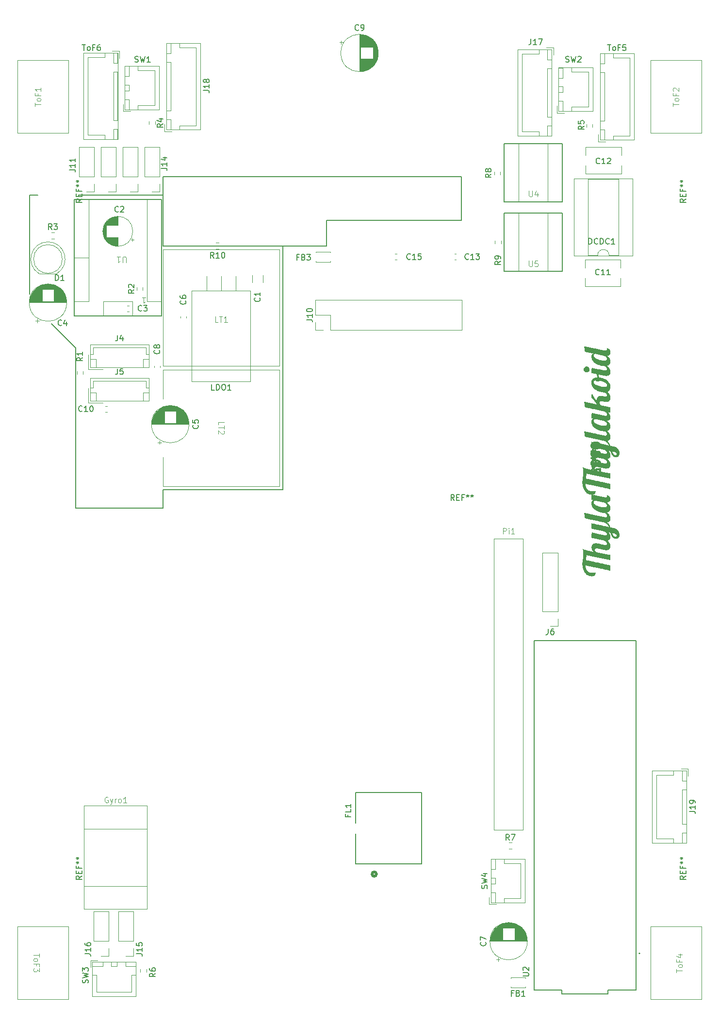
<source format=gbr>
%TF.GenerationSoftware,KiCad,Pcbnew,8.0.5*%
%TF.CreationDate,2024-10-07T02:08:42+09:00*%
%TF.ProjectId,_____,b5fcdcfa-7f2e-46b6-9963-61645f706362,rev?*%
%TF.SameCoordinates,Original*%
%TF.FileFunction,Legend,Top*%
%TF.FilePolarity,Positive*%
%FSLAX46Y46*%
G04 Gerber Fmt 4.6, Leading zero omitted, Abs format (unit mm)*
G04 Created by KiCad (PCBNEW 8.0.5) date 2024-10-07 02:08:42*
%MOMM*%
%LPD*%
G01*
G04 APERTURE LIST*
%ADD10C,0.150000*%
%ADD11C,0.100000*%
%ADD12C,0.300000*%
%ADD13C,0.120000*%
%ADD14C,0.000000*%
%ADD15C,0.200000*%
%ADD16C,0.152400*%
%ADD17C,0.508000*%
%ADD18C,0.127000*%
G04 APERTURE END LIST*
D10*
X78105000Y-56515000D02*
X78105000Y-52070000D01*
X70485000Y-56515000D02*
X78105000Y-56515000D01*
X26240000Y-47625000D02*
X27686000Y-47625000D01*
X34290000Y-102235000D02*
X34290000Y-74295000D01*
X49530000Y-47625000D02*
X34925000Y-47625000D01*
X49530000Y-102235000D02*
X49530000Y-99060000D01*
X34290000Y-102235000D02*
X49530000Y-102235000D01*
X70485000Y-99060000D02*
X70485000Y-56515000D01*
X70485000Y-56515000D02*
X49530000Y-56515000D01*
X49530000Y-56515000D02*
X49530000Y-47625000D01*
X49530000Y-44450000D02*
X49530000Y-47625000D01*
X49530000Y-99060000D02*
X70485000Y-99060000D01*
X78105000Y-52070000D02*
X101600000Y-52070000D01*
X101600000Y-44450000D02*
X49530000Y-44450000D01*
X34290000Y-74295000D02*
X30099000Y-70104000D01*
X101600000Y-52070000D02*
X101600000Y-44450000D01*
X26240000Y-64897000D02*
X26240000Y-47625000D01*
X140779819Y-166433333D02*
X140303628Y-166766666D01*
X140779819Y-167004761D02*
X139779819Y-167004761D01*
X139779819Y-167004761D02*
X139779819Y-166623809D01*
X139779819Y-166623809D02*
X139827438Y-166528571D01*
X139827438Y-166528571D02*
X139875057Y-166480952D01*
X139875057Y-166480952D02*
X139970295Y-166433333D01*
X139970295Y-166433333D02*
X140113152Y-166433333D01*
X140113152Y-166433333D02*
X140208390Y-166480952D01*
X140208390Y-166480952D02*
X140256009Y-166528571D01*
X140256009Y-166528571D02*
X140303628Y-166623809D01*
X140303628Y-166623809D02*
X140303628Y-167004761D01*
X140256009Y-166004761D02*
X140256009Y-165671428D01*
X140779819Y-165528571D02*
X140779819Y-166004761D01*
X140779819Y-166004761D02*
X139779819Y-166004761D01*
X139779819Y-166004761D02*
X139779819Y-165528571D01*
X140256009Y-164766666D02*
X140256009Y-165099999D01*
X140779819Y-165099999D02*
X139779819Y-165099999D01*
X139779819Y-165099999D02*
X139779819Y-164623809D01*
X139779819Y-164099999D02*
X140017914Y-164099999D01*
X139922676Y-164338094D02*
X140017914Y-164099999D01*
X140017914Y-164099999D02*
X139922676Y-163861904D01*
X140208390Y-164242856D02*
X140017914Y-164099999D01*
X140017914Y-164099999D02*
X140208390Y-163957142D01*
X139779819Y-163338094D02*
X140017914Y-163338094D01*
X139922676Y-163576189D02*
X140017914Y-163338094D01*
X140017914Y-163338094D02*
X139922676Y-163099999D01*
X140208390Y-163480951D02*
X140017914Y-163338094D01*
X140017914Y-163338094D02*
X140208390Y-163195237D01*
X141434819Y-155174523D02*
X142149104Y-155174523D01*
X142149104Y-155174523D02*
X142291961Y-155222142D01*
X142291961Y-155222142D02*
X142387200Y-155317380D01*
X142387200Y-155317380D02*
X142434819Y-155460237D01*
X142434819Y-155460237D02*
X142434819Y-155555475D01*
X142434819Y-154174523D02*
X142434819Y-154745951D01*
X142434819Y-154460237D02*
X141434819Y-154460237D01*
X141434819Y-154460237D02*
X141577676Y-154555475D01*
X141577676Y-154555475D02*
X141672914Y-154650713D01*
X141672914Y-154650713D02*
X141720533Y-154745951D01*
X142434819Y-153698332D02*
X142434819Y-153507856D01*
X142434819Y-153507856D02*
X142387200Y-153412618D01*
X142387200Y-153412618D02*
X142339580Y-153364999D01*
X142339580Y-153364999D02*
X142196723Y-153269761D01*
X142196723Y-153269761D02*
X142006247Y-153222142D01*
X142006247Y-153222142D02*
X141625295Y-153222142D01*
X141625295Y-153222142D02*
X141530057Y-153269761D01*
X141530057Y-153269761D02*
X141482438Y-153317380D01*
X141482438Y-153317380D02*
X141434819Y-153412618D01*
X141434819Y-153412618D02*
X141434819Y-153603094D01*
X141434819Y-153603094D02*
X141482438Y-153698332D01*
X141482438Y-153698332D02*
X141530057Y-153745951D01*
X141530057Y-153745951D02*
X141625295Y-153793570D01*
X141625295Y-153793570D02*
X141863390Y-153793570D01*
X141863390Y-153793570D02*
X141958628Y-153745951D01*
X141958628Y-153745951D02*
X142006247Y-153698332D01*
X142006247Y-153698332D02*
X142053866Y-153603094D01*
X142053866Y-153603094D02*
X142053866Y-153412618D01*
X142053866Y-153412618D02*
X142006247Y-153317380D01*
X142006247Y-153317380D02*
X141958628Y-153269761D01*
X141958628Y-153269761D02*
X141863390Y-153222142D01*
X48873580Y-74715666D02*
X48921200Y-74763285D01*
X48921200Y-74763285D02*
X48968819Y-74906142D01*
X48968819Y-74906142D02*
X48968819Y-75001380D01*
X48968819Y-75001380D02*
X48921200Y-75144237D01*
X48921200Y-75144237D02*
X48825961Y-75239475D01*
X48825961Y-75239475D02*
X48730723Y-75287094D01*
X48730723Y-75287094D02*
X48540247Y-75334713D01*
X48540247Y-75334713D02*
X48397390Y-75334713D01*
X48397390Y-75334713D02*
X48206914Y-75287094D01*
X48206914Y-75287094D02*
X48111676Y-75239475D01*
X48111676Y-75239475D02*
X48016438Y-75144237D01*
X48016438Y-75144237D02*
X47968819Y-75001380D01*
X47968819Y-75001380D02*
X47968819Y-74906142D01*
X47968819Y-74906142D02*
X48016438Y-74763285D01*
X48016438Y-74763285D02*
X48064057Y-74715666D01*
X48397390Y-74144237D02*
X48349771Y-74239475D01*
X48349771Y-74239475D02*
X48302152Y-74287094D01*
X48302152Y-74287094D02*
X48206914Y-74334713D01*
X48206914Y-74334713D02*
X48159295Y-74334713D01*
X48159295Y-74334713D02*
X48064057Y-74287094D01*
X48064057Y-74287094D02*
X48016438Y-74239475D01*
X48016438Y-74239475D02*
X47968819Y-74144237D01*
X47968819Y-74144237D02*
X47968819Y-73953761D01*
X47968819Y-73953761D02*
X48016438Y-73858523D01*
X48016438Y-73858523D02*
X48064057Y-73810904D01*
X48064057Y-73810904D02*
X48159295Y-73763285D01*
X48159295Y-73763285D02*
X48206914Y-73763285D01*
X48206914Y-73763285D02*
X48302152Y-73810904D01*
X48302152Y-73810904D02*
X48349771Y-73858523D01*
X48349771Y-73858523D02*
X48397390Y-73953761D01*
X48397390Y-73953761D02*
X48397390Y-74144237D01*
X48397390Y-74144237D02*
X48445009Y-74239475D01*
X48445009Y-74239475D02*
X48492628Y-74287094D01*
X48492628Y-74287094D02*
X48587866Y-74334713D01*
X48587866Y-74334713D02*
X48778342Y-74334713D01*
X48778342Y-74334713D02*
X48873580Y-74287094D01*
X48873580Y-74287094D02*
X48921200Y-74239475D01*
X48921200Y-74239475D02*
X48968819Y-74144237D01*
X48968819Y-74144237D02*
X48968819Y-73953761D01*
X48968819Y-73953761D02*
X48921200Y-73858523D01*
X48921200Y-73858523D02*
X48873580Y-73810904D01*
X48873580Y-73810904D02*
X48778342Y-73763285D01*
X48778342Y-73763285D02*
X48587866Y-73763285D01*
X48587866Y-73763285D02*
X48492628Y-73810904D01*
X48492628Y-73810904D02*
X48445009Y-73858523D01*
X48445009Y-73858523D02*
X48397390Y-73953761D01*
D11*
X108878810Y-106756419D02*
X108878810Y-105756419D01*
X108878810Y-105756419D02*
X109259762Y-105756419D01*
X109259762Y-105756419D02*
X109355000Y-105804038D01*
X109355000Y-105804038D02*
X109402619Y-105851657D01*
X109402619Y-105851657D02*
X109450238Y-105946895D01*
X109450238Y-105946895D02*
X109450238Y-106089752D01*
X109450238Y-106089752D02*
X109402619Y-106184990D01*
X109402619Y-106184990D02*
X109355000Y-106232609D01*
X109355000Y-106232609D02*
X109259762Y-106280228D01*
X109259762Y-106280228D02*
X108878810Y-106280228D01*
X109878810Y-106756419D02*
X109878810Y-106089752D01*
X109878810Y-105756419D02*
X109831191Y-105804038D01*
X109831191Y-105804038D02*
X109878810Y-105851657D01*
X109878810Y-105851657D02*
X109926429Y-105804038D01*
X109926429Y-105804038D02*
X109878810Y-105756419D01*
X109878810Y-105756419D02*
X109878810Y-105851657D01*
X110878809Y-106756419D02*
X110307381Y-106756419D01*
X110593095Y-106756419D02*
X110593095Y-105756419D01*
X110593095Y-105756419D02*
X110497857Y-105899276D01*
X110497857Y-105899276D02*
X110402619Y-105994514D01*
X110402619Y-105994514D02*
X110307381Y-106042133D01*
D12*
X124370157Y-95580827D02*
X124298728Y-95723685D01*
X124298728Y-95723685D02*
X124298728Y-95937970D01*
X124298728Y-95937970D02*
X124370157Y-96152256D01*
X124370157Y-96152256D02*
X124513014Y-96295113D01*
X124513014Y-96295113D02*
X124655871Y-96366542D01*
X124655871Y-96366542D02*
X124941585Y-96437970D01*
X124941585Y-96437970D02*
X125155871Y-96437970D01*
X125155871Y-96437970D02*
X125441585Y-96366542D01*
X125441585Y-96366542D02*
X125584442Y-96295113D01*
X125584442Y-96295113D02*
X125727300Y-96152256D01*
X125727300Y-96152256D02*
X125798728Y-95937970D01*
X125798728Y-95937970D02*
X125798728Y-95795113D01*
X125798728Y-95795113D02*
X125727300Y-95580827D01*
X125727300Y-95580827D02*
X125655871Y-95509399D01*
X125655871Y-95509399D02*
X125155871Y-95509399D01*
X125155871Y-95509399D02*
X125155871Y-95795113D01*
X124298728Y-94652256D02*
X124655871Y-94652256D01*
X124513014Y-95009399D02*
X124655871Y-94652256D01*
X124655871Y-94652256D02*
X124513014Y-94295113D01*
X124941585Y-94866542D02*
X124655871Y-94652256D01*
X124655871Y-94652256D02*
X124941585Y-94437970D01*
X124298728Y-93509399D02*
X124655871Y-93509399D01*
X124513014Y-93866542D02*
X124655871Y-93509399D01*
X124655871Y-93509399D02*
X124513014Y-93152256D01*
X124941585Y-93723685D02*
X124655871Y-93509399D01*
X124655871Y-93509399D02*
X124941585Y-93295113D01*
X124298728Y-92366542D02*
X124655871Y-92366542D01*
X124513014Y-92723685D02*
X124655871Y-92366542D01*
X124655871Y-92366542D02*
X124513014Y-92009399D01*
X124941585Y-92580828D02*
X124655871Y-92366542D01*
X124655871Y-92366542D02*
X124941585Y-92152256D01*
X125798728Y-95366543D02*
X125798728Y-96080829D01*
X125798728Y-96080829D02*
X124298728Y-96080829D01*
X124298728Y-94580828D02*
X124298728Y-94295114D01*
X124298728Y-94295114D02*
X124370157Y-94152257D01*
X124370157Y-94152257D02*
X124513014Y-94009400D01*
X124513014Y-94009400D02*
X124798728Y-93937971D01*
X124798728Y-93937971D02*
X125298728Y-93937971D01*
X125298728Y-93937971D02*
X125584442Y-94009400D01*
X125584442Y-94009400D02*
X125727300Y-94152257D01*
X125727300Y-94152257D02*
X125798728Y-94295114D01*
X125798728Y-94295114D02*
X125798728Y-94580828D01*
X125798728Y-94580828D02*
X125727300Y-94723686D01*
X125727300Y-94723686D02*
X125584442Y-94866543D01*
X125584442Y-94866543D02*
X125298728Y-94937971D01*
X125298728Y-94937971D02*
X124798728Y-94937971D01*
X124798728Y-94937971D02*
X124513014Y-94866543D01*
X124513014Y-94866543D02*
X124370157Y-94723686D01*
X124370157Y-94723686D02*
X124298728Y-94580828D01*
X124370157Y-92509399D02*
X124298728Y-92652257D01*
X124298728Y-92652257D02*
X124298728Y-92866542D01*
X124298728Y-92866542D02*
X124370157Y-93080828D01*
X124370157Y-93080828D02*
X124513014Y-93223685D01*
X124513014Y-93223685D02*
X124655871Y-93295114D01*
X124655871Y-93295114D02*
X124941585Y-93366542D01*
X124941585Y-93366542D02*
X125155871Y-93366542D01*
X125155871Y-93366542D02*
X125441585Y-93295114D01*
X125441585Y-93295114D02*
X125584442Y-93223685D01*
X125584442Y-93223685D02*
X125727300Y-93080828D01*
X125727300Y-93080828D02*
X125798728Y-92866542D01*
X125798728Y-92866542D02*
X125798728Y-92723685D01*
X125798728Y-92723685D02*
X125727300Y-92509399D01*
X125727300Y-92509399D02*
X125655871Y-92437971D01*
X125655871Y-92437971D02*
X125155871Y-92437971D01*
X125155871Y-92437971D02*
X125155871Y-92723685D01*
X124298728Y-91509399D02*
X124298728Y-91223685D01*
X124298728Y-91223685D02*
X124370157Y-91080828D01*
X124370157Y-91080828D02*
X124513014Y-90937971D01*
X124513014Y-90937971D02*
X124798728Y-90866542D01*
X124798728Y-90866542D02*
X125298728Y-90866542D01*
X125298728Y-90866542D02*
X125584442Y-90937971D01*
X125584442Y-90937971D02*
X125727300Y-91080828D01*
X125727300Y-91080828D02*
X125798728Y-91223685D01*
X125798728Y-91223685D02*
X125798728Y-91509399D01*
X125798728Y-91509399D02*
X125727300Y-91652257D01*
X125727300Y-91652257D02*
X125584442Y-91795114D01*
X125584442Y-91795114D02*
X125298728Y-91866542D01*
X125298728Y-91866542D02*
X124798728Y-91866542D01*
X124798728Y-91866542D02*
X124513014Y-91795114D01*
X124513014Y-91795114D02*
X124370157Y-91652257D01*
X124370157Y-91652257D02*
X124298728Y-91509399D01*
D10*
X35441143Y-21425819D02*
X36012571Y-21425819D01*
X35726857Y-22425819D02*
X35726857Y-21425819D01*
X36488762Y-22425819D02*
X36393524Y-22378200D01*
X36393524Y-22378200D02*
X36345905Y-22330580D01*
X36345905Y-22330580D02*
X36298286Y-22235342D01*
X36298286Y-22235342D02*
X36298286Y-21949628D01*
X36298286Y-21949628D02*
X36345905Y-21854390D01*
X36345905Y-21854390D02*
X36393524Y-21806771D01*
X36393524Y-21806771D02*
X36488762Y-21759152D01*
X36488762Y-21759152D02*
X36631619Y-21759152D01*
X36631619Y-21759152D02*
X36726857Y-21806771D01*
X36726857Y-21806771D02*
X36774476Y-21854390D01*
X36774476Y-21854390D02*
X36822095Y-21949628D01*
X36822095Y-21949628D02*
X36822095Y-22235342D01*
X36822095Y-22235342D02*
X36774476Y-22330580D01*
X36774476Y-22330580D02*
X36726857Y-22378200D01*
X36726857Y-22378200D02*
X36631619Y-22425819D01*
X36631619Y-22425819D02*
X36488762Y-22425819D01*
X37584000Y-21902009D02*
X37250667Y-21902009D01*
X37250667Y-22425819D02*
X37250667Y-21425819D01*
X37250667Y-21425819D02*
X37726857Y-21425819D01*
X38536381Y-21425819D02*
X38345905Y-21425819D01*
X38345905Y-21425819D02*
X38250667Y-21473438D01*
X38250667Y-21473438D02*
X38203048Y-21521057D01*
X38203048Y-21521057D02*
X38107810Y-21663914D01*
X38107810Y-21663914D02*
X38060191Y-21854390D01*
X38060191Y-21854390D02*
X38060191Y-22235342D01*
X38060191Y-22235342D02*
X38107810Y-22330580D01*
X38107810Y-22330580D02*
X38155429Y-22378200D01*
X38155429Y-22378200D02*
X38250667Y-22425819D01*
X38250667Y-22425819D02*
X38441143Y-22425819D01*
X38441143Y-22425819D02*
X38536381Y-22378200D01*
X38536381Y-22378200D02*
X38584000Y-22330580D01*
X38584000Y-22330580D02*
X38631619Y-22235342D01*
X38631619Y-22235342D02*
X38631619Y-21997247D01*
X38631619Y-21997247D02*
X38584000Y-21902009D01*
X38584000Y-21902009D02*
X38536381Y-21854390D01*
X38536381Y-21854390D02*
X38441143Y-21806771D01*
X38441143Y-21806771D02*
X38250667Y-21806771D01*
X38250667Y-21806771D02*
X38155429Y-21854390D01*
X38155429Y-21854390D02*
X38107810Y-21902009D01*
X38107810Y-21902009D02*
X38060191Y-21997247D01*
X55604580Y-87796666D02*
X55652200Y-87844285D01*
X55652200Y-87844285D02*
X55699819Y-87987142D01*
X55699819Y-87987142D02*
X55699819Y-88082380D01*
X55699819Y-88082380D02*
X55652200Y-88225237D01*
X55652200Y-88225237D02*
X55556961Y-88320475D01*
X55556961Y-88320475D02*
X55461723Y-88368094D01*
X55461723Y-88368094D02*
X55271247Y-88415713D01*
X55271247Y-88415713D02*
X55128390Y-88415713D01*
X55128390Y-88415713D02*
X54937914Y-88368094D01*
X54937914Y-88368094D02*
X54842676Y-88320475D01*
X54842676Y-88320475D02*
X54747438Y-88225237D01*
X54747438Y-88225237D02*
X54699819Y-88082380D01*
X54699819Y-88082380D02*
X54699819Y-87987142D01*
X54699819Y-87987142D02*
X54747438Y-87844285D01*
X54747438Y-87844285D02*
X54795057Y-87796666D01*
X54699819Y-86891904D02*
X54699819Y-87368094D01*
X54699819Y-87368094D02*
X55176009Y-87415713D01*
X55176009Y-87415713D02*
X55128390Y-87368094D01*
X55128390Y-87368094D02*
X55080771Y-87272856D01*
X55080771Y-87272856D02*
X55080771Y-87034761D01*
X55080771Y-87034761D02*
X55128390Y-86939523D01*
X55128390Y-86939523D02*
X55176009Y-86891904D01*
X55176009Y-86891904D02*
X55271247Y-86844285D01*
X55271247Y-86844285D02*
X55509342Y-86844285D01*
X55509342Y-86844285D02*
X55604580Y-86891904D01*
X55604580Y-86891904D02*
X55652200Y-86939523D01*
X55652200Y-86939523D02*
X55699819Y-87034761D01*
X55699819Y-87034761D02*
X55699819Y-87272856D01*
X55699819Y-87272856D02*
X55652200Y-87368094D01*
X55652200Y-87368094D02*
X55604580Y-87415713D01*
X109969633Y-160187819D02*
X109636300Y-159711628D01*
X109398205Y-160187819D02*
X109398205Y-159187819D01*
X109398205Y-159187819D02*
X109779157Y-159187819D01*
X109779157Y-159187819D02*
X109874395Y-159235438D01*
X109874395Y-159235438D02*
X109922014Y-159283057D01*
X109922014Y-159283057D02*
X109969633Y-159378295D01*
X109969633Y-159378295D02*
X109969633Y-159521152D01*
X109969633Y-159521152D02*
X109922014Y-159616390D01*
X109922014Y-159616390D02*
X109874395Y-159664009D01*
X109874395Y-159664009D02*
X109779157Y-159711628D01*
X109779157Y-159711628D02*
X109398205Y-159711628D01*
X110302967Y-159187819D02*
X110969633Y-159187819D01*
X110969633Y-159187819D02*
X110541062Y-160187819D01*
X35425142Y-85322580D02*
X35377523Y-85370200D01*
X35377523Y-85370200D02*
X35234666Y-85417819D01*
X35234666Y-85417819D02*
X35139428Y-85417819D01*
X35139428Y-85417819D02*
X34996571Y-85370200D01*
X34996571Y-85370200D02*
X34901333Y-85274961D01*
X34901333Y-85274961D02*
X34853714Y-85179723D01*
X34853714Y-85179723D02*
X34806095Y-84989247D01*
X34806095Y-84989247D02*
X34806095Y-84846390D01*
X34806095Y-84846390D02*
X34853714Y-84655914D01*
X34853714Y-84655914D02*
X34901333Y-84560676D01*
X34901333Y-84560676D02*
X34996571Y-84465438D01*
X34996571Y-84465438D02*
X35139428Y-84417819D01*
X35139428Y-84417819D02*
X35234666Y-84417819D01*
X35234666Y-84417819D02*
X35377523Y-84465438D01*
X35377523Y-84465438D02*
X35425142Y-84513057D01*
X36377523Y-85417819D02*
X35806095Y-85417819D01*
X36091809Y-85417819D02*
X36091809Y-84417819D01*
X36091809Y-84417819D02*
X35996571Y-84560676D01*
X35996571Y-84560676D02*
X35901333Y-84655914D01*
X35901333Y-84655914D02*
X35806095Y-84703533D01*
X36996571Y-84417819D02*
X37091809Y-84417819D01*
X37091809Y-84417819D02*
X37187047Y-84465438D01*
X37187047Y-84465438D02*
X37234666Y-84513057D01*
X37234666Y-84513057D02*
X37282285Y-84608295D01*
X37282285Y-84608295D02*
X37329904Y-84798771D01*
X37329904Y-84798771D02*
X37329904Y-85036866D01*
X37329904Y-85036866D02*
X37282285Y-85227342D01*
X37282285Y-85227342D02*
X37234666Y-85322580D01*
X37234666Y-85322580D02*
X37187047Y-85370200D01*
X37187047Y-85370200D02*
X37091809Y-85417819D01*
X37091809Y-85417819D02*
X36996571Y-85417819D01*
X36996571Y-85417819D02*
X36901333Y-85370200D01*
X36901333Y-85370200D02*
X36853714Y-85322580D01*
X36853714Y-85322580D02*
X36806095Y-85227342D01*
X36806095Y-85227342D02*
X36758476Y-85036866D01*
X36758476Y-85036866D02*
X36758476Y-84798771D01*
X36758476Y-84798771D02*
X36806095Y-84608295D01*
X36806095Y-84608295D02*
X36853714Y-84513057D01*
X36853714Y-84513057D02*
X36901333Y-84465438D01*
X36901333Y-84465438D02*
X36996571Y-84417819D01*
X33236819Y-43227523D02*
X33951104Y-43227523D01*
X33951104Y-43227523D02*
X34093961Y-43275142D01*
X34093961Y-43275142D02*
X34189200Y-43370380D01*
X34189200Y-43370380D02*
X34236819Y-43513237D01*
X34236819Y-43513237D02*
X34236819Y-43608475D01*
X34236819Y-42227523D02*
X34236819Y-42798951D01*
X34236819Y-42513237D02*
X33236819Y-42513237D01*
X33236819Y-42513237D02*
X33379676Y-42608475D01*
X33379676Y-42608475D02*
X33474914Y-42703713D01*
X33474914Y-42703713D02*
X33522533Y-42798951D01*
X34236819Y-41275142D02*
X34236819Y-41846570D01*
X34236819Y-41560856D02*
X33236819Y-41560856D01*
X33236819Y-41560856D02*
X33379676Y-41656094D01*
X33379676Y-41656094D02*
X33474914Y-41751332D01*
X33474914Y-41751332D02*
X33522533Y-41846570D01*
D11*
X39917856Y-152700038D02*
X39822618Y-152652419D01*
X39822618Y-152652419D02*
X39679761Y-152652419D01*
X39679761Y-152652419D02*
X39536904Y-152700038D01*
X39536904Y-152700038D02*
X39441666Y-152795276D01*
X39441666Y-152795276D02*
X39394047Y-152890514D01*
X39394047Y-152890514D02*
X39346428Y-153080990D01*
X39346428Y-153080990D02*
X39346428Y-153223847D01*
X39346428Y-153223847D02*
X39394047Y-153414323D01*
X39394047Y-153414323D02*
X39441666Y-153509561D01*
X39441666Y-153509561D02*
X39536904Y-153604800D01*
X39536904Y-153604800D02*
X39679761Y-153652419D01*
X39679761Y-153652419D02*
X39774999Y-153652419D01*
X39774999Y-153652419D02*
X39917856Y-153604800D01*
X39917856Y-153604800D02*
X39965475Y-153557180D01*
X39965475Y-153557180D02*
X39965475Y-153223847D01*
X39965475Y-153223847D02*
X39774999Y-153223847D01*
X40298809Y-152985752D02*
X40536904Y-153652419D01*
X40774999Y-152985752D02*
X40536904Y-153652419D01*
X40536904Y-153652419D02*
X40441666Y-153890514D01*
X40441666Y-153890514D02*
X40394047Y-153938133D01*
X40394047Y-153938133D02*
X40298809Y-153985752D01*
X41155952Y-153652419D02*
X41155952Y-152985752D01*
X41155952Y-153176228D02*
X41203571Y-153080990D01*
X41203571Y-153080990D02*
X41251190Y-153033371D01*
X41251190Y-153033371D02*
X41346428Y-152985752D01*
X41346428Y-152985752D02*
X41441666Y-152985752D01*
X41917857Y-153652419D02*
X41822619Y-153604800D01*
X41822619Y-153604800D02*
X41775000Y-153557180D01*
X41775000Y-153557180D02*
X41727381Y-153461942D01*
X41727381Y-153461942D02*
X41727381Y-153176228D01*
X41727381Y-153176228D02*
X41775000Y-153080990D01*
X41775000Y-153080990D02*
X41822619Y-153033371D01*
X41822619Y-153033371D02*
X41917857Y-152985752D01*
X41917857Y-152985752D02*
X42060714Y-152985752D01*
X42060714Y-152985752D02*
X42155952Y-153033371D01*
X42155952Y-153033371D02*
X42203571Y-153080990D01*
X42203571Y-153080990D02*
X42251190Y-153176228D01*
X42251190Y-153176228D02*
X42251190Y-153461942D01*
X42251190Y-153461942D02*
X42203571Y-153557180D01*
X42203571Y-153557180D02*
X42155952Y-153604800D01*
X42155952Y-153604800D02*
X42060714Y-153652419D01*
X42060714Y-153652419D02*
X41917857Y-153652419D01*
X43203571Y-153652419D02*
X42632143Y-153652419D01*
X42917857Y-153652419D02*
X42917857Y-152652419D01*
X42917857Y-152652419D02*
X42822619Y-152795276D01*
X42822619Y-152795276D02*
X42727381Y-152890514D01*
X42727381Y-152890514D02*
X42632143Y-152938133D01*
D10*
X44640667Y-24410200D02*
X44783524Y-24457819D01*
X44783524Y-24457819D02*
X45021619Y-24457819D01*
X45021619Y-24457819D02*
X45116857Y-24410200D01*
X45116857Y-24410200D02*
X45164476Y-24362580D01*
X45164476Y-24362580D02*
X45212095Y-24267342D01*
X45212095Y-24267342D02*
X45212095Y-24172104D01*
X45212095Y-24172104D02*
X45164476Y-24076866D01*
X45164476Y-24076866D02*
X45116857Y-24029247D01*
X45116857Y-24029247D02*
X45021619Y-23981628D01*
X45021619Y-23981628D02*
X44831143Y-23934009D01*
X44831143Y-23934009D02*
X44735905Y-23886390D01*
X44735905Y-23886390D02*
X44688286Y-23838771D01*
X44688286Y-23838771D02*
X44640667Y-23743533D01*
X44640667Y-23743533D02*
X44640667Y-23648295D01*
X44640667Y-23648295D02*
X44688286Y-23553057D01*
X44688286Y-23553057D02*
X44735905Y-23505438D01*
X44735905Y-23505438D02*
X44831143Y-23457819D01*
X44831143Y-23457819D02*
X45069238Y-23457819D01*
X45069238Y-23457819D02*
X45212095Y-23505438D01*
X45545429Y-23457819D02*
X45783524Y-24457819D01*
X45783524Y-24457819D02*
X45974000Y-23743533D01*
X45974000Y-23743533D02*
X46164476Y-24457819D01*
X46164476Y-24457819D02*
X46402572Y-23457819D01*
X47307333Y-24457819D02*
X46735905Y-24457819D01*
X47021619Y-24457819D02*
X47021619Y-23457819D01*
X47021619Y-23457819D02*
X46926381Y-23600676D01*
X46926381Y-23600676D02*
X46831143Y-23695914D01*
X46831143Y-23695914D02*
X46735905Y-23743533D01*
X49238819Y-42973523D02*
X49953104Y-42973523D01*
X49953104Y-42973523D02*
X50095961Y-43021142D01*
X50095961Y-43021142D02*
X50191200Y-43116380D01*
X50191200Y-43116380D02*
X50238819Y-43259237D01*
X50238819Y-43259237D02*
X50238819Y-43354475D01*
X50238819Y-41973523D02*
X50238819Y-42544951D01*
X50238819Y-42259237D02*
X49238819Y-42259237D01*
X49238819Y-42259237D02*
X49381676Y-42354475D01*
X49381676Y-42354475D02*
X49476914Y-42449713D01*
X49476914Y-42449713D02*
X49524533Y-42544951D01*
X49572152Y-41116380D02*
X50238819Y-41116380D01*
X49191200Y-41354475D02*
X49905485Y-41592570D01*
X49905485Y-41592570D02*
X49905485Y-40973523D01*
D11*
X139157419Y-183252856D02*
X139157419Y-182681428D01*
X140157419Y-182967142D02*
X139157419Y-182967142D01*
X140157419Y-182205237D02*
X140109800Y-182300475D01*
X140109800Y-182300475D02*
X140062180Y-182348094D01*
X140062180Y-182348094D02*
X139966942Y-182395713D01*
X139966942Y-182395713D02*
X139681228Y-182395713D01*
X139681228Y-182395713D02*
X139585990Y-182348094D01*
X139585990Y-182348094D02*
X139538371Y-182300475D01*
X139538371Y-182300475D02*
X139490752Y-182205237D01*
X139490752Y-182205237D02*
X139490752Y-182062380D01*
X139490752Y-182062380D02*
X139538371Y-181967142D01*
X139538371Y-181967142D02*
X139585990Y-181919523D01*
X139585990Y-181919523D02*
X139681228Y-181871904D01*
X139681228Y-181871904D02*
X139966942Y-181871904D01*
X139966942Y-181871904D02*
X140062180Y-181919523D01*
X140062180Y-181919523D02*
X140109800Y-181967142D01*
X140109800Y-181967142D02*
X140157419Y-182062380D01*
X140157419Y-182062380D02*
X140157419Y-182205237D01*
X139633609Y-181109999D02*
X139633609Y-181443332D01*
X140157419Y-181443332D02*
X139157419Y-181443332D01*
X139157419Y-181443332D02*
X139157419Y-180967142D01*
X139490752Y-180157618D02*
X140157419Y-180157618D01*
X139109800Y-180395713D02*
X139824085Y-180633808D01*
X139824085Y-180633808D02*
X139824085Y-180014761D01*
D10*
X53445580Y-66079666D02*
X53493200Y-66127285D01*
X53493200Y-66127285D02*
X53540819Y-66270142D01*
X53540819Y-66270142D02*
X53540819Y-66365380D01*
X53540819Y-66365380D02*
X53493200Y-66508237D01*
X53493200Y-66508237D02*
X53397961Y-66603475D01*
X53397961Y-66603475D02*
X53302723Y-66651094D01*
X53302723Y-66651094D02*
X53112247Y-66698713D01*
X53112247Y-66698713D02*
X52969390Y-66698713D01*
X52969390Y-66698713D02*
X52778914Y-66651094D01*
X52778914Y-66651094D02*
X52683676Y-66603475D01*
X52683676Y-66603475D02*
X52588438Y-66508237D01*
X52588438Y-66508237D02*
X52540819Y-66365380D01*
X52540819Y-66365380D02*
X52540819Y-66270142D01*
X52540819Y-66270142D02*
X52588438Y-66127285D01*
X52588438Y-66127285D02*
X52636057Y-66079666D01*
X52540819Y-65222523D02*
X52540819Y-65412999D01*
X52540819Y-65412999D02*
X52588438Y-65508237D01*
X52588438Y-65508237D02*
X52636057Y-65555856D01*
X52636057Y-65555856D02*
X52778914Y-65651094D01*
X52778914Y-65651094D02*
X52969390Y-65698713D01*
X52969390Y-65698713D02*
X53350342Y-65698713D01*
X53350342Y-65698713D02*
X53445580Y-65651094D01*
X53445580Y-65651094D02*
X53493200Y-65603475D01*
X53493200Y-65603475D02*
X53540819Y-65508237D01*
X53540819Y-65508237D02*
X53540819Y-65317761D01*
X53540819Y-65317761D02*
X53493200Y-65222523D01*
X53493200Y-65222523D02*
X53445580Y-65174904D01*
X53445580Y-65174904D02*
X53350342Y-65127285D01*
X53350342Y-65127285D02*
X53112247Y-65127285D01*
X53112247Y-65127285D02*
X53017009Y-65174904D01*
X53017009Y-65174904D02*
X52969390Y-65222523D01*
X52969390Y-65222523D02*
X52921771Y-65317761D01*
X52921771Y-65317761D02*
X52921771Y-65508237D01*
X52921771Y-65508237D02*
X52969390Y-65603475D01*
X52969390Y-65603475D02*
X53017009Y-65651094D01*
X53017009Y-65651094D02*
X53112247Y-65698713D01*
X35903819Y-180006523D02*
X36618104Y-180006523D01*
X36618104Y-180006523D02*
X36760961Y-180054142D01*
X36760961Y-180054142D02*
X36856200Y-180149380D01*
X36856200Y-180149380D02*
X36903819Y-180292237D01*
X36903819Y-180292237D02*
X36903819Y-180387475D01*
X36903819Y-179006523D02*
X36903819Y-179577951D01*
X36903819Y-179292237D02*
X35903819Y-179292237D01*
X35903819Y-179292237D02*
X36046676Y-179387475D01*
X36046676Y-179387475D02*
X36141914Y-179482713D01*
X36141914Y-179482713D02*
X36189533Y-179577951D01*
X35903819Y-178149380D02*
X35903819Y-178339856D01*
X35903819Y-178339856D02*
X35951438Y-178435094D01*
X35951438Y-178435094D02*
X35999057Y-178482713D01*
X35999057Y-178482713D02*
X36141914Y-178577951D01*
X36141914Y-178577951D02*
X36332390Y-178625570D01*
X36332390Y-178625570D02*
X36713342Y-178625570D01*
X36713342Y-178625570D02*
X36808580Y-178577951D01*
X36808580Y-178577951D02*
X36856200Y-178530332D01*
X36856200Y-178530332D02*
X36903819Y-178435094D01*
X36903819Y-178435094D02*
X36903819Y-178244618D01*
X36903819Y-178244618D02*
X36856200Y-178149380D01*
X36856200Y-178149380D02*
X36808580Y-178101761D01*
X36808580Y-178101761D02*
X36713342Y-178054142D01*
X36713342Y-178054142D02*
X36475247Y-178054142D01*
X36475247Y-178054142D02*
X36380009Y-178101761D01*
X36380009Y-178101761D02*
X36332390Y-178149380D01*
X36332390Y-178149380D02*
X36284771Y-178244618D01*
X36284771Y-178244618D02*
X36284771Y-178435094D01*
X36284771Y-178435094D02*
X36332390Y-178530332D01*
X36332390Y-178530332D02*
X36380009Y-178577951D01*
X36380009Y-178577951D02*
X36475247Y-178625570D01*
X105814580Y-177986666D02*
X105862200Y-178034285D01*
X105862200Y-178034285D02*
X105909819Y-178177142D01*
X105909819Y-178177142D02*
X105909819Y-178272380D01*
X105909819Y-178272380D02*
X105862200Y-178415237D01*
X105862200Y-178415237D02*
X105766961Y-178510475D01*
X105766961Y-178510475D02*
X105671723Y-178558094D01*
X105671723Y-178558094D02*
X105481247Y-178605713D01*
X105481247Y-178605713D02*
X105338390Y-178605713D01*
X105338390Y-178605713D02*
X105147914Y-178558094D01*
X105147914Y-178558094D02*
X105052676Y-178510475D01*
X105052676Y-178510475D02*
X104957438Y-178415237D01*
X104957438Y-178415237D02*
X104909819Y-178272380D01*
X104909819Y-178272380D02*
X104909819Y-178177142D01*
X104909819Y-178177142D02*
X104957438Y-178034285D01*
X104957438Y-178034285D02*
X105005057Y-177986666D01*
X104909819Y-177653332D02*
X104909819Y-176986666D01*
X104909819Y-176986666D02*
X105909819Y-177415237D01*
X30757905Y-62557819D02*
X30757905Y-61557819D01*
X30757905Y-61557819D02*
X30996000Y-61557819D01*
X30996000Y-61557819D02*
X31138857Y-61605438D01*
X31138857Y-61605438D02*
X31234095Y-61700676D01*
X31234095Y-61700676D02*
X31281714Y-61795914D01*
X31281714Y-61795914D02*
X31329333Y-61986390D01*
X31329333Y-61986390D02*
X31329333Y-62129247D01*
X31329333Y-62129247D02*
X31281714Y-62319723D01*
X31281714Y-62319723D02*
X31234095Y-62414961D01*
X31234095Y-62414961D02*
X31138857Y-62510200D01*
X31138857Y-62510200D02*
X30996000Y-62557819D01*
X30996000Y-62557819D02*
X30757905Y-62557819D01*
X32281714Y-62557819D02*
X31710286Y-62557819D01*
X31996000Y-62557819D02*
X31996000Y-61557819D01*
X31996000Y-61557819D02*
X31900762Y-61700676D01*
X31900762Y-61700676D02*
X31805524Y-61795914D01*
X31805524Y-61795914D02*
X31710286Y-61843533D01*
X58412142Y-58620819D02*
X58078809Y-58144628D01*
X57840714Y-58620819D02*
X57840714Y-57620819D01*
X57840714Y-57620819D02*
X58221666Y-57620819D01*
X58221666Y-57620819D02*
X58316904Y-57668438D01*
X58316904Y-57668438D02*
X58364523Y-57716057D01*
X58364523Y-57716057D02*
X58412142Y-57811295D01*
X58412142Y-57811295D02*
X58412142Y-57954152D01*
X58412142Y-57954152D02*
X58364523Y-58049390D01*
X58364523Y-58049390D02*
X58316904Y-58097009D01*
X58316904Y-58097009D02*
X58221666Y-58144628D01*
X58221666Y-58144628D02*
X57840714Y-58144628D01*
X59364523Y-58620819D02*
X58793095Y-58620819D01*
X59078809Y-58620819D02*
X59078809Y-57620819D01*
X59078809Y-57620819D02*
X58983571Y-57763676D01*
X58983571Y-57763676D02*
X58888333Y-57858914D01*
X58888333Y-57858914D02*
X58793095Y-57906533D01*
X59983571Y-57620819D02*
X60078809Y-57620819D01*
X60078809Y-57620819D02*
X60174047Y-57668438D01*
X60174047Y-57668438D02*
X60221666Y-57716057D01*
X60221666Y-57716057D02*
X60269285Y-57811295D01*
X60269285Y-57811295D02*
X60316904Y-58001771D01*
X60316904Y-58001771D02*
X60316904Y-58239866D01*
X60316904Y-58239866D02*
X60269285Y-58430342D01*
X60269285Y-58430342D02*
X60221666Y-58525580D01*
X60221666Y-58525580D02*
X60174047Y-58573200D01*
X60174047Y-58573200D02*
X60078809Y-58620819D01*
X60078809Y-58620819D02*
X59983571Y-58620819D01*
X59983571Y-58620819D02*
X59888333Y-58573200D01*
X59888333Y-58573200D02*
X59840714Y-58525580D01*
X59840714Y-58525580D02*
X59793095Y-58430342D01*
X59793095Y-58430342D02*
X59745476Y-58239866D01*
X59745476Y-58239866D02*
X59745476Y-58001771D01*
X59745476Y-58001771D02*
X59793095Y-57811295D01*
X59793095Y-57811295D02*
X59840714Y-57716057D01*
X59840714Y-57716057D02*
X59888333Y-57668438D01*
X59888333Y-57668438D02*
X59983571Y-57620819D01*
X58499523Y-81654819D02*
X58023333Y-81654819D01*
X58023333Y-81654819D02*
X58023333Y-80654819D01*
X58832857Y-81654819D02*
X58832857Y-80654819D01*
X58832857Y-80654819D02*
X59070952Y-80654819D01*
X59070952Y-80654819D02*
X59213809Y-80702438D01*
X59213809Y-80702438D02*
X59309047Y-80797676D01*
X59309047Y-80797676D02*
X59356666Y-80892914D01*
X59356666Y-80892914D02*
X59404285Y-81083390D01*
X59404285Y-81083390D02*
X59404285Y-81226247D01*
X59404285Y-81226247D02*
X59356666Y-81416723D01*
X59356666Y-81416723D02*
X59309047Y-81511961D01*
X59309047Y-81511961D02*
X59213809Y-81607200D01*
X59213809Y-81607200D02*
X59070952Y-81654819D01*
X59070952Y-81654819D02*
X58832857Y-81654819D01*
X60023333Y-80654819D02*
X60213809Y-80654819D01*
X60213809Y-80654819D02*
X60309047Y-80702438D01*
X60309047Y-80702438D02*
X60404285Y-80797676D01*
X60404285Y-80797676D02*
X60451904Y-80988152D01*
X60451904Y-80988152D02*
X60451904Y-81321485D01*
X60451904Y-81321485D02*
X60404285Y-81511961D01*
X60404285Y-81511961D02*
X60309047Y-81607200D01*
X60309047Y-81607200D02*
X60213809Y-81654819D01*
X60213809Y-81654819D02*
X60023333Y-81654819D01*
X60023333Y-81654819D02*
X59928095Y-81607200D01*
X59928095Y-81607200D02*
X59832857Y-81511961D01*
X59832857Y-81511961D02*
X59785238Y-81321485D01*
X59785238Y-81321485D02*
X59785238Y-80988152D01*
X59785238Y-80988152D02*
X59832857Y-80797676D01*
X59832857Y-80797676D02*
X59928095Y-80702438D01*
X59928095Y-80702438D02*
X60023333Y-80654819D01*
X61404285Y-81654819D02*
X60832857Y-81654819D01*
X61118571Y-81654819D02*
X61118571Y-80654819D01*
X61118571Y-80654819D02*
X61023333Y-80797676D01*
X61023333Y-80797676D02*
X60928095Y-80892914D01*
X60928095Y-80892914D02*
X60832857Y-80940533D01*
X123832905Y-56207819D02*
X123832905Y-55207819D01*
X123832905Y-55207819D02*
X124071000Y-55207819D01*
X124071000Y-55207819D02*
X124213857Y-55255438D01*
X124213857Y-55255438D02*
X124309095Y-55350676D01*
X124309095Y-55350676D02*
X124356714Y-55445914D01*
X124356714Y-55445914D02*
X124404333Y-55636390D01*
X124404333Y-55636390D02*
X124404333Y-55779247D01*
X124404333Y-55779247D02*
X124356714Y-55969723D01*
X124356714Y-55969723D02*
X124309095Y-56064961D01*
X124309095Y-56064961D02*
X124213857Y-56160200D01*
X124213857Y-56160200D02*
X124071000Y-56207819D01*
X124071000Y-56207819D02*
X123832905Y-56207819D01*
X125404333Y-56112580D02*
X125356714Y-56160200D01*
X125356714Y-56160200D02*
X125213857Y-56207819D01*
X125213857Y-56207819D02*
X125118619Y-56207819D01*
X125118619Y-56207819D02*
X124975762Y-56160200D01*
X124975762Y-56160200D02*
X124880524Y-56064961D01*
X124880524Y-56064961D02*
X124832905Y-55969723D01*
X124832905Y-55969723D02*
X124785286Y-55779247D01*
X124785286Y-55779247D02*
X124785286Y-55636390D01*
X124785286Y-55636390D02*
X124832905Y-55445914D01*
X124832905Y-55445914D02*
X124880524Y-55350676D01*
X124880524Y-55350676D02*
X124975762Y-55255438D01*
X124975762Y-55255438D02*
X125118619Y-55207819D01*
X125118619Y-55207819D02*
X125213857Y-55207819D01*
X125213857Y-55207819D02*
X125356714Y-55255438D01*
X125356714Y-55255438D02*
X125404333Y-55303057D01*
X125832905Y-56207819D02*
X125832905Y-55207819D01*
X125832905Y-55207819D02*
X126071000Y-55207819D01*
X126071000Y-55207819D02*
X126213857Y-55255438D01*
X126213857Y-55255438D02*
X126309095Y-55350676D01*
X126309095Y-55350676D02*
X126356714Y-55445914D01*
X126356714Y-55445914D02*
X126404333Y-55636390D01*
X126404333Y-55636390D02*
X126404333Y-55779247D01*
X126404333Y-55779247D02*
X126356714Y-55969723D01*
X126356714Y-55969723D02*
X126309095Y-56064961D01*
X126309095Y-56064961D02*
X126213857Y-56160200D01*
X126213857Y-56160200D02*
X126071000Y-56207819D01*
X126071000Y-56207819D02*
X125832905Y-56207819D01*
X127404333Y-56112580D02*
X127356714Y-56160200D01*
X127356714Y-56160200D02*
X127213857Y-56207819D01*
X127213857Y-56207819D02*
X127118619Y-56207819D01*
X127118619Y-56207819D02*
X126975762Y-56160200D01*
X126975762Y-56160200D02*
X126880524Y-56064961D01*
X126880524Y-56064961D02*
X126832905Y-55969723D01*
X126832905Y-55969723D02*
X126785286Y-55779247D01*
X126785286Y-55779247D02*
X126785286Y-55636390D01*
X126785286Y-55636390D02*
X126832905Y-55445914D01*
X126832905Y-55445914D02*
X126880524Y-55350676D01*
X126880524Y-55350676D02*
X126975762Y-55255438D01*
X126975762Y-55255438D02*
X127118619Y-55207819D01*
X127118619Y-55207819D02*
X127213857Y-55207819D01*
X127213857Y-55207819D02*
X127356714Y-55255438D01*
X127356714Y-55255438D02*
X127404333Y-55303057D01*
X128356714Y-56207819D02*
X127785286Y-56207819D01*
X128071000Y-56207819D02*
X128071000Y-55207819D01*
X128071000Y-55207819D02*
X127975762Y-55350676D01*
X127975762Y-55350676D02*
X127880524Y-55445914D01*
X127880524Y-55445914D02*
X127785286Y-55493533D01*
X41743333Y-50524580D02*
X41695714Y-50572200D01*
X41695714Y-50572200D02*
X41552857Y-50619819D01*
X41552857Y-50619819D02*
X41457619Y-50619819D01*
X41457619Y-50619819D02*
X41314762Y-50572200D01*
X41314762Y-50572200D02*
X41219524Y-50476961D01*
X41219524Y-50476961D02*
X41171905Y-50381723D01*
X41171905Y-50381723D02*
X41124286Y-50191247D01*
X41124286Y-50191247D02*
X41124286Y-50048390D01*
X41124286Y-50048390D02*
X41171905Y-49857914D01*
X41171905Y-49857914D02*
X41219524Y-49762676D01*
X41219524Y-49762676D02*
X41314762Y-49667438D01*
X41314762Y-49667438D02*
X41457619Y-49619819D01*
X41457619Y-49619819D02*
X41552857Y-49619819D01*
X41552857Y-49619819D02*
X41695714Y-49667438D01*
X41695714Y-49667438D02*
X41743333Y-49715057D01*
X42124286Y-49715057D02*
X42171905Y-49667438D01*
X42171905Y-49667438D02*
X42267143Y-49619819D01*
X42267143Y-49619819D02*
X42505238Y-49619819D01*
X42505238Y-49619819D02*
X42600476Y-49667438D01*
X42600476Y-49667438D02*
X42648095Y-49715057D01*
X42648095Y-49715057D02*
X42695714Y-49810295D01*
X42695714Y-49810295D02*
X42695714Y-49905533D01*
X42695714Y-49905533D02*
X42648095Y-50048390D01*
X42648095Y-50048390D02*
X42076667Y-50619819D01*
X42076667Y-50619819D02*
X42695714Y-50619819D01*
D11*
X43078304Y-59394380D02*
X43078304Y-58584857D01*
X43078304Y-58584857D02*
X43030685Y-58489619D01*
X43030685Y-58489619D02*
X42983066Y-58442000D01*
X42983066Y-58442000D02*
X42887828Y-58394380D01*
X42887828Y-58394380D02*
X42697352Y-58394380D01*
X42697352Y-58394380D02*
X42602114Y-58442000D01*
X42602114Y-58442000D02*
X42554495Y-58489619D01*
X42554495Y-58489619D02*
X42506876Y-58584857D01*
X42506876Y-58584857D02*
X42506876Y-59394380D01*
X41506876Y-58394380D02*
X42078304Y-58394380D01*
X41792590Y-58394380D02*
X41792590Y-59394380D01*
X41792590Y-59394380D02*
X41887828Y-59251523D01*
X41887828Y-59251523D02*
X41983066Y-59156285D01*
X41983066Y-59156285D02*
X42078304Y-59108666D01*
X45908306Y-65481780D02*
X46479734Y-65481780D01*
X46194020Y-65481780D02*
X46194020Y-66481780D01*
X46194020Y-66481780D02*
X46289258Y-66338923D01*
X46289258Y-66338923D02*
X46384496Y-66243685D01*
X46384496Y-66243685D02*
X46479734Y-66196066D01*
D10*
X44920819Y-180006523D02*
X45635104Y-180006523D01*
X45635104Y-180006523D02*
X45777961Y-180054142D01*
X45777961Y-180054142D02*
X45873200Y-180149380D01*
X45873200Y-180149380D02*
X45920819Y-180292237D01*
X45920819Y-180292237D02*
X45920819Y-180387475D01*
X45920819Y-179006523D02*
X45920819Y-179577951D01*
X45920819Y-179292237D02*
X44920819Y-179292237D01*
X44920819Y-179292237D02*
X45063676Y-179387475D01*
X45063676Y-179387475D02*
X45158914Y-179482713D01*
X45158914Y-179482713D02*
X45206533Y-179577951D01*
X44920819Y-178101761D02*
X44920819Y-178577951D01*
X44920819Y-178577951D02*
X45397009Y-178625570D01*
X45397009Y-178625570D02*
X45349390Y-178577951D01*
X45349390Y-178577951D02*
X45301771Y-178482713D01*
X45301771Y-178482713D02*
X45301771Y-178244618D01*
X45301771Y-178244618D02*
X45349390Y-178149380D01*
X45349390Y-178149380D02*
X45397009Y-178101761D01*
X45397009Y-178101761D02*
X45492247Y-178054142D01*
X45492247Y-178054142D02*
X45730342Y-178054142D01*
X45730342Y-178054142D02*
X45825580Y-178101761D01*
X45825580Y-178101761D02*
X45873200Y-178149380D01*
X45873200Y-178149380D02*
X45920819Y-178244618D01*
X45920819Y-178244618D02*
X45920819Y-178482713D01*
X45920819Y-178482713D02*
X45873200Y-178577951D01*
X45873200Y-178577951D02*
X45825580Y-178625570D01*
X49509819Y-35218666D02*
X49033628Y-35551999D01*
X49509819Y-35790094D02*
X48509819Y-35790094D01*
X48509819Y-35790094D02*
X48509819Y-35409142D01*
X48509819Y-35409142D02*
X48557438Y-35313904D01*
X48557438Y-35313904D02*
X48605057Y-35266285D01*
X48605057Y-35266285D02*
X48700295Y-35218666D01*
X48700295Y-35218666D02*
X48843152Y-35218666D01*
X48843152Y-35218666D02*
X48938390Y-35266285D01*
X48938390Y-35266285D02*
X48986009Y-35313904D01*
X48986009Y-35313904D02*
X49033628Y-35409142D01*
X49033628Y-35409142D02*
X49033628Y-35790094D01*
X48843152Y-34361523D02*
X49509819Y-34361523D01*
X48462200Y-34599618D02*
X49176485Y-34837713D01*
X49176485Y-34837713D02*
X49176485Y-34218666D01*
D11*
X27952580Y-179967143D02*
X27952580Y-180538571D01*
X26952580Y-180252857D02*
X27952580Y-180252857D01*
X26952580Y-181014762D02*
X27000200Y-180919524D01*
X27000200Y-180919524D02*
X27047819Y-180871905D01*
X27047819Y-180871905D02*
X27143057Y-180824286D01*
X27143057Y-180824286D02*
X27428771Y-180824286D01*
X27428771Y-180824286D02*
X27524009Y-180871905D01*
X27524009Y-180871905D02*
X27571628Y-180919524D01*
X27571628Y-180919524D02*
X27619247Y-181014762D01*
X27619247Y-181014762D02*
X27619247Y-181157619D01*
X27619247Y-181157619D02*
X27571628Y-181252857D01*
X27571628Y-181252857D02*
X27524009Y-181300476D01*
X27524009Y-181300476D02*
X27428771Y-181348095D01*
X27428771Y-181348095D02*
X27143057Y-181348095D01*
X27143057Y-181348095D02*
X27047819Y-181300476D01*
X27047819Y-181300476D02*
X27000200Y-181252857D01*
X27000200Y-181252857D02*
X26952580Y-181157619D01*
X26952580Y-181157619D02*
X26952580Y-181014762D01*
X27476390Y-182110000D02*
X27476390Y-181776667D01*
X26952580Y-181776667D02*
X27952580Y-181776667D01*
X27952580Y-181776667D02*
X27952580Y-182252857D01*
X27952580Y-182538572D02*
X27952580Y-183157619D01*
X27952580Y-183157619D02*
X27571628Y-182824286D01*
X27571628Y-182824286D02*
X27571628Y-182967143D01*
X27571628Y-182967143D02*
X27524009Y-183062381D01*
X27524009Y-183062381D02*
X27476390Y-183110000D01*
X27476390Y-183110000D02*
X27381152Y-183157619D01*
X27381152Y-183157619D02*
X27143057Y-183157619D01*
X27143057Y-183157619D02*
X27047819Y-183110000D01*
X27047819Y-183110000D02*
X27000200Y-183062381D01*
X27000200Y-183062381D02*
X26952580Y-182967143D01*
X26952580Y-182967143D02*
X26952580Y-182681429D01*
X26952580Y-182681429D02*
X27000200Y-182586191D01*
X27000200Y-182586191D02*
X27047819Y-182538572D01*
D10*
X102862142Y-58779580D02*
X102814523Y-58827200D01*
X102814523Y-58827200D02*
X102671666Y-58874819D01*
X102671666Y-58874819D02*
X102576428Y-58874819D01*
X102576428Y-58874819D02*
X102433571Y-58827200D01*
X102433571Y-58827200D02*
X102338333Y-58731961D01*
X102338333Y-58731961D02*
X102290714Y-58636723D01*
X102290714Y-58636723D02*
X102243095Y-58446247D01*
X102243095Y-58446247D02*
X102243095Y-58303390D01*
X102243095Y-58303390D02*
X102290714Y-58112914D01*
X102290714Y-58112914D02*
X102338333Y-58017676D01*
X102338333Y-58017676D02*
X102433571Y-57922438D01*
X102433571Y-57922438D02*
X102576428Y-57874819D01*
X102576428Y-57874819D02*
X102671666Y-57874819D01*
X102671666Y-57874819D02*
X102814523Y-57922438D01*
X102814523Y-57922438D02*
X102862142Y-57970057D01*
X103814523Y-58874819D02*
X103243095Y-58874819D01*
X103528809Y-58874819D02*
X103528809Y-57874819D01*
X103528809Y-57874819D02*
X103433571Y-58017676D01*
X103433571Y-58017676D02*
X103338333Y-58112914D01*
X103338333Y-58112914D02*
X103243095Y-58160533D01*
X104147857Y-57874819D02*
X104766904Y-57874819D01*
X104766904Y-57874819D02*
X104433571Y-58255771D01*
X104433571Y-58255771D02*
X104576428Y-58255771D01*
X104576428Y-58255771D02*
X104671666Y-58303390D01*
X104671666Y-58303390D02*
X104719285Y-58351009D01*
X104719285Y-58351009D02*
X104766904Y-58446247D01*
X104766904Y-58446247D02*
X104766904Y-58684342D01*
X104766904Y-58684342D02*
X104719285Y-58779580D01*
X104719285Y-58779580D02*
X104671666Y-58827200D01*
X104671666Y-58827200D02*
X104576428Y-58874819D01*
X104576428Y-58874819D02*
X104290714Y-58874819D01*
X104290714Y-58874819D02*
X104195476Y-58827200D01*
X104195476Y-58827200D02*
X104147857Y-58779580D01*
X45807333Y-67796580D02*
X45759714Y-67844200D01*
X45759714Y-67844200D02*
X45616857Y-67891819D01*
X45616857Y-67891819D02*
X45521619Y-67891819D01*
X45521619Y-67891819D02*
X45378762Y-67844200D01*
X45378762Y-67844200D02*
X45283524Y-67748961D01*
X45283524Y-67748961D02*
X45235905Y-67653723D01*
X45235905Y-67653723D02*
X45188286Y-67463247D01*
X45188286Y-67463247D02*
X45188286Y-67320390D01*
X45188286Y-67320390D02*
X45235905Y-67129914D01*
X45235905Y-67129914D02*
X45283524Y-67034676D01*
X45283524Y-67034676D02*
X45378762Y-66939438D01*
X45378762Y-66939438D02*
X45521619Y-66891819D01*
X45521619Y-66891819D02*
X45616857Y-66891819D01*
X45616857Y-66891819D02*
X45759714Y-66939438D01*
X45759714Y-66939438D02*
X45807333Y-66987057D01*
X46140667Y-66891819D02*
X46759714Y-66891819D01*
X46759714Y-66891819D02*
X46426381Y-67272771D01*
X46426381Y-67272771D02*
X46569238Y-67272771D01*
X46569238Y-67272771D02*
X46664476Y-67320390D01*
X46664476Y-67320390D02*
X46712095Y-67368009D01*
X46712095Y-67368009D02*
X46759714Y-67463247D01*
X46759714Y-67463247D02*
X46759714Y-67701342D01*
X46759714Y-67701342D02*
X46712095Y-67796580D01*
X46712095Y-67796580D02*
X46664476Y-67844200D01*
X46664476Y-67844200D02*
X46569238Y-67891819D01*
X46569238Y-67891819D02*
X46283524Y-67891819D01*
X46283524Y-67891819D02*
X46188286Y-67844200D01*
X46188286Y-67844200D02*
X46140667Y-67796580D01*
D11*
X138522419Y-32122856D02*
X138522419Y-31551428D01*
X139522419Y-31837142D02*
X138522419Y-31837142D01*
X139522419Y-31075237D02*
X139474800Y-31170475D01*
X139474800Y-31170475D02*
X139427180Y-31218094D01*
X139427180Y-31218094D02*
X139331942Y-31265713D01*
X139331942Y-31265713D02*
X139046228Y-31265713D01*
X139046228Y-31265713D02*
X138950990Y-31218094D01*
X138950990Y-31218094D02*
X138903371Y-31170475D01*
X138903371Y-31170475D02*
X138855752Y-31075237D01*
X138855752Y-31075237D02*
X138855752Y-30932380D01*
X138855752Y-30932380D02*
X138903371Y-30837142D01*
X138903371Y-30837142D02*
X138950990Y-30789523D01*
X138950990Y-30789523D02*
X139046228Y-30741904D01*
X139046228Y-30741904D02*
X139331942Y-30741904D01*
X139331942Y-30741904D02*
X139427180Y-30789523D01*
X139427180Y-30789523D02*
X139474800Y-30837142D01*
X139474800Y-30837142D02*
X139522419Y-30932380D01*
X139522419Y-30932380D02*
X139522419Y-31075237D01*
X138998609Y-29979999D02*
X138998609Y-30313332D01*
X139522419Y-30313332D02*
X138522419Y-30313332D01*
X138522419Y-30313332D02*
X138522419Y-29837142D01*
X138617657Y-29503808D02*
X138570038Y-29456189D01*
X138570038Y-29456189D02*
X138522419Y-29360951D01*
X138522419Y-29360951D02*
X138522419Y-29122856D01*
X138522419Y-29122856D02*
X138570038Y-29027618D01*
X138570038Y-29027618D02*
X138617657Y-28979999D01*
X138617657Y-28979999D02*
X138712895Y-28932380D01*
X138712895Y-28932380D02*
X138808133Y-28932380D01*
X138808133Y-28932380D02*
X138950990Y-28979999D01*
X138950990Y-28979999D02*
X139522419Y-29551427D01*
X139522419Y-29551427D02*
X139522419Y-28932380D01*
X59142380Y-69799419D02*
X58666190Y-69799419D01*
X58666190Y-69799419D02*
X58666190Y-68799419D01*
X59332857Y-68799419D02*
X59904285Y-68799419D01*
X59618571Y-69799419D02*
X59618571Y-68799419D01*
X60761428Y-69799419D02*
X60190000Y-69799419D01*
X60475714Y-69799419D02*
X60475714Y-68799419D01*
X60475714Y-68799419D02*
X60380476Y-68942276D01*
X60380476Y-68942276D02*
X60285238Y-69037514D01*
X60285238Y-69037514D02*
X60190000Y-69085133D01*
D10*
X41602066Y-72084819D02*
X41602066Y-72799104D01*
X41602066Y-72799104D02*
X41554447Y-72941961D01*
X41554447Y-72941961D02*
X41459209Y-73037200D01*
X41459209Y-73037200D02*
X41316352Y-73084819D01*
X41316352Y-73084819D02*
X41221114Y-73084819D01*
X42506828Y-72418152D02*
X42506828Y-73084819D01*
X42268733Y-72037200D02*
X42030638Y-72751485D01*
X42030638Y-72751485D02*
X42649685Y-72751485D01*
X127135143Y-21425819D02*
X127706571Y-21425819D01*
X127420857Y-22425819D02*
X127420857Y-21425819D01*
X128182762Y-22425819D02*
X128087524Y-22378200D01*
X128087524Y-22378200D02*
X128039905Y-22330580D01*
X128039905Y-22330580D02*
X127992286Y-22235342D01*
X127992286Y-22235342D02*
X127992286Y-21949628D01*
X127992286Y-21949628D02*
X128039905Y-21854390D01*
X128039905Y-21854390D02*
X128087524Y-21806771D01*
X128087524Y-21806771D02*
X128182762Y-21759152D01*
X128182762Y-21759152D02*
X128325619Y-21759152D01*
X128325619Y-21759152D02*
X128420857Y-21806771D01*
X128420857Y-21806771D02*
X128468476Y-21854390D01*
X128468476Y-21854390D02*
X128516095Y-21949628D01*
X128516095Y-21949628D02*
X128516095Y-22235342D01*
X128516095Y-22235342D02*
X128468476Y-22330580D01*
X128468476Y-22330580D02*
X128420857Y-22378200D01*
X128420857Y-22378200D02*
X128325619Y-22425819D01*
X128325619Y-22425819D02*
X128182762Y-22425819D01*
X129278000Y-21902009D02*
X128944667Y-21902009D01*
X128944667Y-22425819D02*
X128944667Y-21425819D01*
X128944667Y-21425819D02*
X129420857Y-21425819D01*
X130278000Y-21425819D02*
X129801810Y-21425819D01*
X129801810Y-21425819D02*
X129754191Y-21902009D01*
X129754191Y-21902009D02*
X129801810Y-21854390D01*
X129801810Y-21854390D02*
X129897048Y-21806771D01*
X129897048Y-21806771D02*
X130135143Y-21806771D01*
X130135143Y-21806771D02*
X130230381Y-21854390D01*
X130230381Y-21854390D02*
X130278000Y-21902009D01*
X130278000Y-21902009D02*
X130325619Y-21997247D01*
X130325619Y-21997247D02*
X130325619Y-22235342D01*
X130325619Y-22235342D02*
X130278000Y-22330580D01*
X130278000Y-22330580D02*
X130230381Y-22378200D01*
X130230381Y-22378200D02*
X130135143Y-22425819D01*
X130135143Y-22425819D02*
X129897048Y-22425819D01*
X129897048Y-22425819D02*
X129801810Y-22378200D01*
X129801810Y-22378200D02*
X129754191Y-22330580D01*
X110672666Y-186875009D02*
X110339333Y-186875009D01*
X110339333Y-187398819D02*
X110339333Y-186398819D01*
X110339333Y-186398819D02*
X110815523Y-186398819D01*
X111529809Y-186875009D02*
X111672666Y-186922628D01*
X111672666Y-186922628D02*
X111720285Y-186970247D01*
X111720285Y-186970247D02*
X111767904Y-187065485D01*
X111767904Y-187065485D02*
X111767904Y-187208342D01*
X111767904Y-187208342D02*
X111720285Y-187303580D01*
X111720285Y-187303580D02*
X111672666Y-187351200D01*
X111672666Y-187351200D02*
X111577428Y-187398819D01*
X111577428Y-187398819D02*
X111196476Y-187398819D01*
X111196476Y-187398819D02*
X111196476Y-186398819D01*
X111196476Y-186398819D02*
X111529809Y-186398819D01*
X111529809Y-186398819D02*
X111625047Y-186446438D01*
X111625047Y-186446438D02*
X111672666Y-186494057D01*
X111672666Y-186494057D02*
X111720285Y-186589295D01*
X111720285Y-186589295D02*
X111720285Y-186684533D01*
X111720285Y-186684533D02*
X111672666Y-186779771D01*
X111672666Y-186779771D02*
X111625047Y-186827390D01*
X111625047Y-186827390D02*
X111529809Y-186875009D01*
X111529809Y-186875009D02*
X111196476Y-186875009D01*
X112720285Y-187398819D02*
X112148857Y-187398819D01*
X112434571Y-187398819D02*
X112434571Y-186398819D01*
X112434571Y-186398819D02*
X112339333Y-186541676D01*
X112339333Y-186541676D02*
X112244095Y-186636914D01*
X112244095Y-186636914D02*
X112148857Y-186684533D01*
X106804619Y-43981666D02*
X106328428Y-44314999D01*
X106804619Y-44553094D02*
X105804619Y-44553094D01*
X105804619Y-44553094D02*
X105804619Y-44172142D01*
X105804619Y-44172142D02*
X105852238Y-44076904D01*
X105852238Y-44076904D02*
X105899857Y-44029285D01*
X105899857Y-44029285D02*
X105995095Y-43981666D01*
X105995095Y-43981666D02*
X106137952Y-43981666D01*
X106137952Y-43981666D02*
X106233190Y-44029285D01*
X106233190Y-44029285D02*
X106280809Y-44076904D01*
X106280809Y-44076904D02*
X106328428Y-44172142D01*
X106328428Y-44172142D02*
X106328428Y-44553094D01*
X106233190Y-43410237D02*
X106185571Y-43505475D01*
X106185571Y-43505475D02*
X106137952Y-43553094D01*
X106137952Y-43553094D02*
X106042714Y-43600713D01*
X106042714Y-43600713D02*
X105995095Y-43600713D01*
X105995095Y-43600713D02*
X105899857Y-43553094D01*
X105899857Y-43553094D02*
X105852238Y-43505475D01*
X105852238Y-43505475D02*
X105804619Y-43410237D01*
X105804619Y-43410237D02*
X105804619Y-43219761D01*
X105804619Y-43219761D02*
X105852238Y-43124523D01*
X105852238Y-43124523D02*
X105899857Y-43076904D01*
X105899857Y-43076904D02*
X105995095Y-43029285D01*
X105995095Y-43029285D02*
X106042714Y-43029285D01*
X106042714Y-43029285D02*
X106137952Y-43076904D01*
X106137952Y-43076904D02*
X106185571Y-43124523D01*
X106185571Y-43124523D02*
X106233190Y-43219761D01*
X106233190Y-43219761D02*
X106233190Y-43410237D01*
X106233190Y-43410237D02*
X106280809Y-43505475D01*
X106280809Y-43505475D02*
X106328428Y-43553094D01*
X106328428Y-43553094D02*
X106423666Y-43600713D01*
X106423666Y-43600713D02*
X106614142Y-43600713D01*
X106614142Y-43600713D02*
X106709380Y-43553094D01*
X106709380Y-43553094D02*
X106757000Y-43505475D01*
X106757000Y-43505475D02*
X106804619Y-43410237D01*
X106804619Y-43410237D02*
X106804619Y-43219761D01*
X106804619Y-43219761D02*
X106757000Y-43124523D01*
X106757000Y-43124523D02*
X106709380Y-43076904D01*
X106709380Y-43076904D02*
X106614142Y-43029285D01*
X106614142Y-43029285D02*
X106423666Y-43029285D01*
X106423666Y-43029285D02*
X106328428Y-43076904D01*
X106328428Y-43076904D02*
X106280809Y-43124523D01*
X106280809Y-43124523D02*
X106233190Y-43219761D01*
X30162833Y-53667819D02*
X29829500Y-53191628D01*
X29591405Y-53667819D02*
X29591405Y-52667819D01*
X29591405Y-52667819D02*
X29972357Y-52667819D01*
X29972357Y-52667819D02*
X30067595Y-52715438D01*
X30067595Y-52715438D02*
X30115214Y-52763057D01*
X30115214Y-52763057D02*
X30162833Y-52858295D01*
X30162833Y-52858295D02*
X30162833Y-53001152D01*
X30162833Y-53001152D02*
X30115214Y-53096390D01*
X30115214Y-53096390D02*
X30067595Y-53144009D01*
X30067595Y-53144009D02*
X29972357Y-53191628D01*
X29972357Y-53191628D02*
X29591405Y-53191628D01*
X30496167Y-52667819D02*
X31115214Y-52667819D01*
X31115214Y-52667819D02*
X30781881Y-53048771D01*
X30781881Y-53048771D02*
X30924738Y-53048771D01*
X30924738Y-53048771D02*
X31019976Y-53096390D01*
X31019976Y-53096390D02*
X31067595Y-53144009D01*
X31067595Y-53144009D02*
X31115214Y-53239247D01*
X31115214Y-53239247D02*
X31115214Y-53477342D01*
X31115214Y-53477342D02*
X31067595Y-53572580D01*
X31067595Y-53572580D02*
X31019976Y-53620200D01*
X31019976Y-53620200D02*
X30924738Y-53667819D01*
X30924738Y-53667819D02*
X30639024Y-53667819D01*
X30639024Y-53667819D02*
X30543786Y-53620200D01*
X30543786Y-53620200D02*
X30496167Y-53572580D01*
X36435200Y-185102332D02*
X36482819Y-184959475D01*
X36482819Y-184959475D02*
X36482819Y-184721380D01*
X36482819Y-184721380D02*
X36435200Y-184626142D01*
X36435200Y-184626142D02*
X36387580Y-184578523D01*
X36387580Y-184578523D02*
X36292342Y-184530904D01*
X36292342Y-184530904D02*
X36197104Y-184530904D01*
X36197104Y-184530904D02*
X36101866Y-184578523D01*
X36101866Y-184578523D02*
X36054247Y-184626142D01*
X36054247Y-184626142D02*
X36006628Y-184721380D01*
X36006628Y-184721380D02*
X35959009Y-184911856D01*
X35959009Y-184911856D02*
X35911390Y-185007094D01*
X35911390Y-185007094D02*
X35863771Y-185054713D01*
X35863771Y-185054713D02*
X35768533Y-185102332D01*
X35768533Y-185102332D02*
X35673295Y-185102332D01*
X35673295Y-185102332D02*
X35578057Y-185054713D01*
X35578057Y-185054713D02*
X35530438Y-185007094D01*
X35530438Y-185007094D02*
X35482819Y-184911856D01*
X35482819Y-184911856D02*
X35482819Y-184673761D01*
X35482819Y-184673761D02*
X35530438Y-184530904D01*
X35482819Y-184197570D02*
X36482819Y-183959475D01*
X36482819Y-183959475D02*
X35768533Y-183768999D01*
X35768533Y-183768999D02*
X36482819Y-183578523D01*
X36482819Y-183578523D02*
X35482819Y-183340428D01*
X35482819Y-183054713D02*
X35482819Y-182435666D01*
X35482819Y-182435666D02*
X35863771Y-182768999D01*
X35863771Y-182768999D02*
X35863771Y-182626142D01*
X35863771Y-182626142D02*
X35911390Y-182530904D01*
X35911390Y-182530904D02*
X35959009Y-182483285D01*
X35959009Y-182483285D02*
X36054247Y-182435666D01*
X36054247Y-182435666D02*
X36292342Y-182435666D01*
X36292342Y-182435666D02*
X36387580Y-182483285D01*
X36387580Y-182483285D02*
X36435200Y-182530904D01*
X36435200Y-182530904D02*
X36482819Y-182626142D01*
X36482819Y-182626142D02*
X36482819Y-182911856D01*
X36482819Y-182911856D02*
X36435200Y-183007094D01*
X36435200Y-183007094D02*
X36387580Y-183054713D01*
X119824667Y-24410200D02*
X119967524Y-24457819D01*
X119967524Y-24457819D02*
X120205619Y-24457819D01*
X120205619Y-24457819D02*
X120300857Y-24410200D01*
X120300857Y-24410200D02*
X120348476Y-24362580D01*
X120348476Y-24362580D02*
X120396095Y-24267342D01*
X120396095Y-24267342D02*
X120396095Y-24172104D01*
X120396095Y-24172104D02*
X120348476Y-24076866D01*
X120348476Y-24076866D02*
X120300857Y-24029247D01*
X120300857Y-24029247D02*
X120205619Y-23981628D01*
X120205619Y-23981628D02*
X120015143Y-23934009D01*
X120015143Y-23934009D02*
X119919905Y-23886390D01*
X119919905Y-23886390D02*
X119872286Y-23838771D01*
X119872286Y-23838771D02*
X119824667Y-23743533D01*
X119824667Y-23743533D02*
X119824667Y-23648295D01*
X119824667Y-23648295D02*
X119872286Y-23553057D01*
X119872286Y-23553057D02*
X119919905Y-23505438D01*
X119919905Y-23505438D02*
X120015143Y-23457819D01*
X120015143Y-23457819D02*
X120253238Y-23457819D01*
X120253238Y-23457819D02*
X120396095Y-23505438D01*
X120729429Y-23457819D02*
X120967524Y-24457819D01*
X120967524Y-24457819D02*
X121158000Y-23743533D01*
X121158000Y-23743533D02*
X121348476Y-24457819D01*
X121348476Y-24457819D02*
X121586572Y-23457819D01*
X121919905Y-23553057D02*
X121967524Y-23505438D01*
X121967524Y-23505438D02*
X122062762Y-23457819D01*
X122062762Y-23457819D02*
X122300857Y-23457819D01*
X122300857Y-23457819D02*
X122396095Y-23505438D01*
X122396095Y-23505438D02*
X122443714Y-23553057D01*
X122443714Y-23553057D02*
X122491333Y-23648295D01*
X122491333Y-23648295D02*
X122491333Y-23743533D01*
X122491333Y-23743533D02*
X122443714Y-23886390D01*
X122443714Y-23886390D02*
X121872286Y-24457819D01*
X121872286Y-24457819D02*
X122491333Y-24457819D01*
X83673333Y-18819580D02*
X83625714Y-18867200D01*
X83625714Y-18867200D02*
X83482857Y-18914819D01*
X83482857Y-18914819D02*
X83387619Y-18914819D01*
X83387619Y-18914819D02*
X83244762Y-18867200D01*
X83244762Y-18867200D02*
X83149524Y-18771961D01*
X83149524Y-18771961D02*
X83101905Y-18676723D01*
X83101905Y-18676723D02*
X83054286Y-18486247D01*
X83054286Y-18486247D02*
X83054286Y-18343390D01*
X83054286Y-18343390D02*
X83101905Y-18152914D01*
X83101905Y-18152914D02*
X83149524Y-18057676D01*
X83149524Y-18057676D02*
X83244762Y-17962438D01*
X83244762Y-17962438D02*
X83387619Y-17914819D01*
X83387619Y-17914819D02*
X83482857Y-17914819D01*
X83482857Y-17914819D02*
X83625714Y-17962438D01*
X83625714Y-17962438D02*
X83673333Y-18010057D01*
X84149524Y-18914819D02*
X84340000Y-18914819D01*
X84340000Y-18914819D02*
X84435238Y-18867200D01*
X84435238Y-18867200D02*
X84482857Y-18819580D01*
X84482857Y-18819580D02*
X84578095Y-18676723D01*
X84578095Y-18676723D02*
X84625714Y-18486247D01*
X84625714Y-18486247D02*
X84625714Y-18105295D01*
X84625714Y-18105295D02*
X84578095Y-18010057D01*
X84578095Y-18010057D02*
X84530476Y-17962438D01*
X84530476Y-17962438D02*
X84435238Y-17914819D01*
X84435238Y-17914819D02*
X84244762Y-17914819D01*
X84244762Y-17914819D02*
X84149524Y-17962438D01*
X84149524Y-17962438D02*
X84101905Y-18010057D01*
X84101905Y-18010057D02*
X84054286Y-18105295D01*
X84054286Y-18105295D02*
X84054286Y-18343390D01*
X84054286Y-18343390D02*
X84101905Y-18438628D01*
X84101905Y-18438628D02*
X84149524Y-18486247D01*
X84149524Y-18486247D02*
X84244762Y-18533866D01*
X84244762Y-18533866D02*
X84435238Y-18533866D01*
X84435238Y-18533866D02*
X84530476Y-18486247D01*
X84530476Y-18486247D02*
X84578095Y-18438628D01*
X84578095Y-18438628D02*
X84625714Y-18343390D01*
X66399580Y-65591666D02*
X66447200Y-65639285D01*
X66447200Y-65639285D02*
X66494819Y-65782142D01*
X66494819Y-65782142D02*
X66494819Y-65877380D01*
X66494819Y-65877380D02*
X66447200Y-66020237D01*
X66447200Y-66020237D02*
X66351961Y-66115475D01*
X66351961Y-66115475D02*
X66256723Y-66163094D01*
X66256723Y-66163094D02*
X66066247Y-66210713D01*
X66066247Y-66210713D02*
X65923390Y-66210713D01*
X65923390Y-66210713D02*
X65732914Y-66163094D01*
X65732914Y-66163094D02*
X65637676Y-66115475D01*
X65637676Y-66115475D02*
X65542438Y-66020237D01*
X65542438Y-66020237D02*
X65494819Y-65877380D01*
X65494819Y-65877380D02*
X65494819Y-65782142D01*
X65494819Y-65782142D02*
X65542438Y-65639285D01*
X65542438Y-65639285D02*
X65590057Y-65591666D01*
X66494819Y-64639285D02*
X66494819Y-65210713D01*
X66494819Y-64924999D02*
X65494819Y-64924999D01*
X65494819Y-64924999D02*
X65637676Y-65020237D01*
X65637676Y-65020237D02*
X65732914Y-65115475D01*
X65732914Y-65115475D02*
X65780533Y-65210713D01*
X48206819Y-183427666D02*
X47730628Y-183760999D01*
X48206819Y-183999094D02*
X47206819Y-183999094D01*
X47206819Y-183999094D02*
X47206819Y-183618142D01*
X47206819Y-183618142D02*
X47254438Y-183522904D01*
X47254438Y-183522904D02*
X47302057Y-183475285D01*
X47302057Y-183475285D02*
X47397295Y-183427666D01*
X47397295Y-183427666D02*
X47540152Y-183427666D01*
X47540152Y-183427666D02*
X47635390Y-183475285D01*
X47635390Y-183475285D02*
X47683009Y-183522904D01*
X47683009Y-183522904D02*
X47730628Y-183618142D01*
X47730628Y-183618142D02*
X47730628Y-183999094D01*
X47206819Y-182570523D02*
X47206819Y-182760999D01*
X47206819Y-182760999D02*
X47254438Y-182856237D01*
X47254438Y-182856237D02*
X47302057Y-182903856D01*
X47302057Y-182903856D02*
X47444914Y-182999094D01*
X47444914Y-182999094D02*
X47635390Y-183046713D01*
X47635390Y-183046713D02*
X48016342Y-183046713D01*
X48016342Y-183046713D02*
X48111580Y-182999094D01*
X48111580Y-182999094D02*
X48159200Y-182951475D01*
X48159200Y-182951475D02*
X48206819Y-182856237D01*
X48206819Y-182856237D02*
X48206819Y-182665761D01*
X48206819Y-182665761D02*
X48159200Y-182570523D01*
X48159200Y-182570523D02*
X48111580Y-182522904D01*
X48111580Y-182522904D02*
X48016342Y-182475285D01*
X48016342Y-182475285D02*
X47778247Y-182475285D01*
X47778247Y-182475285D02*
X47683009Y-182522904D01*
X47683009Y-182522904D02*
X47635390Y-182570523D01*
X47635390Y-182570523D02*
X47587771Y-182665761D01*
X47587771Y-182665761D02*
X47587771Y-182856237D01*
X47587771Y-182856237D02*
X47635390Y-182951475D01*
X47635390Y-182951475D02*
X47683009Y-182999094D01*
X47683009Y-182999094D02*
X47778247Y-183046713D01*
X100368266Y-100891619D02*
X100034933Y-100415428D01*
X99796838Y-100891619D02*
X99796838Y-99891619D01*
X99796838Y-99891619D02*
X100177790Y-99891619D01*
X100177790Y-99891619D02*
X100273028Y-99939238D01*
X100273028Y-99939238D02*
X100320647Y-99986857D01*
X100320647Y-99986857D02*
X100368266Y-100082095D01*
X100368266Y-100082095D02*
X100368266Y-100224952D01*
X100368266Y-100224952D02*
X100320647Y-100320190D01*
X100320647Y-100320190D02*
X100273028Y-100367809D01*
X100273028Y-100367809D02*
X100177790Y-100415428D01*
X100177790Y-100415428D02*
X99796838Y-100415428D01*
X100796838Y-100367809D02*
X101130171Y-100367809D01*
X101273028Y-100891619D02*
X100796838Y-100891619D01*
X100796838Y-100891619D02*
X100796838Y-99891619D01*
X100796838Y-99891619D02*
X101273028Y-99891619D01*
X102034933Y-100367809D02*
X101701600Y-100367809D01*
X101701600Y-100891619D02*
X101701600Y-99891619D01*
X101701600Y-99891619D02*
X102177790Y-99891619D01*
X102701600Y-99891619D02*
X102701600Y-100129714D01*
X102463505Y-100034476D02*
X102701600Y-100129714D01*
X102701600Y-100129714D02*
X102939695Y-100034476D01*
X102558743Y-100320190D02*
X102701600Y-100129714D01*
X102701600Y-100129714D02*
X102844457Y-100320190D01*
X103463505Y-99891619D02*
X103463505Y-100129714D01*
X103225410Y-100034476D02*
X103463505Y-100129714D01*
X103463505Y-100129714D02*
X103701600Y-100034476D01*
X103320648Y-100320190D02*
X103463505Y-100129714D01*
X103463505Y-100129714D02*
X103606362Y-100320190D01*
X56604819Y-29384523D02*
X57319104Y-29384523D01*
X57319104Y-29384523D02*
X57461961Y-29432142D01*
X57461961Y-29432142D02*
X57557200Y-29527380D01*
X57557200Y-29527380D02*
X57604819Y-29670237D01*
X57604819Y-29670237D02*
X57604819Y-29765475D01*
X57604819Y-28384523D02*
X57604819Y-28955951D01*
X57604819Y-28670237D02*
X56604819Y-28670237D01*
X56604819Y-28670237D02*
X56747676Y-28765475D01*
X56747676Y-28765475D02*
X56842914Y-28860713D01*
X56842914Y-28860713D02*
X56890533Y-28955951D01*
X57033390Y-27813094D02*
X56985771Y-27908332D01*
X56985771Y-27908332D02*
X56938152Y-27955951D01*
X56938152Y-27955951D02*
X56842914Y-28003570D01*
X56842914Y-28003570D02*
X56795295Y-28003570D01*
X56795295Y-28003570D02*
X56700057Y-27955951D01*
X56700057Y-27955951D02*
X56652438Y-27908332D01*
X56652438Y-27908332D02*
X56604819Y-27813094D01*
X56604819Y-27813094D02*
X56604819Y-27622618D01*
X56604819Y-27622618D02*
X56652438Y-27527380D01*
X56652438Y-27527380D02*
X56700057Y-27479761D01*
X56700057Y-27479761D02*
X56795295Y-27432142D01*
X56795295Y-27432142D02*
X56842914Y-27432142D01*
X56842914Y-27432142D02*
X56938152Y-27479761D01*
X56938152Y-27479761D02*
X56985771Y-27527380D01*
X56985771Y-27527380D02*
X57033390Y-27622618D01*
X57033390Y-27622618D02*
X57033390Y-27813094D01*
X57033390Y-27813094D02*
X57081009Y-27908332D01*
X57081009Y-27908332D02*
X57128628Y-27955951D01*
X57128628Y-27955951D02*
X57223866Y-28003570D01*
X57223866Y-28003570D02*
X57414342Y-28003570D01*
X57414342Y-28003570D02*
X57509580Y-27955951D01*
X57509580Y-27955951D02*
X57557200Y-27908332D01*
X57557200Y-27908332D02*
X57604819Y-27813094D01*
X57604819Y-27813094D02*
X57604819Y-27622618D01*
X57604819Y-27622618D02*
X57557200Y-27527380D01*
X57557200Y-27527380D02*
X57509580Y-27479761D01*
X57509580Y-27479761D02*
X57414342Y-27432142D01*
X57414342Y-27432142D02*
X57223866Y-27432142D01*
X57223866Y-27432142D02*
X57128628Y-27479761D01*
X57128628Y-27479761D02*
X57081009Y-27527380D01*
X57081009Y-27527380D02*
X57033390Y-27622618D01*
X44490819Y-64151166D02*
X44014628Y-64484499D01*
X44490819Y-64722594D02*
X43490819Y-64722594D01*
X43490819Y-64722594D02*
X43490819Y-64341642D01*
X43490819Y-64341642D02*
X43538438Y-64246404D01*
X43538438Y-64246404D02*
X43586057Y-64198785D01*
X43586057Y-64198785D02*
X43681295Y-64151166D01*
X43681295Y-64151166D02*
X43824152Y-64151166D01*
X43824152Y-64151166D02*
X43919390Y-64198785D01*
X43919390Y-64198785D02*
X43967009Y-64246404D01*
X43967009Y-64246404D02*
X44014628Y-64341642D01*
X44014628Y-64341642D02*
X44014628Y-64722594D01*
X43586057Y-63770213D02*
X43538438Y-63722594D01*
X43538438Y-63722594D02*
X43490819Y-63627356D01*
X43490819Y-63627356D02*
X43490819Y-63389261D01*
X43490819Y-63389261D02*
X43538438Y-63294023D01*
X43538438Y-63294023D02*
X43586057Y-63246404D01*
X43586057Y-63246404D02*
X43681295Y-63198785D01*
X43681295Y-63198785D02*
X43776533Y-63198785D01*
X43776533Y-63198785D02*
X43919390Y-63246404D01*
X43919390Y-63246404D02*
X44490819Y-63817832D01*
X44490819Y-63817832D02*
X44490819Y-63198785D01*
X125758342Y-42091780D02*
X125710723Y-42139400D01*
X125710723Y-42139400D02*
X125567866Y-42187019D01*
X125567866Y-42187019D02*
X125472628Y-42187019D01*
X125472628Y-42187019D02*
X125329771Y-42139400D01*
X125329771Y-42139400D02*
X125234533Y-42044161D01*
X125234533Y-42044161D02*
X125186914Y-41948923D01*
X125186914Y-41948923D02*
X125139295Y-41758447D01*
X125139295Y-41758447D02*
X125139295Y-41615590D01*
X125139295Y-41615590D02*
X125186914Y-41425114D01*
X125186914Y-41425114D02*
X125234533Y-41329876D01*
X125234533Y-41329876D02*
X125329771Y-41234638D01*
X125329771Y-41234638D02*
X125472628Y-41187019D01*
X125472628Y-41187019D02*
X125567866Y-41187019D01*
X125567866Y-41187019D02*
X125710723Y-41234638D01*
X125710723Y-41234638D02*
X125758342Y-41282257D01*
X126710723Y-42187019D02*
X126139295Y-42187019D01*
X126425009Y-42187019D02*
X126425009Y-41187019D01*
X126425009Y-41187019D02*
X126329771Y-41329876D01*
X126329771Y-41329876D02*
X126234533Y-41425114D01*
X126234533Y-41425114D02*
X126139295Y-41472733D01*
X127091676Y-41282257D02*
X127139295Y-41234638D01*
X127139295Y-41234638D02*
X127234533Y-41187019D01*
X127234533Y-41187019D02*
X127472628Y-41187019D01*
X127472628Y-41187019D02*
X127567866Y-41234638D01*
X127567866Y-41234638D02*
X127615485Y-41282257D01*
X127615485Y-41282257D02*
X127663104Y-41377495D01*
X127663104Y-41377495D02*
X127663104Y-41472733D01*
X127663104Y-41472733D02*
X127615485Y-41615590D01*
X127615485Y-41615590D02*
X127044057Y-42187019D01*
X127044057Y-42187019D02*
X127663104Y-42187019D01*
X31837333Y-70336580D02*
X31789714Y-70384200D01*
X31789714Y-70384200D02*
X31646857Y-70431819D01*
X31646857Y-70431819D02*
X31551619Y-70431819D01*
X31551619Y-70431819D02*
X31408762Y-70384200D01*
X31408762Y-70384200D02*
X31313524Y-70288961D01*
X31313524Y-70288961D02*
X31265905Y-70193723D01*
X31265905Y-70193723D02*
X31218286Y-70003247D01*
X31218286Y-70003247D02*
X31218286Y-69860390D01*
X31218286Y-69860390D02*
X31265905Y-69669914D01*
X31265905Y-69669914D02*
X31313524Y-69574676D01*
X31313524Y-69574676D02*
X31408762Y-69479438D01*
X31408762Y-69479438D02*
X31551619Y-69431819D01*
X31551619Y-69431819D02*
X31646857Y-69431819D01*
X31646857Y-69431819D02*
X31789714Y-69479438D01*
X31789714Y-69479438D02*
X31837333Y-69527057D01*
X32694476Y-69765152D02*
X32694476Y-70431819D01*
X32456381Y-69384200D02*
X32218286Y-70098485D01*
X32218286Y-70098485D02*
X32837333Y-70098485D01*
X125656742Y-61471980D02*
X125609123Y-61519600D01*
X125609123Y-61519600D02*
X125466266Y-61567219D01*
X125466266Y-61567219D02*
X125371028Y-61567219D01*
X125371028Y-61567219D02*
X125228171Y-61519600D01*
X125228171Y-61519600D02*
X125132933Y-61424361D01*
X125132933Y-61424361D02*
X125085314Y-61329123D01*
X125085314Y-61329123D02*
X125037695Y-61138647D01*
X125037695Y-61138647D02*
X125037695Y-60995790D01*
X125037695Y-60995790D02*
X125085314Y-60805314D01*
X125085314Y-60805314D02*
X125132933Y-60710076D01*
X125132933Y-60710076D02*
X125228171Y-60614838D01*
X125228171Y-60614838D02*
X125371028Y-60567219D01*
X125371028Y-60567219D02*
X125466266Y-60567219D01*
X125466266Y-60567219D02*
X125609123Y-60614838D01*
X125609123Y-60614838D02*
X125656742Y-60662457D01*
X126609123Y-61567219D02*
X126037695Y-61567219D01*
X126323409Y-61567219D02*
X126323409Y-60567219D01*
X126323409Y-60567219D02*
X126228171Y-60710076D01*
X126228171Y-60710076D02*
X126132933Y-60805314D01*
X126132933Y-60805314D02*
X126037695Y-60852933D01*
X127561504Y-61567219D02*
X126990076Y-61567219D01*
X127275790Y-61567219D02*
X127275790Y-60567219D01*
X127275790Y-60567219D02*
X127180552Y-60710076D01*
X127180552Y-60710076D02*
X127085314Y-60805314D01*
X127085314Y-60805314D02*
X126990076Y-60852933D01*
X74594819Y-69389523D02*
X75309104Y-69389523D01*
X75309104Y-69389523D02*
X75451961Y-69437142D01*
X75451961Y-69437142D02*
X75547200Y-69532380D01*
X75547200Y-69532380D02*
X75594819Y-69675237D01*
X75594819Y-69675237D02*
X75594819Y-69770475D01*
X75594819Y-68389523D02*
X75594819Y-68960951D01*
X75594819Y-68675237D02*
X74594819Y-68675237D01*
X74594819Y-68675237D02*
X74737676Y-68770475D01*
X74737676Y-68770475D02*
X74832914Y-68865713D01*
X74832914Y-68865713D02*
X74880533Y-68960951D01*
X74594819Y-67770475D02*
X74594819Y-67675237D01*
X74594819Y-67675237D02*
X74642438Y-67579999D01*
X74642438Y-67579999D02*
X74690057Y-67532380D01*
X74690057Y-67532380D02*
X74785295Y-67484761D01*
X74785295Y-67484761D02*
X74975771Y-67437142D01*
X74975771Y-67437142D02*
X75213866Y-67437142D01*
X75213866Y-67437142D02*
X75404342Y-67484761D01*
X75404342Y-67484761D02*
X75499580Y-67532380D01*
X75499580Y-67532380D02*
X75547200Y-67579999D01*
X75547200Y-67579999D02*
X75594819Y-67675237D01*
X75594819Y-67675237D02*
X75594819Y-67770475D01*
X75594819Y-67770475D02*
X75547200Y-67865713D01*
X75547200Y-67865713D02*
X75499580Y-67913332D01*
X75499580Y-67913332D02*
X75404342Y-67960951D01*
X75404342Y-67960951D02*
X75213866Y-68008570D01*
X75213866Y-68008570D02*
X74975771Y-68008570D01*
X74975771Y-68008570D02*
X74785295Y-67960951D01*
X74785295Y-67960951D02*
X74690057Y-67913332D01*
X74690057Y-67913332D02*
X74642438Y-67865713D01*
X74642438Y-67865713D02*
X74594819Y-67770475D01*
X116760666Y-123323819D02*
X116760666Y-124038104D01*
X116760666Y-124038104D02*
X116713047Y-124180961D01*
X116713047Y-124180961D02*
X116617809Y-124276200D01*
X116617809Y-124276200D02*
X116474952Y-124323819D01*
X116474952Y-124323819D02*
X116379714Y-124323819D01*
X117665428Y-123323819D02*
X117474952Y-123323819D01*
X117474952Y-123323819D02*
X117379714Y-123371438D01*
X117379714Y-123371438D02*
X117332095Y-123419057D01*
X117332095Y-123419057D02*
X117236857Y-123561914D01*
X117236857Y-123561914D02*
X117189238Y-123752390D01*
X117189238Y-123752390D02*
X117189238Y-124133342D01*
X117189238Y-124133342D02*
X117236857Y-124228580D01*
X117236857Y-124228580D02*
X117284476Y-124276200D01*
X117284476Y-124276200D02*
X117379714Y-124323819D01*
X117379714Y-124323819D02*
X117570190Y-124323819D01*
X117570190Y-124323819D02*
X117665428Y-124276200D01*
X117665428Y-124276200D02*
X117713047Y-124228580D01*
X117713047Y-124228580D02*
X117760666Y-124133342D01*
X117760666Y-124133342D02*
X117760666Y-123895247D01*
X117760666Y-123895247D02*
X117713047Y-123800009D01*
X117713047Y-123800009D02*
X117665428Y-123752390D01*
X117665428Y-123752390D02*
X117570190Y-123704771D01*
X117570190Y-123704771D02*
X117379714Y-123704771D01*
X117379714Y-123704771D02*
X117284476Y-123752390D01*
X117284476Y-123752390D02*
X117236857Y-123800009D01*
X117236857Y-123800009D02*
X117189238Y-123895247D01*
D11*
X59232580Y-87717380D02*
X59232580Y-87241190D01*
X59232580Y-87241190D02*
X60232580Y-87241190D01*
X60232580Y-87907857D02*
X60232580Y-88479285D01*
X59232580Y-88193571D02*
X60232580Y-88193571D01*
X60137342Y-88765000D02*
X60184961Y-88812619D01*
X60184961Y-88812619D02*
X60232580Y-88907857D01*
X60232580Y-88907857D02*
X60232580Y-89145952D01*
X60232580Y-89145952D02*
X60184961Y-89241190D01*
X60184961Y-89241190D02*
X60137342Y-89288809D01*
X60137342Y-89288809D02*
X60042104Y-89336428D01*
X60042104Y-89336428D02*
X59946866Y-89336428D01*
X59946866Y-89336428D02*
X59804009Y-89288809D01*
X59804009Y-89288809D02*
X59232580Y-88717381D01*
X59232580Y-88717381D02*
X59232580Y-89336428D01*
D10*
X106077200Y-168612332D02*
X106124819Y-168469475D01*
X106124819Y-168469475D02*
X106124819Y-168231380D01*
X106124819Y-168231380D02*
X106077200Y-168136142D01*
X106077200Y-168136142D02*
X106029580Y-168088523D01*
X106029580Y-168088523D02*
X105934342Y-168040904D01*
X105934342Y-168040904D02*
X105839104Y-168040904D01*
X105839104Y-168040904D02*
X105743866Y-168088523D01*
X105743866Y-168088523D02*
X105696247Y-168136142D01*
X105696247Y-168136142D02*
X105648628Y-168231380D01*
X105648628Y-168231380D02*
X105601009Y-168421856D01*
X105601009Y-168421856D02*
X105553390Y-168517094D01*
X105553390Y-168517094D02*
X105505771Y-168564713D01*
X105505771Y-168564713D02*
X105410533Y-168612332D01*
X105410533Y-168612332D02*
X105315295Y-168612332D01*
X105315295Y-168612332D02*
X105220057Y-168564713D01*
X105220057Y-168564713D02*
X105172438Y-168517094D01*
X105172438Y-168517094D02*
X105124819Y-168421856D01*
X105124819Y-168421856D02*
X105124819Y-168183761D01*
X105124819Y-168183761D02*
X105172438Y-168040904D01*
X105124819Y-167707570D02*
X106124819Y-167469475D01*
X106124819Y-167469475D02*
X105410533Y-167278999D01*
X105410533Y-167278999D02*
X106124819Y-167088523D01*
X106124819Y-167088523D02*
X105124819Y-166850428D01*
X105458152Y-166040904D02*
X106124819Y-166040904D01*
X105077200Y-166278999D02*
X105791485Y-166517094D01*
X105791485Y-166517094D02*
X105791485Y-165898047D01*
X123009819Y-35599666D02*
X122533628Y-35932999D01*
X123009819Y-36171094D02*
X122009819Y-36171094D01*
X122009819Y-36171094D02*
X122009819Y-35790142D01*
X122009819Y-35790142D02*
X122057438Y-35694904D01*
X122057438Y-35694904D02*
X122105057Y-35647285D01*
X122105057Y-35647285D02*
X122200295Y-35599666D01*
X122200295Y-35599666D02*
X122343152Y-35599666D01*
X122343152Y-35599666D02*
X122438390Y-35647285D01*
X122438390Y-35647285D02*
X122486009Y-35694904D01*
X122486009Y-35694904D02*
X122533628Y-35790142D01*
X122533628Y-35790142D02*
X122533628Y-36171094D01*
X122009819Y-34694904D02*
X122009819Y-35171094D01*
X122009819Y-35171094D02*
X122486009Y-35218713D01*
X122486009Y-35218713D02*
X122438390Y-35171094D01*
X122438390Y-35171094D02*
X122390771Y-35075856D01*
X122390771Y-35075856D02*
X122390771Y-34837761D01*
X122390771Y-34837761D02*
X122438390Y-34742523D01*
X122438390Y-34742523D02*
X122486009Y-34694904D01*
X122486009Y-34694904D02*
X122581247Y-34647285D01*
X122581247Y-34647285D02*
X122819342Y-34647285D01*
X122819342Y-34647285D02*
X122914580Y-34694904D01*
X122914580Y-34694904D02*
X122962200Y-34742523D01*
X122962200Y-34742523D02*
X123009819Y-34837761D01*
X123009819Y-34837761D02*
X123009819Y-35075856D01*
X123009819Y-35075856D02*
X122962200Y-35171094D01*
X122962200Y-35171094D02*
X122914580Y-35218713D01*
X140779819Y-48323333D02*
X140303628Y-48656666D01*
X140779819Y-48894761D02*
X139779819Y-48894761D01*
X139779819Y-48894761D02*
X139779819Y-48513809D01*
X139779819Y-48513809D02*
X139827438Y-48418571D01*
X139827438Y-48418571D02*
X139875057Y-48370952D01*
X139875057Y-48370952D02*
X139970295Y-48323333D01*
X139970295Y-48323333D02*
X140113152Y-48323333D01*
X140113152Y-48323333D02*
X140208390Y-48370952D01*
X140208390Y-48370952D02*
X140256009Y-48418571D01*
X140256009Y-48418571D02*
X140303628Y-48513809D01*
X140303628Y-48513809D02*
X140303628Y-48894761D01*
X140256009Y-47894761D02*
X140256009Y-47561428D01*
X140779819Y-47418571D02*
X140779819Y-47894761D01*
X140779819Y-47894761D02*
X139779819Y-47894761D01*
X139779819Y-47894761D02*
X139779819Y-47418571D01*
X140256009Y-46656666D02*
X140256009Y-46989999D01*
X140779819Y-46989999D02*
X139779819Y-46989999D01*
X139779819Y-46989999D02*
X139779819Y-46513809D01*
X139779819Y-45989999D02*
X140017914Y-45989999D01*
X139922676Y-46228094D02*
X140017914Y-45989999D01*
X140017914Y-45989999D02*
X139922676Y-45751904D01*
X140208390Y-46132856D02*
X140017914Y-45989999D01*
X140017914Y-45989999D02*
X140208390Y-45847142D01*
X139779819Y-45228094D02*
X140017914Y-45228094D01*
X139922676Y-45466189D02*
X140017914Y-45228094D01*
X140017914Y-45228094D02*
X139922676Y-44989999D01*
X140208390Y-45370951D02*
X140017914Y-45228094D01*
X140017914Y-45228094D02*
X140208390Y-45085237D01*
X92702142Y-58779580D02*
X92654523Y-58827200D01*
X92654523Y-58827200D02*
X92511666Y-58874819D01*
X92511666Y-58874819D02*
X92416428Y-58874819D01*
X92416428Y-58874819D02*
X92273571Y-58827200D01*
X92273571Y-58827200D02*
X92178333Y-58731961D01*
X92178333Y-58731961D02*
X92130714Y-58636723D01*
X92130714Y-58636723D02*
X92083095Y-58446247D01*
X92083095Y-58446247D02*
X92083095Y-58303390D01*
X92083095Y-58303390D02*
X92130714Y-58112914D01*
X92130714Y-58112914D02*
X92178333Y-58017676D01*
X92178333Y-58017676D02*
X92273571Y-57922438D01*
X92273571Y-57922438D02*
X92416428Y-57874819D01*
X92416428Y-57874819D02*
X92511666Y-57874819D01*
X92511666Y-57874819D02*
X92654523Y-57922438D01*
X92654523Y-57922438D02*
X92702142Y-57970057D01*
X93654523Y-58874819D02*
X93083095Y-58874819D01*
X93368809Y-58874819D02*
X93368809Y-57874819D01*
X93368809Y-57874819D02*
X93273571Y-58017676D01*
X93273571Y-58017676D02*
X93178333Y-58112914D01*
X93178333Y-58112914D02*
X93083095Y-58160533D01*
X94559285Y-57874819D02*
X94083095Y-57874819D01*
X94083095Y-57874819D02*
X94035476Y-58351009D01*
X94035476Y-58351009D02*
X94083095Y-58303390D01*
X94083095Y-58303390D02*
X94178333Y-58255771D01*
X94178333Y-58255771D02*
X94416428Y-58255771D01*
X94416428Y-58255771D02*
X94511666Y-58303390D01*
X94511666Y-58303390D02*
X94559285Y-58351009D01*
X94559285Y-58351009D02*
X94606904Y-58446247D01*
X94606904Y-58446247D02*
X94606904Y-58684342D01*
X94606904Y-58684342D02*
X94559285Y-58779580D01*
X94559285Y-58779580D02*
X94511666Y-58827200D01*
X94511666Y-58827200D02*
X94416428Y-58874819D01*
X94416428Y-58874819D02*
X94178333Y-58874819D01*
X94178333Y-58874819D02*
X94083095Y-58827200D01*
X94083095Y-58827200D02*
X94035476Y-58779580D01*
X81820609Y-155754295D02*
X81820609Y-156087628D01*
X82344419Y-156087628D02*
X81344419Y-156087628D01*
X81344419Y-156087628D02*
X81344419Y-155611438D01*
X82344419Y-154754295D02*
X82344419Y-155230485D01*
X82344419Y-155230485D02*
X81344419Y-155230485D01*
X82344419Y-153897152D02*
X82344419Y-154468580D01*
X82344419Y-154182866D02*
X81344419Y-154182866D01*
X81344419Y-154182866D02*
X81487276Y-154278104D01*
X81487276Y-154278104D02*
X81582514Y-154373342D01*
X81582514Y-154373342D02*
X81630133Y-154468580D01*
D11*
X27207419Y-32122856D02*
X27207419Y-31551428D01*
X28207419Y-31837142D02*
X27207419Y-31837142D01*
X28207419Y-31075237D02*
X28159800Y-31170475D01*
X28159800Y-31170475D02*
X28112180Y-31218094D01*
X28112180Y-31218094D02*
X28016942Y-31265713D01*
X28016942Y-31265713D02*
X27731228Y-31265713D01*
X27731228Y-31265713D02*
X27635990Y-31218094D01*
X27635990Y-31218094D02*
X27588371Y-31170475D01*
X27588371Y-31170475D02*
X27540752Y-31075237D01*
X27540752Y-31075237D02*
X27540752Y-30932380D01*
X27540752Y-30932380D02*
X27588371Y-30837142D01*
X27588371Y-30837142D02*
X27635990Y-30789523D01*
X27635990Y-30789523D02*
X27731228Y-30741904D01*
X27731228Y-30741904D02*
X28016942Y-30741904D01*
X28016942Y-30741904D02*
X28112180Y-30789523D01*
X28112180Y-30789523D02*
X28159800Y-30837142D01*
X28159800Y-30837142D02*
X28207419Y-30932380D01*
X28207419Y-30932380D02*
X28207419Y-31075237D01*
X27683609Y-29979999D02*
X27683609Y-30313332D01*
X28207419Y-30313332D02*
X27207419Y-30313332D01*
X27207419Y-30313332D02*
X27207419Y-29837142D01*
X28207419Y-28932380D02*
X28207419Y-29503808D01*
X28207419Y-29218094D02*
X27207419Y-29218094D01*
X27207419Y-29218094D02*
X27350276Y-29313332D01*
X27350276Y-29313332D02*
X27445514Y-29408570D01*
X27445514Y-29408570D02*
X27493133Y-29503808D01*
X113411095Y-59122019D02*
X113411095Y-59931542D01*
X113411095Y-59931542D02*
X113458714Y-60026780D01*
X113458714Y-60026780D02*
X113506333Y-60074400D01*
X113506333Y-60074400D02*
X113601571Y-60122019D01*
X113601571Y-60122019D02*
X113792047Y-60122019D01*
X113792047Y-60122019D02*
X113887285Y-60074400D01*
X113887285Y-60074400D02*
X113934904Y-60026780D01*
X113934904Y-60026780D02*
X113982523Y-59931542D01*
X113982523Y-59931542D02*
X113982523Y-59122019D01*
X114934904Y-59122019D02*
X114458714Y-59122019D01*
X114458714Y-59122019D02*
X114411095Y-59598209D01*
X114411095Y-59598209D02*
X114458714Y-59550590D01*
X114458714Y-59550590D02*
X114553952Y-59502971D01*
X114553952Y-59502971D02*
X114792047Y-59502971D01*
X114792047Y-59502971D02*
X114887285Y-59550590D01*
X114887285Y-59550590D02*
X114934904Y-59598209D01*
X114934904Y-59598209D02*
X114982523Y-59693447D01*
X114982523Y-59693447D02*
X114982523Y-59931542D01*
X114982523Y-59931542D02*
X114934904Y-60026780D01*
X114934904Y-60026780D02*
X114887285Y-60074400D01*
X114887285Y-60074400D02*
X114792047Y-60122019D01*
X114792047Y-60122019D02*
X114553952Y-60122019D01*
X114553952Y-60122019D02*
X114458714Y-60074400D01*
X114458714Y-60074400D02*
X114411095Y-60026780D01*
D10*
X112349819Y-183895904D02*
X113159342Y-183895904D01*
X113159342Y-183895904D02*
X113254580Y-183848285D01*
X113254580Y-183848285D02*
X113302200Y-183800666D01*
X113302200Y-183800666D02*
X113349819Y-183705428D01*
X113349819Y-183705428D02*
X113349819Y-183514952D01*
X113349819Y-183514952D02*
X113302200Y-183419714D01*
X113302200Y-183419714D02*
X113254580Y-183372095D01*
X113254580Y-183372095D02*
X113159342Y-183324476D01*
X113159342Y-183324476D02*
X112349819Y-183324476D01*
X112445057Y-182895904D02*
X112397438Y-182848285D01*
X112397438Y-182848285D02*
X112349819Y-182753047D01*
X112349819Y-182753047D02*
X112349819Y-182514952D01*
X112349819Y-182514952D02*
X112397438Y-182419714D01*
X112397438Y-182419714D02*
X112445057Y-182372095D01*
X112445057Y-182372095D02*
X112540295Y-182324476D01*
X112540295Y-182324476D02*
X112635533Y-182324476D01*
X112635533Y-182324476D02*
X112778390Y-182372095D01*
X112778390Y-182372095D02*
X113349819Y-182943523D01*
X113349819Y-182943523D02*
X113349819Y-182324476D01*
X108455619Y-59196266D02*
X107979428Y-59529599D01*
X108455619Y-59767694D02*
X107455619Y-59767694D01*
X107455619Y-59767694D02*
X107455619Y-59386742D01*
X107455619Y-59386742D02*
X107503238Y-59291504D01*
X107503238Y-59291504D02*
X107550857Y-59243885D01*
X107550857Y-59243885D02*
X107646095Y-59196266D01*
X107646095Y-59196266D02*
X107788952Y-59196266D01*
X107788952Y-59196266D02*
X107884190Y-59243885D01*
X107884190Y-59243885D02*
X107931809Y-59291504D01*
X107931809Y-59291504D02*
X107979428Y-59386742D01*
X107979428Y-59386742D02*
X107979428Y-59767694D01*
X108455619Y-58720075D02*
X108455619Y-58529599D01*
X108455619Y-58529599D02*
X108408000Y-58434361D01*
X108408000Y-58434361D02*
X108360380Y-58386742D01*
X108360380Y-58386742D02*
X108217523Y-58291504D01*
X108217523Y-58291504D02*
X108027047Y-58243885D01*
X108027047Y-58243885D02*
X107646095Y-58243885D01*
X107646095Y-58243885D02*
X107550857Y-58291504D01*
X107550857Y-58291504D02*
X107503238Y-58339123D01*
X107503238Y-58339123D02*
X107455619Y-58434361D01*
X107455619Y-58434361D02*
X107455619Y-58624837D01*
X107455619Y-58624837D02*
X107503238Y-58720075D01*
X107503238Y-58720075D02*
X107550857Y-58767694D01*
X107550857Y-58767694D02*
X107646095Y-58815313D01*
X107646095Y-58815313D02*
X107884190Y-58815313D01*
X107884190Y-58815313D02*
X107979428Y-58767694D01*
X107979428Y-58767694D02*
X108027047Y-58720075D01*
X108027047Y-58720075D02*
X108074666Y-58624837D01*
X108074666Y-58624837D02*
X108074666Y-58434361D01*
X108074666Y-58434361D02*
X108027047Y-58339123D01*
X108027047Y-58339123D02*
X107979428Y-58291504D01*
X107979428Y-58291504D02*
X107884190Y-58243885D01*
X35506819Y-75985666D02*
X35030628Y-76318999D01*
X35506819Y-76557094D02*
X34506819Y-76557094D01*
X34506819Y-76557094D02*
X34506819Y-76176142D01*
X34506819Y-76176142D02*
X34554438Y-76080904D01*
X34554438Y-76080904D02*
X34602057Y-76033285D01*
X34602057Y-76033285D02*
X34697295Y-75985666D01*
X34697295Y-75985666D02*
X34840152Y-75985666D01*
X34840152Y-75985666D02*
X34935390Y-76033285D01*
X34935390Y-76033285D02*
X34983009Y-76080904D01*
X34983009Y-76080904D02*
X35030628Y-76176142D01*
X35030628Y-76176142D02*
X35030628Y-76557094D01*
X35506819Y-75033285D02*
X35506819Y-75604713D01*
X35506819Y-75318999D02*
X34506819Y-75318999D01*
X34506819Y-75318999D02*
X34649676Y-75414237D01*
X34649676Y-75414237D02*
X34744914Y-75509475D01*
X34744914Y-75509475D02*
X34792533Y-75604713D01*
X35369819Y-166433333D02*
X34893628Y-166766666D01*
X35369819Y-167004761D02*
X34369819Y-167004761D01*
X34369819Y-167004761D02*
X34369819Y-166623809D01*
X34369819Y-166623809D02*
X34417438Y-166528571D01*
X34417438Y-166528571D02*
X34465057Y-166480952D01*
X34465057Y-166480952D02*
X34560295Y-166433333D01*
X34560295Y-166433333D02*
X34703152Y-166433333D01*
X34703152Y-166433333D02*
X34798390Y-166480952D01*
X34798390Y-166480952D02*
X34846009Y-166528571D01*
X34846009Y-166528571D02*
X34893628Y-166623809D01*
X34893628Y-166623809D02*
X34893628Y-167004761D01*
X34846009Y-166004761D02*
X34846009Y-165671428D01*
X35369819Y-165528571D02*
X35369819Y-166004761D01*
X35369819Y-166004761D02*
X34369819Y-166004761D01*
X34369819Y-166004761D02*
X34369819Y-165528571D01*
X34846009Y-164766666D02*
X34846009Y-165099999D01*
X35369819Y-165099999D02*
X34369819Y-165099999D01*
X34369819Y-165099999D02*
X34369819Y-164623809D01*
X34369819Y-164099999D02*
X34607914Y-164099999D01*
X34512676Y-164338094D02*
X34607914Y-164099999D01*
X34607914Y-164099999D02*
X34512676Y-163861904D01*
X34798390Y-164242856D02*
X34607914Y-164099999D01*
X34607914Y-164099999D02*
X34798390Y-163957142D01*
X34369819Y-163338094D02*
X34607914Y-163338094D01*
X34512676Y-163576189D02*
X34607914Y-163338094D01*
X34607914Y-163338094D02*
X34512676Y-163099999D01*
X34798390Y-163480951D02*
X34607914Y-163338094D01*
X34607914Y-163338094D02*
X34798390Y-163195237D01*
X73207666Y-58478009D02*
X72874333Y-58478009D01*
X72874333Y-59001819D02*
X72874333Y-58001819D01*
X72874333Y-58001819D02*
X73350523Y-58001819D01*
X74064809Y-58478009D02*
X74207666Y-58525628D01*
X74207666Y-58525628D02*
X74255285Y-58573247D01*
X74255285Y-58573247D02*
X74302904Y-58668485D01*
X74302904Y-58668485D02*
X74302904Y-58811342D01*
X74302904Y-58811342D02*
X74255285Y-58906580D01*
X74255285Y-58906580D02*
X74207666Y-58954200D01*
X74207666Y-58954200D02*
X74112428Y-59001819D01*
X74112428Y-59001819D02*
X73731476Y-59001819D01*
X73731476Y-59001819D02*
X73731476Y-58001819D01*
X73731476Y-58001819D02*
X74064809Y-58001819D01*
X74064809Y-58001819D02*
X74160047Y-58049438D01*
X74160047Y-58049438D02*
X74207666Y-58097057D01*
X74207666Y-58097057D02*
X74255285Y-58192295D01*
X74255285Y-58192295D02*
X74255285Y-58287533D01*
X74255285Y-58287533D02*
X74207666Y-58382771D01*
X74207666Y-58382771D02*
X74160047Y-58430390D01*
X74160047Y-58430390D02*
X74064809Y-58478009D01*
X74064809Y-58478009D02*
X73731476Y-58478009D01*
X74636238Y-58001819D02*
X75255285Y-58001819D01*
X75255285Y-58001819D02*
X74921952Y-58382771D01*
X74921952Y-58382771D02*
X75064809Y-58382771D01*
X75064809Y-58382771D02*
X75160047Y-58430390D01*
X75160047Y-58430390D02*
X75207666Y-58478009D01*
X75207666Y-58478009D02*
X75255285Y-58573247D01*
X75255285Y-58573247D02*
X75255285Y-58811342D01*
X75255285Y-58811342D02*
X75207666Y-58906580D01*
X75207666Y-58906580D02*
X75160047Y-58954200D01*
X75160047Y-58954200D02*
X75064809Y-59001819D01*
X75064809Y-59001819D02*
X74779095Y-59001819D01*
X74779095Y-59001819D02*
X74683857Y-58954200D01*
X74683857Y-58954200D02*
X74636238Y-58906580D01*
X41602066Y-77934819D02*
X41602066Y-78649104D01*
X41602066Y-78649104D02*
X41554447Y-78791961D01*
X41554447Y-78791961D02*
X41459209Y-78887200D01*
X41459209Y-78887200D02*
X41316352Y-78934819D01*
X41316352Y-78934819D02*
X41221114Y-78934819D01*
X42554447Y-77934819D02*
X42078257Y-77934819D01*
X42078257Y-77934819D02*
X42030638Y-78411009D01*
X42030638Y-78411009D02*
X42078257Y-78363390D01*
X42078257Y-78363390D02*
X42173495Y-78315771D01*
X42173495Y-78315771D02*
X42411590Y-78315771D01*
X42411590Y-78315771D02*
X42506828Y-78363390D01*
X42506828Y-78363390D02*
X42554447Y-78411009D01*
X42554447Y-78411009D02*
X42602066Y-78506247D01*
X42602066Y-78506247D02*
X42602066Y-78744342D01*
X42602066Y-78744342D02*
X42554447Y-78839580D01*
X42554447Y-78839580D02*
X42506828Y-78887200D01*
X42506828Y-78887200D02*
X42411590Y-78934819D01*
X42411590Y-78934819D02*
X42173495Y-78934819D01*
X42173495Y-78934819D02*
X42078257Y-78887200D01*
X42078257Y-78887200D02*
X42030638Y-78839580D01*
X35369819Y-48323333D02*
X34893628Y-48656666D01*
X35369819Y-48894761D02*
X34369819Y-48894761D01*
X34369819Y-48894761D02*
X34369819Y-48513809D01*
X34369819Y-48513809D02*
X34417438Y-48418571D01*
X34417438Y-48418571D02*
X34465057Y-48370952D01*
X34465057Y-48370952D02*
X34560295Y-48323333D01*
X34560295Y-48323333D02*
X34703152Y-48323333D01*
X34703152Y-48323333D02*
X34798390Y-48370952D01*
X34798390Y-48370952D02*
X34846009Y-48418571D01*
X34846009Y-48418571D02*
X34893628Y-48513809D01*
X34893628Y-48513809D02*
X34893628Y-48894761D01*
X34846009Y-47894761D02*
X34846009Y-47561428D01*
X35369819Y-47418571D02*
X35369819Y-47894761D01*
X35369819Y-47894761D02*
X34369819Y-47894761D01*
X34369819Y-47894761D02*
X34369819Y-47418571D01*
X34846009Y-46656666D02*
X34846009Y-46989999D01*
X35369819Y-46989999D02*
X34369819Y-46989999D01*
X34369819Y-46989999D02*
X34369819Y-46513809D01*
X34369819Y-45989999D02*
X34607914Y-45989999D01*
X34512676Y-46228094D02*
X34607914Y-45989999D01*
X34607914Y-45989999D02*
X34512676Y-45751904D01*
X34798390Y-46132856D02*
X34607914Y-45989999D01*
X34607914Y-45989999D02*
X34798390Y-45847142D01*
X34369819Y-45228094D02*
X34607914Y-45228094D01*
X34512676Y-45466189D02*
X34607914Y-45228094D01*
X34607914Y-45228094D02*
X34512676Y-44989999D01*
X34798390Y-45370951D02*
X34607914Y-45228094D01*
X34607914Y-45228094D02*
X34798390Y-45085237D01*
D11*
X113411095Y-46930019D02*
X113411095Y-47739542D01*
X113411095Y-47739542D02*
X113458714Y-47834780D01*
X113458714Y-47834780D02*
X113506333Y-47882400D01*
X113506333Y-47882400D02*
X113601571Y-47930019D01*
X113601571Y-47930019D02*
X113792047Y-47930019D01*
X113792047Y-47930019D02*
X113887285Y-47882400D01*
X113887285Y-47882400D02*
X113934904Y-47834780D01*
X113934904Y-47834780D02*
X113982523Y-47739542D01*
X113982523Y-47739542D02*
X113982523Y-46930019D01*
X114887285Y-47263352D02*
X114887285Y-47930019D01*
X114649190Y-46882400D02*
X114411095Y-47596685D01*
X114411095Y-47596685D02*
X115030142Y-47596685D01*
D10*
X113744476Y-20409819D02*
X113744476Y-21124104D01*
X113744476Y-21124104D02*
X113696857Y-21266961D01*
X113696857Y-21266961D02*
X113601619Y-21362200D01*
X113601619Y-21362200D02*
X113458762Y-21409819D01*
X113458762Y-21409819D02*
X113363524Y-21409819D01*
X114744476Y-21409819D02*
X114173048Y-21409819D01*
X114458762Y-21409819D02*
X114458762Y-20409819D01*
X114458762Y-20409819D02*
X114363524Y-20552676D01*
X114363524Y-20552676D02*
X114268286Y-20647914D01*
X114268286Y-20647914D02*
X114173048Y-20695533D01*
X115077810Y-20409819D02*
X115744476Y-20409819D01*
X115744476Y-20409819D02*
X115315905Y-21409819D01*
D13*
%TO.C,J19*%
X134920000Y-148055000D02*
X134920000Y-160675000D01*
X134920000Y-160675000D02*
X140890000Y-160675000D01*
X135680000Y-148815000D02*
X135680000Y-154365000D01*
X135680000Y-159915000D02*
X135680000Y-154365000D01*
X138630000Y-148065000D02*
X138630000Y-148815000D01*
X138630000Y-148815000D02*
X135680000Y-148815000D01*
X138630000Y-159915000D02*
X135680000Y-159915000D01*
X138630000Y-160665000D02*
X138630000Y-159915000D01*
X140130000Y-148065000D02*
X140130000Y-149865000D01*
X140130000Y-149865000D02*
X140880000Y-149865000D01*
X140130000Y-151365000D02*
X140130000Y-157365000D01*
X140130000Y-157365000D02*
X140880000Y-157365000D01*
X140130000Y-158865000D02*
X140130000Y-160665000D01*
X140130000Y-160665000D02*
X140880000Y-160665000D01*
X140880000Y-148065000D02*
X140130000Y-148065000D01*
X140880000Y-149865000D02*
X140880000Y-148065000D01*
X140880000Y-151365000D02*
X140130000Y-151365000D01*
X140880000Y-157365000D02*
X140880000Y-151365000D01*
X140880000Y-158865000D02*
X140130000Y-158865000D01*
X140880000Y-160665000D02*
X140880000Y-158865000D01*
X140890000Y-148055000D02*
X134920000Y-148055000D01*
X140890000Y-160675000D02*
X140890000Y-148055000D01*
X141180000Y-147765000D02*
X139930000Y-147765000D01*
X141180000Y-149015000D02*
X141180000Y-147765000D01*
%TO.C,C8*%
X48004000Y-77450733D02*
X48004000Y-77743267D01*
X49024000Y-77450733D02*
X49024000Y-77743267D01*
%TO.C,Pi1*%
D11*
X107315000Y-107569000D02*
X112395000Y-107569000D01*
X112395000Y-158369000D01*
X107315000Y-158369000D01*
X107315000Y-107569000D01*
D14*
%TO.C,G\u002A\u002A\u002A*%
G36*
X123560158Y-77547605D02*
G01*
X123638160Y-77565633D01*
X123710824Y-77595357D01*
X123777676Y-77636513D01*
X123838243Y-77688838D01*
X123892052Y-77752067D01*
X123914986Y-77785654D01*
X123946031Y-77845247D01*
X123969188Y-77912557D01*
X123983946Y-77984607D01*
X123989795Y-78058423D01*
X123986221Y-78131027D01*
X123980542Y-78166956D01*
X123959606Y-78240471D01*
X123926783Y-78309793D01*
X123881733Y-78375571D01*
X123855415Y-78406351D01*
X123796401Y-78462592D01*
X123732729Y-78506823D01*
X123663688Y-78539407D01*
X123588564Y-78560710D01*
X123538989Y-78568371D01*
X123454490Y-78571578D01*
X123373381Y-78562315D01*
X123296148Y-78540751D01*
X123223277Y-78507054D01*
X123155256Y-78461391D01*
X123107849Y-78419526D01*
X123054087Y-78358044D01*
X123012124Y-78291148D01*
X122982030Y-78219008D01*
X122963876Y-78141794D01*
X122957731Y-78059674D01*
X122957731Y-78058863D01*
X122963172Y-77978103D01*
X122979785Y-77903176D01*
X123008004Y-77833002D01*
X123048261Y-77766501D01*
X123100209Y-77703424D01*
X123160644Y-77647444D01*
X123226120Y-77603398D01*
X123296854Y-77571193D01*
X123373066Y-77550734D01*
X123454974Y-77541929D01*
X123477291Y-77541537D01*
X123560158Y-77547605D01*
G37*
G36*
X123050231Y-74022480D02*
G01*
X123067880Y-74025248D01*
X123095090Y-74030192D01*
X123130297Y-74037015D01*
X123171936Y-74045419D01*
X123218445Y-74055106D01*
X123236994Y-74059045D01*
X123262026Y-74064386D01*
X123299071Y-74072287D01*
X123347438Y-74082600D01*
X123406437Y-74095179D01*
X123475375Y-74109875D01*
X123553564Y-74126542D01*
X123640312Y-74145033D01*
X123734927Y-74165200D01*
X123836720Y-74186896D01*
X123945000Y-74209973D01*
X124059075Y-74234286D01*
X124178254Y-74259685D01*
X124301848Y-74286025D01*
X124429165Y-74313157D01*
X124559514Y-74340935D01*
X124692205Y-74369211D01*
X124802169Y-74392644D01*
X124936885Y-74421355D01*
X125070169Y-74449769D01*
X125201305Y-74477733D01*
X125329578Y-74505094D01*
X125454274Y-74531699D01*
X125574678Y-74557397D01*
X125690073Y-74582033D01*
X125799746Y-74605455D01*
X125902981Y-74627511D01*
X125999064Y-74648047D01*
X126087279Y-74666912D01*
X126166912Y-74683951D01*
X126237246Y-74699013D01*
X126297568Y-74711945D01*
X126347162Y-74722594D01*
X126385314Y-74730806D01*
X126406311Y-74735346D01*
X126466702Y-74748417D01*
X126516128Y-74758986D01*
X126556316Y-74767320D01*
X126588994Y-74773686D01*
X126615887Y-74778350D01*
X126638721Y-74781580D01*
X126659224Y-74783640D01*
X126679122Y-74784799D01*
X126700141Y-74785322D01*
X126724008Y-74785477D01*
X126731037Y-74785490D01*
X126768324Y-74785420D01*
X126795517Y-74784810D01*
X126815509Y-74783261D01*
X126831194Y-74780375D01*
X126845466Y-74775751D01*
X126861219Y-74768990D01*
X126865781Y-74766894D01*
X126910713Y-74739533D01*
X126946102Y-74703397D01*
X126971919Y-74658557D01*
X126988134Y-74605081D01*
X126994718Y-74543040D01*
X126991642Y-74472503D01*
X126991444Y-74470657D01*
X126986862Y-74437263D01*
X126980615Y-74403064D01*
X126973819Y-74373932D01*
X126971556Y-74366141D01*
X126964943Y-74344573D01*
X126960221Y-74328281D01*
X126958428Y-74320872D01*
X126964286Y-74319245D01*
X126980281Y-74319936D01*
X127003842Y-74322570D01*
X127032397Y-74326776D01*
X127063376Y-74332181D01*
X127094207Y-74338411D01*
X127118258Y-74344047D01*
X127206933Y-74372299D01*
X127287112Y-74410133D01*
X127359629Y-74458094D01*
X127425317Y-74516728D01*
X127480814Y-74581057D01*
X127532906Y-74659534D01*
X127573704Y-74744278D01*
X127603101Y-74834955D01*
X127620990Y-74931228D01*
X127627261Y-75032762D01*
X127627269Y-75036445D01*
X127621728Y-75136788D01*
X127605161Y-75230934D01*
X127577695Y-75318570D01*
X127539452Y-75399381D01*
X127490558Y-75473054D01*
X127431137Y-75539273D01*
X127426596Y-75543612D01*
X127370829Y-75590131D01*
X127309020Y-75629334D01*
X127239144Y-75662310D01*
X127159178Y-75690144D01*
X127147478Y-75693573D01*
X127093068Y-75709202D01*
X127157220Y-75760192D01*
X127259228Y-75847871D01*
X127348703Y-75938819D01*
X127425708Y-76033135D01*
X127490306Y-76130917D01*
X127542560Y-76232261D01*
X127582533Y-76337265D01*
X127610288Y-76446027D01*
X127614653Y-76469839D01*
X127625188Y-76560994D01*
X127626630Y-76654934D01*
X127619324Y-76749048D01*
X127603616Y-76840727D01*
X127579853Y-76927361D01*
X127548378Y-77006339D01*
X127541819Y-77019743D01*
X127498765Y-77093697D01*
X127446313Y-77165033D01*
X127386558Y-77231590D01*
X127321591Y-77291208D01*
X127253507Y-77341727D01*
X127198641Y-77373913D01*
X127178301Y-77383530D01*
X127151028Y-77395286D01*
X127122108Y-77406919D01*
X127116833Y-77408940D01*
X127093214Y-77418614D01*
X127075158Y-77427360D01*
X127065446Y-77433775D01*
X127064521Y-77435391D01*
X127069456Y-77441650D01*
X127082745Y-77454097D01*
X127102442Y-77471006D01*
X127126598Y-77490654D01*
X127130093Y-77493422D01*
X127211000Y-77562732D01*
X127284283Y-77637346D01*
X127351047Y-77718751D01*
X127412398Y-77808431D01*
X127469441Y-77907872D01*
X127523281Y-78018558D01*
X127526792Y-78026391D01*
X127564328Y-78122744D01*
X127593191Y-78222983D01*
X127613199Y-78325148D01*
X127624167Y-78427278D01*
X127625913Y-78527415D01*
X127618253Y-78623598D01*
X127601005Y-78713867D01*
X127593550Y-78740786D01*
X127563418Y-78819250D01*
X127521831Y-78893548D01*
X127470043Y-78962198D01*
X127409309Y-79023716D01*
X127340882Y-79076619D01*
X127278692Y-79113153D01*
X127222959Y-79136933D01*
X127157086Y-79157222D01*
X127083542Y-79173649D01*
X127004797Y-79185841D01*
X126923319Y-79193430D01*
X126841578Y-79196042D01*
X126762042Y-79193307D01*
X126751052Y-79192463D01*
X126720807Y-79189813D01*
X126691221Y-79186843D01*
X126661274Y-79183365D01*
X126629948Y-79179194D01*
X126596220Y-79174141D01*
X126559071Y-79168021D01*
X126517481Y-79160647D01*
X126470430Y-79151831D01*
X126416897Y-79141388D01*
X126355863Y-79129129D01*
X126286306Y-79114869D01*
X126207208Y-79098421D01*
X126117548Y-79079598D01*
X126016306Y-79058213D01*
X126006900Y-79056222D01*
X125929426Y-79039845D01*
X125855706Y-79024314D01*
X125786717Y-79009831D01*
X125723434Y-78996600D01*
X125666834Y-78984822D01*
X125617893Y-78974699D01*
X125577586Y-78966435D01*
X125546890Y-78960231D01*
X125526780Y-78956291D01*
X125518233Y-78954816D01*
X125518001Y-78954825D01*
X125519380Y-78961226D01*
X125524344Y-78977857D01*
X125532242Y-79002666D01*
X125542426Y-79033604D01*
X125551223Y-79059745D01*
X125582066Y-79156790D01*
X125610048Y-79257047D01*
X125633728Y-79355121D01*
X125646287Y-79415954D01*
X125652311Y-79444940D01*
X125658266Y-79469028D01*
X125663405Y-79485444D01*
X125666570Y-79491292D01*
X125675380Y-79493581D01*
X125694285Y-79496688D01*
X125720453Y-79500195D01*
X125749176Y-79503486D01*
X125927193Y-79527217D01*
X126099922Y-79560014D01*
X126266646Y-79601601D01*
X126426649Y-79651705D01*
X126579213Y-79710052D01*
X126723624Y-79776368D01*
X126859163Y-79850378D01*
X126985116Y-79931809D01*
X127100765Y-80020387D01*
X127101223Y-80020769D01*
X127203805Y-80113555D01*
X127294622Y-80210858D01*
X127374381Y-80313565D01*
X127443788Y-80422564D01*
X127488655Y-80507291D01*
X127535807Y-80615187D01*
X127571392Y-80722757D01*
X127595951Y-80832360D01*
X127610023Y-80946356D01*
X127614170Y-81056323D01*
X127610189Y-81175173D01*
X127597692Y-81286486D01*
X127576288Y-81392857D01*
X127549421Y-81485501D01*
X127511327Y-81583736D01*
X127465130Y-81672603D01*
X127410032Y-81753477D01*
X127357474Y-81814977D01*
X127297125Y-81873218D01*
X127233604Y-81922119D01*
X127162767Y-81964745D01*
X127137620Y-81977689D01*
X127062864Y-82014821D01*
X127082517Y-82026430D01*
X127111255Y-82045094D01*
X127146648Y-82070684D01*
X127186047Y-82101066D01*
X127226801Y-82134106D01*
X127266259Y-82167667D01*
X127301772Y-82199614D01*
X127323774Y-82220783D01*
X127400691Y-82304060D01*
X127465318Y-82388136D01*
X127518345Y-82474260D01*
X127560462Y-82563678D01*
X127592359Y-82657639D01*
X127611837Y-82741400D01*
X127617845Y-82782974D01*
X127622310Y-82833565D01*
X127625120Y-82889278D01*
X127626161Y-82946219D01*
X127625319Y-83000496D01*
X127622481Y-83048213D01*
X127621148Y-83061336D01*
X127604099Y-83170046D01*
X127578960Y-83268709D01*
X127545572Y-83357564D01*
X127503774Y-83436853D01*
X127453405Y-83506815D01*
X127394304Y-83567693D01*
X127326312Y-83619725D01*
X127249268Y-83663153D01*
X127207249Y-83681736D01*
X127140613Y-83703852D01*
X127064801Y-83720276D01*
X126982465Y-83730679D01*
X126896259Y-83734733D01*
X126808836Y-83732111D01*
X126803187Y-83731702D01*
X126761965Y-83728218D01*
X126721106Y-83723865D01*
X126678735Y-83718336D01*
X126632980Y-83711328D01*
X126581966Y-83702536D01*
X126523822Y-83691654D01*
X126456673Y-83678378D01*
X126383581Y-83663425D01*
X126328725Y-83652197D01*
X126284085Y-83643437D01*
X126247196Y-83636793D01*
X126215596Y-83631911D01*
X126186821Y-83628440D01*
X126158408Y-83626026D01*
X126127892Y-83624317D01*
X126103711Y-83623342D01*
X126042660Y-83622196D01*
X125991841Y-83623890D01*
X125948724Y-83628829D01*
X125910782Y-83637419D01*
X125875486Y-83650065D01*
X125844537Y-83664909D01*
X125807230Y-83691622D01*
X125778722Y-83726895D01*
X125759131Y-83769626D01*
X125748577Y-83818713D01*
X125747177Y-83873053D01*
X125755051Y-83931544D01*
X125772317Y-83993083D01*
X125799094Y-84056568D01*
X125801800Y-84061995D01*
X125817881Y-84091727D01*
X125837968Y-84125606D01*
X125860813Y-84161847D01*
X125885166Y-84198665D01*
X125909777Y-84234276D01*
X125933398Y-84266893D01*
X125954779Y-84294732D01*
X125972671Y-84316009D01*
X125985825Y-84328937D01*
X125990663Y-84331867D01*
X125998105Y-84333568D01*
X126017279Y-84337726D01*
X126047254Y-84344146D01*
X126087099Y-84352631D01*
X126135881Y-84362985D01*
X126192667Y-84375013D01*
X126256527Y-84388518D01*
X126326528Y-84403304D01*
X126401737Y-84419175D01*
X126481224Y-84435936D01*
X126564055Y-84453389D01*
X126649299Y-84471340D01*
X126736023Y-84489592D01*
X126823297Y-84507949D01*
X126910187Y-84526214D01*
X126995761Y-84544193D01*
X127079088Y-84561689D01*
X127159236Y-84578506D01*
X127235272Y-84594447D01*
X127306265Y-84609318D01*
X127371282Y-84622921D01*
X127429392Y-84635061D01*
X127479661Y-84645542D01*
X127521159Y-84654168D01*
X127552954Y-84660742D01*
X127574112Y-84665069D01*
X127583703Y-84666953D01*
X127584171Y-84667020D01*
X127584848Y-84673344D01*
X127585491Y-84691635D01*
X127586090Y-84720870D01*
X127586636Y-84760027D01*
X127587122Y-84808083D01*
X127587536Y-84864017D01*
X127587872Y-84926806D01*
X127588118Y-84995427D01*
X127588267Y-85068858D01*
X127588311Y-85136781D01*
X127588311Y-85606543D01*
X127427572Y-85572119D01*
X127383481Y-85562720D01*
X127343516Y-85554282D01*
X127309455Y-85547175D01*
X127283075Y-85541767D01*
X127266154Y-85538427D01*
X127260583Y-85537489D01*
X127261455Y-85541577D01*
X127269726Y-85552500D01*
X127283612Y-85567906D01*
X127283828Y-85568132D01*
X127349322Y-85643952D01*
X127411102Y-85729724D01*
X127467593Y-85822587D01*
X127517223Y-85919681D01*
X127558417Y-86018146D01*
X127589601Y-86115123D01*
X127593863Y-86131530D01*
X127612776Y-86224015D01*
X127623609Y-86316460D01*
X127626402Y-86406859D01*
X127621193Y-86493207D01*
X127608022Y-86573497D01*
X127586928Y-86645725D01*
X127583638Y-86654338D01*
X127546936Y-86730214D01*
X127499664Y-86799184D01*
X127442792Y-86860310D01*
X127377287Y-86912652D01*
X127304119Y-86955271D01*
X127249111Y-86978725D01*
X127192358Y-86996739D01*
X127128820Y-87012067D01*
X127082371Y-87020565D01*
X127034293Y-87028128D01*
X127108349Y-87086220D01*
X127147757Y-87118608D01*
X127191515Y-87157081D01*
X127237520Y-87199579D01*
X127283671Y-87244039D01*
X127327865Y-87288399D01*
X127368000Y-87330598D01*
X127401976Y-87368574D01*
X127425360Y-87397189D01*
X127476859Y-87468975D01*
X127518646Y-87537660D01*
X127552381Y-87606422D01*
X127579722Y-87678443D01*
X127590928Y-87714642D01*
X127609218Y-87793210D01*
X127621223Y-87878715D01*
X127626718Y-87966972D01*
X127625479Y-88053791D01*
X127617284Y-88134986D01*
X127614347Y-88152668D01*
X127591527Y-88251999D01*
X127560069Y-88342550D01*
X127519161Y-88425908D01*
X127467991Y-88503659D01*
X127405746Y-88577391D01*
X127387099Y-88596652D01*
X127327633Y-88651945D01*
X127268445Y-88697135D01*
X127206007Y-88734537D01*
X127136788Y-88766466D01*
X127115424Y-88774850D01*
X127091287Y-88784346D01*
X127072425Y-88792407D01*
X127061665Y-88797795D01*
X127060221Y-88799015D01*
X127064578Y-88804158D01*
X127077363Y-88815671D01*
X127096734Y-88831973D01*
X127120850Y-88851482D01*
X127127201Y-88856515D01*
X127208013Y-88925506D01*
X127280959Y-88999141D01*
X127347227Y-89079012D01*
X127408005Y-89166711D01*
X127464481Y-89263827D01*
X127517843Y-89371953D01*
X127526792Y-89391770D01*
X127564328Y-89488124D01*
X127593191Y-89588363D01*
X127613199Y-89690527D01*
X127624167Y-89792658D01*
X127625913Y-89892794D01*
X127618253Y-89988977D01*
X127601005Y-90079247D01*
X127593550Y-90106166D01*
X127562681Y-90187084D01*
X127520815Y-90261997D01*
X127468883Y-90330037D01*
X127407818Y-90390336D01*
X127338550Y-90442028D01*
X127262013Y-90484244D01*
X127179138Y-90516118D01*
X127142140Y-90526341D01*
X127083098Y-90540814D01*
X127116336Y-90565613D01*
X127183947Y-90621471D01*
X127251423Y-90687689D01*
X127305279Y-90748474D01*
X127370484Y-90829844D01*
X127426437Y-90906815D01*
X127474711Y-90982161D01*
X127516880Y-91058660D01*
X127554517Y-91139089D01*
X127589197Y-91226223D01*
X127610880Y-91287720D01*
X127643637Y-91384692D01*
X127734499Y-91403374D01*
X127853304Y-91428011D01*
X127960288Y-91450704D01*
X128056426Y-91471751D01*
X128142692Y-91491449D01*
X128220058Y-91510098D01*
X128289499Y-91527996D01*
X128351988Y-91545441D01*
X128408499Y-91562731D01*
X128460006Y-91580166D01*
X128507481Y-91598043D01*
X128551900Y-91616660D01*
X128594236Y-91636317D01*
X128635462Y-91657312D01*
X128676552Y-91679942D01*
X128718480Y-91704507D01*
X128719880Y-91705348D01*
X128807674Y-91765629D01*
X128888115Y-91835991D01*
X128960737Y-91915501D01*
X129025073Y-92003227D01*
X129080658Y-92098235D01*
X129127025Y-92199594D01*
X129163706Y-92306370D01*
X129190236Y-92417630D01*
X129206149Y-92532443D01*
X129210977Y-92649875D01*
X129210187Y-92685692D01*
X129202506Y-92787755D01*
X129187081Y-92880406D01*
X129163501Y-92964956D01*
X129131352Y-93042714D01*
X129090223Y-93114991D01*
X129062946Y-93153785D01*
X129008109Y-93217900D01*
X128948430Y-93270701D01*
X128883164Y-93312539D01*
X128811566Y-93343766D01*
X128732890Y-93364733D01*
X128646393Y-93375793D01*
X128588464Y-93377829D01*
X128503484Y-93374841D01*
X128502580Y-93374809D01*
X128424944Y-93364634D01*
X128352568Y-93346658D01*
X128282460Y-93320238D01*
X128249470Y-93304734D01*
X128211652Y-93284872D01*
X128179142Y-93265098D01*
X128148590Y-93242968D01*
X128116646Y-93216036D01*
X128079961Y-93181859D01*
X128076288Y-93178321D01*
X128029676Y-93130032D01*
X127984847Y-93076570D01*
X127940892Y-93016574D01*
X127896903Y-92948684D01*
X127851968Y-92871542D01*
X127805180Y-92783788D01*
X127782886Y-92739687D01*
X127760075Y-92693137D01*
X127739509Y-92649328D01*
X127720147Y-92605772D01*
X127700950Y-92559984D01*
X127680876Y-92509478D01*
X127658886Y-92451767D01*
X127636918Y-92392416D01*
X127946406Y-92392416D01*
X127946713Y-92400449D01*
X127952228Y-92418266D01*
X127962147Y-92444137D01*
X127975665Y-92476332D01*
X127991978Y-92513121D01*
X128010283Y-92552773D01*
X128029774Y-92593560D01*
X128049648Y-92633751D01*
X128069101Y-92671615D01*
X128087328Y-92705423D01*
X128103526Y-92733445D01*
X128109042Y-92742310D01*
X128163407Y-92819988D01*
X128219010Y-92884892D01*
X128275806Y-92936991D01*
X128333752Y-92976255D01*
X128392805Y-93002652D01*
X128452921Y-93016154D01*
X128503484Y-93017551D01*
X128555525Y-93008650D01*
X128601441Y-92989338D01*
X128640108Y-92960897D01*
X128670400Y-92924606D01*
X128691191Y-92881743D01*
X128701357Y-92833589D01*
X128701150Y-92792802D01*
X128697202Y-92767452D01*
X128691045Y-92743086D01*
X128687935Y-92734352D01*
X128663444Y-92690956D01*
X128626354Y-92648297D01*
X128577047Y-92606712D01*
X128515907Y-92566537D01*
X128465389Y-92538984D01*
X128416757Y-92515392D01*
X128371234Y-92495908D01*
X128324810Y-92479076D01*
X128273472Y-92463441D01*
X128214156Y-92447782D01*
X128176375Y-92438593D01*
X128135938Y-92429216D01*
X128094850Y-92420064D01*
X128055113Y-92411552D01*
X128018729Y-92404094D01*
X127987701Y-92398103D01*
X127964031Y-92393994D01*
X127949724Y-92392181D01*
X127946406Y-92392416D01*
X127636918Y-92392416D01*
X127633938Y-92384366D01*
X127632205Y-92379633D01*
X127610957Y-92321574D01*
X127445390Y-92284128D01*
X127400690Y-92274058D01*
X127360097Y-92264991D01*
X127325351Y-92257309D01*
X127298193Y-92251394D01*
X127280364Y-92247629D01*
X127273702Y-92246393D01*
X127275821Y-92250627D01*
X127285702Y-92262490D01*
X127301938Y-92280410D01*
X127323126Y-92302815D01*
X127335835Y-92315920D01*
X127397120Y-92381994D01*
X127448216Y-92445074D01*
X127490669Y-92507733D01*
X127526025Y-92572545D01*
X127555831Y-92642081D01*
X127581633Y-92718915D01*
X127585048Y-92730519D01*
X127601779Y-92794642D01*
X127613553Y-92856028D01*
X127621137Y-92919713D01*
X127625296Y-92990729D01*
X127625482Y-92996219D01*
X127625680Y-93069629D01*
X127620786Y-93135443D01*
X127610252Y-93198235D01*
X127593616Y-93262292D01*
X127563058Y-93342092D01*
X127521374Y-93416575D01*
X127469725Y-93484634D01*
X127409273Y-93545162D01*
X127341179Y-93597052D01*
X127266606Y-93639196D01*
X127186714Y-93670487D01*
X127156427Y-93678995D01*
X127133372Y-93685174D01*
X127115388Y-93690685D01*
X127106115Y-93694406D01*
X127105866Y-93694587D01*
X127108264Y-93699876D01*
X127119368Y-93709900D01*
X127136832Y-93722566D01*
X127138339Y-93723568D01*
X127225223Y-93788387D01*
X127306724Y-93863825D01*
X127381628Y-93948201D01*
X127448717Y-94039833D01*
X127506778Y-94137038D01*
X127554593Y-94238134D01*
X127590947Y-94341439D01*
X127594891Y-94355390D01*
X127612927Y-94438327D01*
X127623478Y-94526320D01*
X127626721Y-94616955D01*
X127622838Y-94707815D01*
X127612006Y-94796487D01*
X127594406Y-94880556D01*
X127570216Y-94957606D01*
X127546069Y-95012908D01*
X127503537Y-95082962D01*
X127450203Y-95147222D01*
X127387282Y-95204830D01*
X127315988Y-95254927D01*
X127237535Y-95296655D01*
X127153137Y-95329152D01*
X127068751Y-95350657D01*
X127017197Y-95358832D01*
X126962118Y-95363850D01*
X126902700Y-95365610D01*
X126838127Y-95364011D01*
X126767584Y-95358951D01*
X126690256Y-95350328D01*
X126605329Y-95338041D01*
X126511985Y-95321989D01*
X126409411Y-95302070D01*
X126296792Y-95278183D01*
X126173312Y-95250227D01*
X126075092Y-95227010D01*
X126017126Y-95213381D01*
X125951656Y-95198475D01*
X125881193Y-95182827D01*
X125808253Y-95166972D01*
X125735347Y-95151444D01*
X125664992Y-95136780D01*
X125599699Y-95123515D01*
X125541982Y-95112184D01*
X125494355Y-95103322D01*
X125493834Y-95103229D01*
X125428648Y-95093073D01*
X125362597Y-95085469D01*
X125298083Y-95080523D01*
X125237507Y-95078344D01*
X125183272Y-95079036D01*
X125137780Y-95082707D01*
X125115468Y-95086430D01*
X125054405Y-95104014D01*
X125004178Y-95128433D01*
X124964424Y-95159939D01*
X124934780Y-95198783D01*
X124924450Y-95219160D01*
X124915626Y-95249502D01*
X124911121Y-95287746D01*
X124911010Y-95329521D01*
X124915366Y-95370453D01*
X124921452Y-95397436D01*
X124944820Y-95454609D01*
X124980829Y-95510130D01*
X125029204Y-95563739D01*
X125089673Y-95615178D01*
X125161962Y-95664188D01*
X125245796Y-95710510D01*
X125260032Y-95717543D01*
X125306368Y-95739391D01*
X125349121Y-95757788D01*
X125390846Y-95773523D01*
X125434100Y-95787383D01*
X125481438Y-95800158D01*
X125535417Y-95812635D01*
X125598592Y-95825602D01*
X125630218Y-95831716D01*
X125749964Y-95854478D01*
X125880214Y-95879131D01*
X126018692Y-95905246D01*
X126163123Y-95932400D01*
X126311229Y-95960165D01*
X126460736Y-95988117D01*
X126609365Y-96015829D01*
X126754841Y-96042877D01*
X126894888Y-96068833D01*
X127027230Y-96093273D01*
X127120644Y-96110459D01*
X127196452Y-96124399D01*
X127268458Y-96137676D01*
X127335653Y-96150103D01*
X127397030Y-96161491D01*
X127451580Y-96171652D01*
X127498294Y-96180398D01*
X127536165Y-96187540D01*
X127564184Y-96192891D01*
X127581343Y-96196262D01*
X127586667Y-96197448D01*
X127586928Y-96204060D01*
X127587132Y-96222631D01*
X127587279Y-96252131D01*
X127587368Y-96291529D01*
X127587400Y-96339795D01*
X127587373Y-96395899D01*
X127587289Y-96458810D01*
X127587147Y-96527499D01*
X127586947Y-96600935D01*
X127586730Y-96666369D01*
X127585064Y-97133560D01*
X125517618Y-96689627D01*
X125356378Y-96655012D01*
X125198419Y-96621118D01*
X125044213Y-96588044D01*
X124894232Y-96555891D01*
X124748947Y-96524760D01*
X124608830Y-96494752D01*
X124474354Y-96465968D01*
X124345989Y-96438508D01*
X124224207Y-96412472D01*
X124109481Y-96387962D01*
X124002281Y-96365078D01*
X123903080Y-96343921D01*
X123812349Y-96324592D01*
X123730561Y-96307191D01*
X123658186Y-96291819D01*
X123595696Y-96278577D01*
X123543564Y-96267566D01*
X123502261Y-96258885D01*
X123472259Y-96252636D01*
X123454029Y-96248920D01*
X123448041Y-96247829D01*
X123446711Y-96254641D01*
X123444255Y-96272372D01*
X123440922Y-96299026D01*
X123436960Y-96332606D01*
X123432619Y-96371116D01*
X123432014Y-96376608D01*
X123424663Y-96440784D01*
X123415589Y-96515344D01*
X123405112Y-96597845D01*
X123393555Y-96685844D01*
X123381238Y-96776897D01*
X123368483Y-96868561D01*
X123355610Y-96958394D01*
X123354741Y-96964361D01*
X123349193Y-97003926D01*
X123344700Y-97039016D01*
X123341480Y-97067644D01*
X123339753Y-97087825D01*
X123339739Y-97097571D01*
X123339973Y-97098105D01*
X123346570Y-97099751D01*
X123365400Y-97104024D01*
X123395996Y-97110823D01*
X123437893Y-97120046D01*
X123490623Y-97131593D01*
X123553720Y-97145362D01*
X123626719Y-97161253D01*
X123709151Y-97179165D01*
X123800552Y-97198997D01*
X123900454Y-97220647D01*
X124008392Y-97244015D01*
X124123897Y-97269000D01*
X124246506Y-97295501D01*
X124375750Y-97323417D01*
X124511163Y-97352646D01*
X124652279Y-97383089D01*
X124798632Y-97414643D01*
X124949755Y-97447209D01*
X125105181Y-97480684D01*
X125264445Y-97514969D01*
X125427079Y-97549962D01*
X125464484Y-97558007D01*
X125627789Y-97593136D01*
X125787818Y-97627567D01*
X125944103Y-97661202D01*
X126096179Y-97693938D01*
X126243581Y-97725677D01*
X126385842Y-97756317D01*
X126522497Y-97785757D01*
X126653080Y-97813898D01*
X126777126Y-97840639D01*
X126894169Y-97865879D01*
X127003743Y-97889518D01*
X127105382Y-97911455D01*
X127198621Y-97931590D01*
X127282994Y-97949823D01*
X127358035Y-97966053D01*
X127423279Y-97980179D01*
X127478260Y-97992102D01*
X127522512Y-98001720D01*
X127555569Y-98008933D01*
X127576966Y-98013641D01*
X127586237Y-98015742D01*
X127586605Y-98015847D01*
X127586877Y-98022470D01*
X127587090Y-98041051D01*
X127587246Y-98070560D01*
X127587343Y-98109967D01*
X127587382Y-98158241D01*
X127587362Y-98214353D01*
X127587283Y-98277270D01*
X127587144Y-98345964D01*
X127586946Y-98419403D01*
X127586730Y-98484813D01*
X127585064Y-98951987D01*
X127140190Y-98855987D01*
X126993095Y-98824253D01*
X126842665Y-98791815D01*
X126689404Y-98758782D01*
X126533818Y-98725261D01*
X126376410Y-98691362D01*
X126217687Y-98657191D01*
X126058152Y-98622858D01*
X125898311Y-98588471D01*
X125738667Y-98554138D01*
X125579727Y-98519967D01*
X125421995Y-98486067D01*
X125265974Y-98452545D01*
X125112172Y-98419511D01*
X124961091Y-98387072D01*
X124813237Y-98355337D01*
X124669114Y-98324414D01*
X124529228Y-98294410D01*
X124394083Y-98265436D01*
X124264184Y-98237598D01*
X124140035Y-98211005D01*
X124022142Y-98185765D01*
X123911009Y-98161987D01*
X123807142Y-98139779D01*
X123711043Y-98119248D01*
X123623220Y-98100504D01*
X123544175Y-98083655D01*
X123474415Y-98068809D01*
X123414443Y-98056073D01*
X123364765Y-98045558D01*
X123325885Y-98037369D01*
X123298309Y-98031617D01*
X123282540Y-98028409D01*
X123278763Y-98027740D01*
X123278673Y-98034493D01*
X123279663Y-98051711D01*
X123281517Y-98076938D01*
X123284023Y-98107712D01*
X123286965Y-98141577D01*
X123290131Y-98176074D01*
X123293305Y-98208743D01*
X123296275Y-98237127D01*
X123298826Y-98258767D01*
X123298962Y-98259802D01*
X123319792Y-98382412D01*
X123349053Y-98500617D01*
X123386234Y-98613383D01*
X123430825Y-98719675D01*
X123482316Y-98818458D01*
X123540195Y-98908698D01*
X123603954Y-98989359D01*
X123673081Y-99059408D01*
X123707846Y-99088819D01*
X123780826Y-99140544D01*
X123861521Y-99185647D01*
X123950786Y-99224453D01*
X124049474Y-99257289D01*
X124158440Y-99284479D01*
X124278536Y-99306349D01*
X124279362Y-99306476D01*
X124320493Y-99311831D01*
X124367641Y-99316116D01*
X124422724Y-99319458D01*
X124487659Y-99321981D01*
X124534241Y-99323202D01*
X124609729Y-99324415D01*
X124674213Y-99324226D01*
X124729629Y-99322364D01*
X124777914Y-99318557D01*
X124821003Y-99312532D01*
X124860833Y-99304020D01*
X124899340Y-99292747D01*
X124938460Y-99278443D01*
X124980128Y-99260836D01*
X124980768Y-99260552D01*
X125039219Y-99234573D01*
X125041393Y-99274972D01*
X125041450Y-99305942D01*
X125039178Y-99345543D01*
X125034994Y-99389712D01*
X125029318Y-99434383D01*
X125022570Y-99475493D01*
X125018808Y-99493969D01*
X124999459Y-99567937D01*
X124976040Y-99631596D01*
X124947354Y-99687306D01*
X124912207Y-99737423D01*
X124873847Y-99779912D01*
X124822174Y-99825487D01*
X124767220Y-99861445D01*
X124706630Y-99888939D01*
X124638048Y-99909123D01*
X124591098Y-99918369D01*
X124539142Y-99927030D01*
X124574862Y-99934874D01*
X124586768Y-99937437D01*
X124610338Y-99942465D01*
X124644527Y-99949737D01*
X124688292Y-99959030D01*
X124740587Y-99970123D01*
X124800369Y-99982796D01*
X124866592Y-99996825D01*
X124938213Y-100011991D01*
X125014188Y-100028071D01*
X125093470Y-100044845D01*
X125117153Y-100049854D01*
X125214383Y-100070427D01*
X125321540Y-100093117D01*
X125435848Y-100117335D01*
X125554531Y-100142493D01*
X125674811Y-100168002D01*
X125793912Y-100193272D01*
X125909058Y-100217716D01*
X126017471Y-100240743D01*
X126116376Y-100261765D01*
X126130295Y-100264725D01*
X126223026Y-100284431D01*
X126304030Y-100301593D01*
X126374283Y-100316393D01*
X126434758Y-100329014D01*
X126486429Y-100339636D01*
X126530270Y-100348442D01*
X126567256Y-100355613D01*
X126598359Y-100361330D01*
X126624555Y-100365776D01*
X126646818Y-100369132D01*
X126666121Y-100371580D01*
X126683438Y-100373301D01*
X126699744Y-100374477D01*
X126716012Y-100375289D01*
X126725014Y-100375637D01*
X126774712Y-100376414D01*
X126814467Y-100374359D01*
X126847127Y-100368908D01*
X126875539Y-100359493D01*
X126902550Y-100345551D01*
X126914477Y-100338000D01*
X126936218Y-100320567D01*
X126953076Y-100298821D01*
X126964512Y-100277672D01*
X126980332Y-100234069D01*
X126990438Y-100182515D01*
X126994715Y-100126780D01*
X126993050Y-100070633D01*
X126985328Y-100017845D01*
X126973589Y-99977568D01*
X126977067Y-99975253D01*
X126990568Y-99978351D01*
X127012647Y-99986174D01*
X127041859Y-99998037D01*
X127076758Y-100013250D01*
X127115899Y-100031128D01*
X127157838Y-100050984D01*
X127201130Y-100072130D01*
X127244328Y-100093880D01*
X127285990Y-100115546D01*
X127324668Y-100136441D01*
X127358919Y-100155879D01*
X127387297Y-100173172D01*
X127393476Y-100177194D01*
X127457502Y-100224678D01*
X127511086Y-100275236D01*
X127553484Y-100328017D01*
X127583947Y-100382169D01*
X127592859Y-100404697D01*
X127613648Y-100482104D01*
X127624902Y-100564721D01*
X127626733Y-100649683D01*
X127619250Y-100734125D01*
X127602565Y-100815180D01*
X127576789Y-100889984D01*
X127573818Y-100896782D01*
X127536790Y-100964708D01*
X127488789Y-101028606D01*
X127431643Y-101086655D01*
X127367180Y-101137033D01*
X127297228Y-101177919D01*
X127286591Y-101183019D01*
X127221165Y-101210444D01*
X127154640Y-101231699D01*
X127082453Y-101248123D01*
X127039525Y-101255452D01*
X127036368Y-101258312D01*
X127041422Y-101265310D01*
X127055578Y-101277299D01*
X127079729Y-101295130D01*
X127084987Y-101298871D01*
X127190421Y-101379629D01*
X127285146Y-101464762D01*
X127368832Y-101553816D01*
X127441149Y-101646339D01*
X127501767Y-101741879D01*
X127550355Y-101839981D01*
X127586582Y-101940195D01*
X127604252Y-102010589D01*
X127620825Y-102115854D01*
X127627054Y-102219496D01*
X127622882Y-102319273D01*
X127613942Y-102384511D01*
X127591263Y-102483061D01*
X127559812Y-102573018D01*
X127518700Y-102656114D01*
X127467037Y-102734079D01*
X127403933Y-102808644D01*
X127386981Y-102826232D01*
X127320716Y-102887139D01*
X127252163Y-102937072D01*
X127178225Y-102978017D01*
X127099953Y-103010482D01*
X127049974Y-103028461D01*
X127115868Y-103078052D01*
X127199233Y-103146769D01*
X127275307Y-103222288D01*
X127344970Y-103305772D01*
X127409103Y-103398385D01*
X127468584Y-103501289D01*
X127524296Y-103615649D01*
X127526792Y-103621226D01*
X127564328Y-103717579D01*
X127593191Y-103817818D01*
X127613199Y-103919983D01*
X127624167Y-104022113D01*
X127625913Y-104122250D01*
X127618253Y-104218433D01*
X127601005Y-104308702D01*
X127593550Y-104335621D01*
X127562602Y-104416828D01*
X127520668Y-104491877D01*
X127468580Y-104560005D01*
X127407167Y-104620447D01*
X127337262Y-104672440D01*
X127259694Y-104715221D01*
X127175293Y-104748025D01*
X127131766Y-104760208D01*
X127086387Y-104771363D01*
X127127901Y-104803990D01*
X127185730Y-104852312D01*
X127238471Y-104902940D01*
X127290383Y-104960059D01*
X127308055Y-104981042D01*
X127373060Y-105062592D01*
X127428822Y-105139777D01*
X127476927Y-105215405D01*
X127518961Y-105292283D01*
X127556509Y-105373219D01*
X127591157Y-105461021D01*
X127610880Y-105517175D01*
X127643637Y-105614147D01*
X127734499Y-105632829D01*
X127853304Y-105657467D01*
X127960288Y-105680160D01*
X128056426Y-105701206D01*
X128142692Y-105720904D01*
X128220058Y-105739553D01*
X128289499Y-105757451D01*
X128351988Y-105774896D01*
X128408499Y-105792186D01*
X128460006Y-105809621D01*
X128507481Y-105827498D01*
X128551900Y-105846116D01*
X128594236Y-105865772D01*
X128635462Y-105886767D01*
X128676552Y-105909397D01*
X128718480Y-105933962D01*
X128719880Y-105934804D01*
X128808829Y-105995808D01*
X128890119Y-106066910D01*
X128963331Y-106147425D01*
X129028046Y-106236666D01*
X129083847Y-106333948D01*
X129130313Y-106438585D01*
X129167026Y-106549892D01*
X129193567Y-106667181D01*
X129202542Y-106725185D01*
X129205847Y-106757877D01*
X129208384Y-106798181D01*
X129210087Y-106842642D01*
X129210895Y-106887805D01*
X129210743Y-106930216D01*
X129209568Y-106966419D01*
X129207452Y-106991873D01*
X129192199Y-107084603D01*
X129171635Y-107167101D01*
X129145054Y-107241278D01*
X129111750Y-107309047D01*
X129071017Y-107372319D01*
X129062946Y-107383240D01*
X129008109Y-107447355D01*
X128948430Y-107500156D01*
X128883164Y-107541994D01*
X128811566Y-107573221D01*
X128732890Y-107594189D01*
X128646393Y-107605249D01*
X128588464Y-107607285D01*
X128506159Y-107604390D01*
X128502580Y-107604264D01*
X128424944Y-107594089D01*
X128352568Y-107576114D01*
X128282460Y-107549694D01*
X128249470Y-107534190D01*
X128211652Y-107514327D01*
X128179142Y-107494554D01*
X128148590Y-107472423D01*
X128116646Y-107445492D01*
X128079961Y-107411314D01*
X128076288Y-107407776D01*
X128029676Y-107359488D01*
X127984847Y-107306025D01*
X127940892Y-107246029D01*
X127896903Y-107178139D01*
X127851968Y-107100997D01*
X127805180Y-107013243D01*
X127782886Y-106969142D01*
X127760075Y-106922593D01*
X127739509Y-106878783D01*
X127720147Y-106835228D01*
X127700950Y-106789440D01*
X127680876Y-106738933D01*
X127658886Y-106681223D01*
X127636917Y-106621871D01*
X127946406Y-106621871D01*
X127946713Y-106629904D01*
X127952228Y-106647721D01*
X127962147Y-106673592D01*
X127975665Y-106705787D01*
X127991978Y-106742576D01*
X128010283Y-106782229D01*
X128029774Y-106823015D01*
X128049648Y-106863206D01*
X128069101Y-106901070D01*
X128087328Y-106934878D01*
X128103526Y-106962900D01*
X128109042Y-106971765D01*
X128163008Y-107049179D01*
X128217760Y-107113720D01*
X128273443Y-107165489D01*
X128330201Y-107204586D01*
X128388181Y-107231112D01*
X128447526Y-107245168D01*
X128506159Y-107247007D01*
X128557533Y-107237782D01*
X128602938Y-107218055D01*
X128641203Y-107189173D01*
X128671160Y-107152484D01*
X128691640Y-107109335D01*
X128701473Y-107061074D01*
X128701150Y-107022257D01*
X128697202Y-106996907D01*
X128691045Y-106972541D01*
X128687935Y-106963807D01*
X128663444Y-106920411D01*
X128626354Y-106877752D01*
X128577047Y-106836167D01*
X128515907Y-106795992D01*
X128465389Y-106768439D01*
X128416757Y-106744847D01*
X128371234Y-106725363D01*
X128324810Y-106708532D01*
X128273472Y-106692896D01*
X128214156Y-106677237D01*
X128176375Y-106668049D01*
X128135938Y-106658672D01*
X128094850Y-106649520D01*
X128055113Y-106641008D01*
X128018729Y-106633549D01*
X127987701Y-106627558D01*
X127964031Y-106623449D01*
X127949724Y-106621637D01*
X127946406Y-106621871D01*
X127636917Y-106621871D01*
X127633938Y-106613822D01*
X127632205Y-106609089D01*
X127610957Y-106551030D01*
X127445390Y-106513583D01*
X127400690Y-106503514D01*
X127360097Y-106494447D01*
X127325351Y-106486764D01*
X127298193Y-106480849D01*
X127280364Y-106477084D01*
X127273702Y-106475848D01*
X127275821Y-106480082D01*
X127285702Y-106491945D01*
X127301938Y-106509866D01*
X127323126Y-106532270D01*
X127335835Y-106545376D01*
X127397120Y-106611449D01*
X127448216Y-106674529D01*
X127490669Y-106737188D01*
X127526025Y-106802000D01*
X127555831Y-106871536D01*
X127581633Y-106948370D01*
X127585048Y-106959974D01*
X127601779Y-107024097D01*
X127613553Y-107085484D01*
X127621137Y-107149168D01*
X127625296Y-107220184D01*
X127625482Y-107225675D01*
X127623794Y-107326772D01*
X127611775Y-107420269D01*
X127589244Y-107506668D01*
X127556021Y-107586471D01*
X127511928Y-107660181D01*
X127456785Y-107728300D01*
X127439175Y-107746606D01*
X127373560Y-107804120D01*
X127301935Y-107850749D01*
X127222920Y-107887309D01*
X127172663Y-107904370D01*
X127140813Y-107913867D01*
X127120268Y-107920624D01*
X127110023Y-107926040D01*
X127109072Y-107931513D01*
X127116407Y-107938442D01*
X127131023Y-107948225D01*
X127137872Y-107952714D01*
X127225080Y-108017764D01*
X127306826Y-108093415D01*
X127381902Y-108177994D01*
X127449097Y-108269828D01*
X127507203Y-108367246D01*
X127555010Y-108468575D01*
X127591310Y-108572142D01*
X127594891Y-108584845D01*
X127612927Y-108667782D01*
X127623478Y-108755776D01*
X127626721Y-108846410D01*
X127622838Y-108937271D01*
X127612006Y-109025943D01*
X127594406Y-109110011D01*
X127570216Y-109187061D01*
X127546069Y-109242364D01*
X127503728Y-109312046D01*
X127450142Y-109376527D01*
X127386336Y-109434865D01*
X127313334Y-109486120D01*
X127234401Y-109528322D01*
X127155504Y-109558739D01*
X127069860Y-109580068D01*
X126976932Y-109592348D01*
X126876186Y-109595621D01*
X126767086Y-109589928D01*
X126649095Y-109575307D01*
X126637268Y-109573434D01*
X126579766Y-109563561D01*
X126512201Y-109550948D01*
X126437079Y-109536116D01*
X126356910Y-109519588D01*
X126274201Y-109501884D01*
X126191462Y-109483528D01*
X126111200Y-109465040D01*
X126075092Y-109456465D01*
X126017126Y-109442837D01*
X125951656Y-109427931D01*
X125881193Y-109412282D01*
X125808253Y-109396427D01*
X125735347Y-109380900D01*
X125664992Y-109366236D01*
X125599699Y-109352971D01*
X125541982Y-109341640D01*
X125494355Y-109332778D01*
X125493834Y-109332685D01*
X125428648Y-109322528D01*
X125362597Y-109314924D01*
X125298083Y-109309979D01*
X125237507Y-109307799D01*
X125183272Y-109308492D01*
X125137780Y-109312163D01*
X125115468Y-109315885D01*
X125054405Y-109333469D01*
X125004178Y-109357889D01*
X124964424Y-109389395D01*
X124934780Y-109428239D01*
X124924450Y-109448615D01*
X124915626Y-109478957D01*
X124911121Y-109517202D01*
X124911010Y-109558976D01*
X124915366Y-109599908D01*
X124921452Y-109626891D01*
X124944820Y-109684065D01*
X124980829Y-109739585D01*
X125029204Y-109793194D01*
X125089673Y-109844633D01*
X125161962Y-109893643D01*
X125245796Y-109939966D01*
X125260032Y-109946998D01*
X125306368Y-109968847D01*
X125349121Y-109987244D01*
X125390846Y-110002978D01*
X125434100Y-110016839D01*
X125481438Y-110029613D01*
X125535417Y-110042090D01*
X125598592Y-110055058D01*
X125630218Y-110061171D01*
X125749964Y-110083934D01*
X125880214Y-110108586D01*
X126018692Y-110134702D01*
X126163123Y-110161855D01*
X126311229Y-110189620D01*
X126460736Y-110217572D01*
X126609365Y-110245285D01*
X126754841Y-110272332D01*
X126894888Y-110298289D01*
X127027230Y-110322729D01*
X127120644Y-110339915D01*
X127196452Y-110353854D01*
X127268458Y-110367132D01*
X127335653Y-110379558D01*
X127397030Y-110390946D01*
X127451580Y-110401107D01*
X127498294Y-110409853D01*
X127536165Y-110416995D01*
X127564184Y-110422346D01*
X127581343Y-110425717D01*
X127586667Y-110426903D01*
X127586928Y-110433516D01*
X127587132Y-110452087D01*
X127587279Y-110481586D01*
X127587368Y-110520984D01*
X127587400Y-110569250D01*
X127587373Y-110625354D01*
X127587289Y-110688265D01*
X127587147Y-110756954D01*
X127586947Y-110830390D01*
X127586730Y-110895824D01*
X127585064Y-111363015D01*
X125517618Y-110919082D01*
X125356378Y-110884468D01*
X125198419Y-110850573D01*
X125044213Y-110817499D01*
X124894232Y-110785346D01*
X124748947Y-110754216D01*
X124608830Y-110724208D01*
X124474354Y-110695423D01*
X124345989Y-110667963D01*
X124224207Y-110641927D01*
X124109481Y-110617417D01*
X124002281Y-110594534D01*
X123903080Y-110573377D01*
X123812349Y-110554048D01*
X123730561Y-110536647D01*
X123658186Y-110521275D01*
X123595696Y-110508033D01*
X123543564Y-110497021D01*
X123502261Y-110488340D01*
X123472259Y-110482092D01*
X123454029Y-110478376D01*
X123448041Y-110477285D01*
X123446711Y-110484096D01*
X123444255Y-110501827D01*
X123440922Y-110528481D01*
X123436960Y-110562062D01*
X123432619Y-110600572D01*
X123432014Y-110606063D01*
X123424663Y-110670240D01*
X123415589Y-110744800D01*
X123405112Y-110827301D01*
X123393555Y-110915299D01*
X123381238Y-111006352D01*
X123368483Y-111098017D01*
X123355610Y-111187849D01*
X123354741Y-111193816D01*
X123349193Y-111233381D01*
X123344700Y-111268471D01*
X123341480Y-111297100D01*
X123339753Y-111317280D01*
X123339739Y-111327026D01*
X123339973Y-111327560D01*
X123346570Y-111329207D01*
X123365400Y-111333480D01*
X123395996Y-111340278D01*
X123437893Y-111349501D01*
X123490623Y-111361048D01*
X123553720Y-111374818D01*
X123626719Y-111390709D01*
X123709151Y-111408621D01*
X123800552Y-111428452D01*
X123900454Y-111450103D01*
X124008392Y-111473471D01*
X124123897Y-111498456D01*
X124246506Y-111524956D01*
X124375750Y-111552872D01*
X124511163Y-111582102D01*
X124652279Y-111612544D01*
X124798632Y-111644099D01*
X124949755Y-111676664D01*
X125105181Y-111710140D01*
X125264445Y-111744424D01*
X125427079Y-111779417D01*
X125464484Y-111787462D01*
X125627789Y-111822591D01*
X125787818Y-111857023D01*
X125944103Y-111890657D01*
X126096179Y-111923394D01*
X126243581Y-111955132D01*
X126385842Y-111985772D01*
X126522497Y-112015212D01*
X126653080Y-112043353D01*
X126777126Y-112070094D01*
X126894169Y-112095334D01*
X127003743Y-112118973D01*
X127105382Y-112140910D01*
X127198621Y-112161046D01*
X127282994Y-112179279D01*
X127358035Y-112195508D01*
X127423279Y-112209635D01*
X127478260Y-112221557D01*
X127522512Y-112231175D01*
X127555569Y-112238388D01*
X127576966Y-112243096D01*
X127586237Y-112245198D01*
X127586605Y-112245302D01*
X127586877Y-112251925D01*
X127587090Y-112270506D01*
X127587246Y-112300016D01*
X127587343Y-112339423D01*
X127587382Y-112387697D01*
X127587362Y-112443808D01*
X127587283Y-112506725D01*
X127587144Y-112575419D01*
X127586946Y-112648858D01*
X127586730Y-112714268D01*
X127585064Y-113181442D01*
X127140190Y-113085442D01*
X126993095Y-113053708D01*
X126842665Y-113021270D01*
X126689404Y-112988237D01*
X126533818Y-112954717D01*
X126376410Y-112920817D01*
X126217687Y-112886646D01*
X126058152Y-112852314D01*
X125898311Y-112817926D01*
X125738667Y-112783593D01*
X125579727Y-112749422D01*
X125421995Y-112715522D01*
X125265974Y-112682001D01*
X125112172Y-112648967D01*
X124961091Y-112616528D01*
X124813237Y-112584792D01*
X124669114Y-112553869D01*
X124529228Y-112523866D01*
X124394083Y-112494891D01*
X124264184Y-112467053D01*
X124140035Y-112440460D01*
X124022142Y-112415221D01*
X123911009Y-112391442D01*
X123807142Y-112369234D01*
X123711043Y-112348704D01*
X123623220Y-112329960D01*
X123544175Y-112313111D01*
X123474415Y-112298264D01*
X123414443Y-112285529D01*
X123364765Y-112275013D01*
X123325885Y-112266825D01*
X123298309Y-112261073D01*
X123282540Y-112257865D01*
X123278763Y-112257195D01*
X123278673Y-112263948D01*
X123279663Y-112281167D01*
X123281517Y-112306393D01*
X123284023Y-112337168D01*
X123286965Y-112371033D01*
X123290131Y-112405529D01*
X123293305Y-112438199D01*
X123296275Y-112466582D01*
X123298826Y-112488222D01*
X123298962Y-112489257D01*
X123305895Y-112533739D01*
X123315691Y-112585783D01*
X123327339Y-112640551D01*
X123339825Y-112693208D01*
X123348606Y-112726519D01*
X123386076Y-112843289D01*
X123431209Y-112952154D01*
X123483562Y-113052440D01*
X123542696Y-113143472D01*
X123608169Y-113224577D01*
X123679541Y-113295080D01*
X123756370Y-113354307D01*
X123761440Y-113357684D01*
X123845256Y-113407054D01*
X123935978Y-113448931D01*
X124034326Y-113483494D01*
X124141022Y-113510927D01*
X124256787Y-113531412D01*
X124382342Y-113545130D01*
X124518409Y-113552263D01*
X124534241Y-113552658D01*
X124609729Y-113553871D01*
X124674213Y-113553682D01*
X124729629Y-113551819D01*
X124777914Y-113548012D01*
X124821003Y-113541988D01*
X124860833Y-113533475D01*
X124899340Y-113522203D01*
X124938460Y-113507899D01*
X124980128Y-113490291D01*
X124980768Y-113490007D01*
X125039219Y-113464029D01*
X125041393Y-113504427D01*
X125041450Y-113535398D01*
X125039178Y-113574999D01*
X125034994Y-113619167D01*
X125029318Y-113663838D01*
X125022570Y-113704948D01*
X125018808Y-113723425D01*
X124999468Y-113797368D01*
X124976069Y-113860996D01*
X124947416Y-113916661D01*
X124912316Y-113966718D01*
X124873847Y-114009299D01*
X124825765Y-114052356D01*
X124775983Y-114086300D01*
X124721373Y-114112802D01*
X124658804Y-114133534D01*
X124625730Y-114141765D01*
X124563441Y-114152496D01*
X124491705Y-114158934D01*
X124413314Y-114161147D01*
X124331056Y-114159198D01*
X124247724Y-114153153D01*
X124166106Y-114143078D01*
X124090017Y-114129258D01*
X123952499Y-114093250D01*
X123821205Y-114045877D01*
X123696309Y-113987271D01*
X123577987Y-113917562D01*
X123466414Y-113836880D01*
X123361766Y-113745357D01*
X123264217Y-113643123D01*
X123173944Y-113530309D01*
X123091120Y-113407045D01*
X123066691Y-113366227D01*
X122995881Y-113235504D01*
X122934419Y-113102245D01*
X122881697Y-112964692D01*
X122837108Y-112821087D01*
X122800045Y-112669671D01*
X122769900Y-112508686D01*
X122769420Y-112505705D01*
X122755579Y-112408229D01*
X122743802Y-112302348D01*
X122734443Y-112192530D01*
X122727853Y-112083248D01*
X122724387Y-111978971D01*
X122723935Y-111930140D01*
X122724923Y-111870079D01*
X122727961Y-111804126D01*
X122733152Y-111731192D01*
X122740600Y-111650188D01*
X122750405Y-111560024D01*
X122762672Y-111459611D01*
X122777503Y-111347861D01*
X122781737Y-111317211D01*
X122802150Y-111167609D01*
X122820112Y-111029608D01*
X122835724Y-110902071D01*
X122849089Y-110783865D01*
X122860309Y-110673854D01*
X122869486Y-110570903D01*
X122876722Y-110473876D01*
X122882119Y-110381640D01*
X122885779Y-110293058D01*
X122887804Y-110206995D01*
X122888315Y-110131965D01*
X122886642Y-110008471D01*
X122881750Y-109896601D01*
X122873479Y-109795353D01*
X122861669Y-109703727D01*
X122846160Y-109620722D01*
X122826794Y-109545337D01*
X122803411Y-109476573D01*
X122775850Y-109413428D01*
X122772649Y-109406967D01*
X122759528Y-109380581D01*
X122749019Y-109359048D01*
X122742221Y-109344643D01*
X122740204Y-109339635D01*
X122746175Y-109342315D01*
X122761975Y-109349763D01*
X122785740Y-109361090D01*
X122815604Y-109375408D01*
X122847997Y-109391005D01*
X122917618Y-109423699D01*
X122985512Y-109453609D01*
X123053416Y-109481319D01*
X123123067Y-109507417D01*
X123196201Y-109532486D01*
X123274555Y-109557114D01*
X123359866Y-109581885D01*
X123453871Y-109607386D01*
X123558307Y-109634201D01*
X123600280Y-109644657D01*
X123654659Y-109657810D01*
X123719952Y-109673106D01*
X123794336Y-109690150D01*
X123875985Y-109708547D01*
X123963075Y-109727902D01*
X124053781Y-109747820D01*
X124146281Y-109767906D01*
X124238748Y-109787765D01*
X124329359Y-109807002D01*
X124416289Y-109825223D01*
X124497714Y-109842033D01*
X124571810Y-109857035D01*
X124636752Y-109869837D01*
X124669032Y-109876009D01*
X124679094Y-109877552D01*
X124681910Y-109876013D01*
X124676677Y-109869721D01*
X124662594Y-109857006D01*
X124657961Y-109852948D01*
X124618028Y-109814420D01*
X124575282Y-109766919D01*
X124531989Y-109713425D01*
X124490412Y-109656921D01*
X124452816Y-109600389D01*
X124421465Y-109546810D01*
X124412779Y-109530092D01*
X124374268Y-109440482D01*
X124345393Y-109345923D01*
X124326196Y-109248194D01*
X124316718Y-109149080D01*
X124317003Y-109050360D01*
X124327092Y-108953818D01*
X124347027Y-108861235D01*
X124376849Y-108774393D01*
X124394061Y-108736537D01*
X124437203Y-108660680D01*
X124486920Y-108594875D01*
X124543759Y-108538793D01*
X124608263Y-108492105D01*
X124680979Y-108454482D01*
X124762450Y-108425595D01*
X124853223Y-108405116D01*
X124953842Y-108392715D01*
X124965323Y-108391846D01*
X125019903Y-108389015D01*
X125075842Y-108388372D01*
X125134098Y-108390067D01*
X125195630Y-108394250D01*
X125261398Y-108401070D01*
X125332360Y-108410678D01*
X125409475Y-108423223D01*
X125493702Y-108438855D01*
X125586000Y-108457725D01*
X125687329Y-108479981D01*
X125798646Y-108505774D01*
X125920911Y-108535254D01*
X125986408Y-108551412D01*
X126090897Y-108577261D01*
X126183774Y-108599988D01*
X126265989Y-108619777D01*
X126338493Y-108636807D01*
X126402235Y-108651260D01*
X126458167Y-108663317D01*
X126507238Y-108673160D01*
X126550398Y-108680969D01*
X126588599Y-108686926D01*
X126622789Y-108691211D01*
X126653921Y-108694006D01*
X126682943Y-108695492D01*
X126710806Y-108695850D01*
X126738461Y-108695261D01*
X126740674Y-108695179D01*
X126805910Y-108689061D01*
X126860512Y-108675748D01*
X126904979Y-108654737D01*
X126939811Y-108625522D01*
X126965508Y-108587600D01*
X126982568Y-108540465D01*
X126991492Y-108483612D01*
X126993168Y-108440147D01*
X126989635Y-108376980D01*
X126978498Y-108319017D01*
X126959097Y-108265443D01*
X126930774Y-108215445D01*
X126892869Y-108168208D01*
X126844721Y-108122916D01*
X126785672Y-108078755D01*
X126715062Y-108034910D01*
X126632232Y-107990568D01*
X126627125Y-107988006D01*
X126594807Y-107971849D01*
X126566307Y-107957760D01*
X126540454Y-107945401D01*
X126516079Y-107934431D01*
X126492009Y-107924512D01*
X126467075Y-107915303D01*
X126440106Y-107906465D01*
X126409931Y-107897658D01*
X126375379Y-107888543D01*
X126335281Y-107878781D01*
X126288465Y-107868031D01*
X126233761Y-107855954D01*
X126169998Y-107842211D01*
X126096005Y-107826462D01*
X126010612Y-107808367D01*
X126000405Y-107806204D01*
X125926979Y-107790646D01*
X125842740Y-107772797D01*
X125749580Y-107753057D01*
X125649394Y-107731828D01*
X125544074Y-107709512D01*
X125435514Y-107686509D01*
X125325608Y-107663220D01*
X125216247Y-107640047D01*
X125109327Y-107617391D01*
X125006740Y-107595653D01*
X124958124Y-107585351D01*
X124870961Y-107566867D01*
X124787455Y-107549132D01*
X124708478Y-107532331D01*
X124634896Y-107516651D01*
X124567580Y-107502278D01*
X124507398Y-107489398D01*
X124455219Y-107478196D01*
X124411912Y-107468860D01*
X124378347Y-107461574D01*
X124355391Y-107456526D01*
X124343914Y-107453901D01*
X124342727Y-107453567D01*
X124342462Y-107446951D01*
X124342254Y-107428376D01*
X124342104Y-107398873D01*
X124342012Y-107359472D01*
X124341978Y-107311204D01*
X124342002Y-107255099D01*
X124342084Y-107192187D01*
X124342225Y-107123500D01*
X124342424Y-107050066D01*
X124342640Y-106984718D01*
X124344307Y-106517623D01*
X125393169Y-106739630D01*
X125541270Y-106770986D01*
X125677212Y-106799779D01*
X125801549Y-106826116D01*
X125914833Y-106850104D01*
X126017617Y-106871851D01*
X126110455Y-106891462D01*
X126193900Y-106909046D01*
X126268503Y-106924708D01*
X126334819Y-106938558D01*
X126393401Y-106950701D01*
X126444801Y-106961244D01*
X126489572Y-106970295D01*
X126528268Y-106977961D01*
X126561441Y-106984349D01*
X126589644Y-106989566D01*
X126613431Y-106993718D01*
X126633355Y-106996914D01*
X126649967Y-106999260D01*
X126663822Y-107000863D01*
X126675473Y-107001831D01*
X126685472Y-107002269D01*
X126694372Y-107002287D01*
X126702726Y-107001990D01*
X126711088Y-107001485D01*
X126720011Y-107000881D01*
X126730046Y-107000283D01*
X126737513Y-106999945D01*
X126801735Y-106994911D01*
X126854902Y-106984860D01*
X126898144Y-106969280D01*
X126932588Y-106947660D01*
X126959362Y-106919487D01*
X126976055Y-106891812D01*
X126985267Y-106870857D01*
X126990444Y-106851499D01*
X126992574Y-106828550D01*
X126992748Y-106804136D01*
X126987037Y-106740665D01*
X126970960Y-106681671D01*
X126943880Y-106625858D01*
X126905156Y-106571929D01*
X126854150Y-106518587D01*
X126850243Y-106514969D01*
X126808840Y-106479178D01*
X126767096Y-106448261D01*
X126720886Y-106419403D01*
X126668907Y-106391237D01*
X126651154Y-106382099D01*
X126634702Y-106373706D01*
X126618926Y-106365903D01*
X126603202Y-106358534D01*
X126586906Y-106351446D01*
X126569414Y-106344484D01*
X126550102Y-106337492D01*
X126528347Y-106330316D01*
X126503523Y-106322802D01*
X126475008Y-106314794D01*
X126442177Y-106306139D01*
X126404407Y-106296680D01*
X126361073Y-106286264D01*
X126311551Y-106274735D01*
X126255217Y-106261939D01*
X126191448Y-106247722D01*
X126119619Y-106231927D01*
X126039107Y-106214402D01*
X125949287Y-106194990D01*
X125849535Y-106173538D01*
X125739228Y-106149890D01*
X125617741Y-106123892D01*
X125484451Y-106095389D01*
X125422493Y-106082140D01*
X125307965Y-106057649D01*
X125196730Y-106033863D01*
X125089467Y-106010928D01*
X124986852Y-105988987D01*
X124889564Y-105968187D01*
X124798281Y-105948671D01*
X124713681Y-105930585D01*
X124636440Y-105914074D01*
X124567237Y-105899283D01*
X124506750Y-105886355D01*
X124455657Y-105875437D01*
X124414635Y-105866674D01*
X124384362Y-105860209D01*
X124365515Y-105856188D01*
X124358920Y-105854786D01*
X124341060Y-105851055D01*
X124341060Y-105381862D01*
X124341060Y-104912669D01*
X124595969Y-104967108D01*
X124814306Y-105013726D01*
X125025452Y-105058788D01*
X125229150Y-105102240D01*
X125425145Y-105144027D01*
X125613181Y-105184096D01*
X125793004Y-105222393D01*
X125964358Y-105258863D01*
X126126988Y-105293452D01*
X126280637Y-105326106D01*
X126425051Y-105356771D01*
X126559974Y-105385392D01*
X126685150Y-105411917D01*
X126800325Y-105436289D01*
X126905243Y-105458457D01*
X126999649Y-105478364D01*
X127083286Y-105495957D01*
X127155900Y-105511183D01*
X127217235Y-105523986D01*
X127267036Y-105534312D01*
X127305047Y-105542109D01*
X127331013Y-105547320D01*
X127344679Y-105549893D01*
X127346865Y-105550160D01*
X127345919Y-105543154D01*
X127340798Y-105526763D01*
X127332486Y-105503526D01*
X127321965Y-105475978D01*
X127310219Y-105446656D01*
X127298228Y-105418099D01*
X127286977Y-105392842D01*
X127281440Y-105381236D01*
X127248535Y-105320874D01*
X127208239Y-105256960D01*
X127163527Y-105193765D01*
X127117372Y-105135564D01*
X127085557Y-105099826D01*
X127061977Y-105077021D01*
X127030571Y-105049730D01*
X126994466Y-105020449D01*
X126956790Y-104991673D01*
X126920669Y-104965898D01*
X126903141Y-104954253D01*
X126841223Y-104917288D01*
X126769848Y-104879522D01*
X126692338Y-104842491D01*
X126612012Y-104807729D01*
X126532191Y-104776772D01*
X126480998Y-104759040D01*
X126463331Y-104754020D01*
X126433231Y-104746447D01*
X126390989Y-104736387D01*
X126336895Y-104723903D01*
X126271240Y-104709060D01*
X126194314Y-104691922D01*
X126106407Y-104672553D01*
X126007809Y-104651018D01*
X125898812Y-104627381D01*
X125779704Y-104601705D01*
X125650777Y-104574057D01*
X125512321Y-104544498D01*
X125506823Y-104543327D01*
X125279132Y-104494820D01*
X125064004Y-104448976D01*
X124861296Y-104405764D01*
X124670865Y-104365154D01*
X124492566Y-104327113D01*
X124326257Y-104291613D01*
X124171794Y-104258621D01*
X124029034Y-104228108D01*
X123897833Y-104200042D01*
X123778048Y-104174393D01*
X123669535Y-104151130D01*
X123572151Y-104130223D01*
X123485753Y-104111640D01*
X123410197Y-104095350D01*
X123345339Y-104081324D01*
X123291037Y-104069530D01*
X123247147Y-104059938D01*
X123213525Y-104052516D01*
X123190028Y-104047235D01*
X123176513Y-104044063D01*
X123172770Y-104043007D01*
X123170792Y-104035801D01*
X123167683Y-104018619D01*
X123163940Y-103994373D01*
X123161492Y-103976871D01*
X123143023Y-103839605D01*
X123126269Y-103714896D01*
X123111190Y-103602434D01*
X123097744Y-103501905D01*
X123085890Y-103412998D01*
X123075587Y-103335402D01*
X123066794Y-103268804D01*
X123059470Y-103212893D01*
X123053573Y-103167356D01*
X123049063Y-103131882D01*
X123045898Y-103106159D01*
X123044038Y-103089875D01*
X123043440Y-103082718D01*
X123043491Y-103082308D01*
X123044196Y-103082260D01*
X123046165Y-103082493D01*
X123049787Y-103083091D01*
X123055451Y-103084137D01*
X123063546Y-103085712D01*
X123074461Y-103087900D01*
X123088583Y-103090783D01*
X123106303Y-103094444D01*
X123128008Y-103098965D01*
X123154087Y-103104429D01*
X123184929Y-103110918D01*
X123220924Y-103118515D01*
X123262459Y-103127303D01*
X123309923Y-103137364D01*
X123363705Y-103148780D01*
X123424194Y-103161636D01*
X123491779Y-103176012D01*
X123566848Y-103191991D01*
X123649789Y-103209657D01*
X123740993Y-103229092D01*
X123840847Y-103250377D01*
X123949740Y-103273597D01*
X124068061Y-103298833D01*
X124196198Y-103326169D01*
X124334541Y-103355685D01*
X124483478Y-103387467D01*
X124643398Y-103421595D01*
X124814690Y-103458152D01*
X124997741Y-103497222D01*
X125192942Y-103538886D01*
X125279515Y-103557365D01*
X125434217Y-103590383D01*
X125576751Y-103620795D01*
X125707653Y-103648709D01*
X125827458Y-103674235D01*
X125936701Y-103697479D01*
X126035916Y-103718551D01*
X126125639Y-103737559D01*
X126206404Y-103754611D01*
X126278747Y-103769816D01*
X126343203Y-103783282D01*
X126400306Y-103795118D01*
X126450591Y-103805431D01*
X126494594Y-103814331D01*
X126532850Y-103821926D01*
X126565893Y-103828323D01*
X126594258Y-103833632D01*
X126618481Y-103837961D01*
X126639096Y-103841418D01*
X126656639Y-103844111D01*
X126671644Y-103846150D01*
X126684646Y-103847642D01*
X126696180Y-103848696D01*
X126706782Y-103849419D01*
X126716985Y-103849922D01*
X126725014Y-103850230D01*
X126774726Y-103850988D01*
X126814495Y-103848918D01*
X126847166Y-103843454D01*
X126875585Y-103834030D01*
X126902599Y-103820080D01*
X126914477Y-103812559D01*
X126942861Y-103786319D01*
X126965309Y-103750279D01*
X126981625Y-103706292D01*
X126991613Y-103656211D01*
X126995076Y-103601889D01*
X126991820Y-103545178D01*
X126981647Y-103487931D01*
X126964361Y-103432001D01*
X126956736Y-103413402D01*
X126926196Y-103356215D01*
X126885100Y-103298221D01*
X126835524Y-103241632D01*
X126779545Y-103188659D01*
X126719239Y-103141515D01*
X126673880Y-103112170D01*
X126661471Y-103105198D01*
X126649909Y-103100100D01*
X126636749Y-103096472D01*
X126619549Y-103093908D01*
X126595866Y-103092001D01*
X126563259Y-103090345D01*
X126535628Y-103089191D01*
X126457453Y-103084731D01*
X126398719Y-103081381D01*
X126270589Y-103069097D01*
X126147631Y-103051777D01*
X126026238Y-103028857D01*
X125902805Y-102999776D01*
X125821806Y-102977879D01*
X125645398Y-102923095D01*
X125479636Y-102861359D01*
X125324016Y-102792387D01*
X125178037Y-102715894D01*
X125041198Y-102631596D01*
X124912995Y-102539207D01*
X124792926Y-102438445D01*
X124684843Y-102333566D01*
X124602711Y-102242267D01*
X124532373Y-102151053D01*
X124472777Y-102058078D01*
X124422872Y-101961496D01*
X124381608Y-101859459D01*
X124347933Y-101750122D01*
X124343878Y-101734573D01*
X124329555Y-101666473D01*
X124319086Y-101591190D01*
X124312521Y-101511667D01*
X124309910Y-101430847D01*
X124311304Y-101351672D01*
X124316752Y-101277086D01*
X124324853Y-101220231D01*
X124713438Y-101220231D01*
X124718807Y-101280373D01*
X124733598Y-101342476D01*
X124757792Y-101405163D01*
X124791373Y-101467056D01*
X124792154Y-101468298D01*
X124831020Y-101520808D01*
X124881682Y-101574431D01*
X124943077Y-101628471D01*
X125014138Y-101682233D01*
X125093801Y-101735019D01*
X125181000Y-101786135D01*
X125274669Y-101834883D01*
X125373745Y-101880568D01*
X125477161Y-101922493D01*
X125500328Y-101931121D01*
X125621588Y-101972749D01*
X125744956Y-102009729D01*
X125869146Y-102041892D01*
X125992873Y-102069069D01*
X126114852Y-102091090D01*
X126233799Y-102107788D01*
X126348428Y-102118993D01*
X126457453Y-102124536D01*
X126559590Y-102124248D01*
X126653553Y-102117961D01*
X126738058Y-102105504D01*
X126771190Y-102098203D01*
X126826328Y-102080911D01*
X126871286Y-102057838D01*
X126908230Y-102027243D01*
X126939326Y-101987386D01*
X126963389Y-101943651D01*
X126984030Y-101886066D01*
X126993585Y-101824334D01*
X126991829Y-101761427D01*
X126981086Y-101708595D01*
X126953482Y-101636889D01*
X126914016Y-101568622D01*
X126863557Y-101504650D01*
X126802971Y-101445829D01*
X126733128Y-101393014D01*
X126654895Y-101347062D01*
X126579893Y-101313017D01*
X126566800Y-101307930D01*
X126553313Y-101302996D01*
X126538710Y-101298050D01*
X126522271Y-101292925D01*
X126503275Y-101287456D01*
X126481001Y-101281477D01*
X126454727Y-101274823D01*
X126423732Y-101267328D01*
X126387297Y-101258827D01*
X126344698Y-101249153D01*
X126295217Y-101238142D01*
X126238131Y-101225627D01*
X126172719Y-101211443D01*
X126098260Y-101195424D01*
X126014035Y-101177405D01*
X125919320Y-101157220D01*
X125813396Y-101134704D01*
X125695541Y-101109690D01*
X125685422Y-101107544D01*
X125565411Y-101082130D01*
X125457583Y-101059393D01*
X125361430Y-101039230D01*
X125276445Y-101021540D01*
X125202121Y-101006222D01*
X125137953Y-100993174D01*
X125083432Y-100982296D01*
X125038052Y-100973485D01*
X125001307Y-100966640D01*
X124972689Y-100961661D01*
X124951692Y-100958446D01*
X124937809Y-100956893D01*
X124931353Y-100956791D01*
X124899400Y-100963825D01*
X124862993Y-100978094D01*
X124826631Y-100997425D01*
X124794813Y-101019641D01*
X124786523Y-101026821D01*
X124754032Y-101065345D01*
X124731033Y-101111339D01*
X124717507Y-101163427D01*
X124713438Y-101220231D01*
X124324853Y-101220231D01*
X124326306Y-101210032D01*
X124334297Y-101173590D01*
X124357215Y-101104287D01*
X124387798Y-101043684D01*
X124425416Y-100992442D01*
X124469439Y-100951218D01*
X124519237Y-100920672D01*
X124574180Y-100901463D01*
X124598810Y-100896911D01*
X124625503Y-100894202D01*
X124650152Y-100893372D01*
X124667002Y-100894549D01*
X124680408Y-100896363D01*
X124685508Y-100895515D01*
X124685268Y-100895084D01*
X124678283Y-100892916D01*
X124660244Y-100888618D01*
X124632841Y-100882556D01*
X124597767Y-100875097D01*
X124556715Y-100866605D01*
X124511540Y-100857482D01*
X124341060Y-100823443D01*
X124341060Y-100376272D01*
X124341060Y-99929101D01*
X124309798Y-99929101D01*
X124282873Y-99927826D01*
X124246780Y-99924326D01*
X124205054Y-99919084D01*
X124161230Y-99912587D01*
X124118843Y-99905320D01*
X124081428Y-99897767D01*
X124081280Y-99897734D01*
X123943510Y-99860574D01*
X123812143Y-99812143D01*
X123687331Y-99752555D01*
X123569230Y-99681926D01*
X123457994Y-99600373D01*
X123353778Y-99508012D01*
X123256736Y-99404958D01*
X123167023Y-99291327D01*
X123084794Y-99167236D01*
X123066691Y-99136772D01*
X122995881Y-99006048D01*
X122934419Y-98872790D01*
X122881697Y-98735237D01*
X122837108Y-98591632D01*
X122800045Y-98440216D01*
X122769900Y-98279231D01*
X122769420Y-98276250D01*
X122755517Y-98178298D01*
X122743707Y-98071940D01*
X122734341Y-97961644D01*
X122727772Y-97851875D01*
X122724354Y-97747101D01*
X122723935Y-97699919D01*
X122724490Y-97650523D01*
X122726252Y-97599531D01*
X122729356Y-97545484D01*
X122733939Y-97486922D01*
X122740137Y-97422387D01*
X122748087Y-97350419D01*
X122757924Y-97269558D01*
X122769785Y-97178345D01*
X122778963Y-97110487D01*
X122798277Y-96967443D01*
X122815402Y-96836076D01*
X122830437Y-96715277D01*
X122843484Y-96603937D01*
X122854642Y-96500947D01*
X122864011Y-96405198D01*
X122871693Y-96315581D01*
X122877788Y-96230988D01*
X122882396Y-96150310D01*
X122885617Y-96072437D01*
X122887551Y-95996262D01*
X122888300Y-95920674D01*
X122888315Y-95902509D01*
X122886642Y-95779016D01*
X122881750Y-95667146D01*
X122873479Y-95565898D01*
X122861669Y-95474271D01*
X122846160Y-95391266D01*
X122826794Y-95315882D01*
X122803411Y-95247117D01*
X122775850Y-95183972D01*
X122772649Y-95177512D01*
X122759528Y-95151126D01*
X122749019Y-95129592D01*
X122742221Y-95115188D01*
X122740204Y-95110180D01*
X122746177Y-95112857D01*
X122761980Y-95120297D01*
X122785750Y-95131611D01*
X122815621Y-95145913D01*
X122847997Y-95161482D01*
X122917954Y-95194291D01*
X122986161Y-95224302D01*
X123054363Y-95252102D01*
X123124304Y-95278281D01*
X123197731Y-95303426D01*
X123276388Y-95328127D01*
X123362020Y-95352972D01*
X123456373Y-95378549D01*
X123561192Y-95405447D01*
X123600280Y-95415185D01*
X123654544Y-95428316D01*
X123719725Y-95443590D01*
X123794001Y-95460614D01*
X123875551Y-95478992D01*
X123962553Y-95498330D01*
X124053186Y-95518234D01*
X124145627Y-95538310D01*
X124238055Y-95558163D01*
X124328648Y-95577398D01*
X124415585Y-95595623D01*
X124497044Y-95612441D01*
X124571203Y-95627459D01*
X124636240Y-95640283D01*
X124669032Y-95646553D01*
X124679094Y-95648097D01*
X124681910Y-95646557D01*
X124676677Y-95640265D01*
X124662594Y-95627551D01*
X124657961Y-95623492D01*
X124633661Y-95600222D01*
X124604358Y-95569033D01*
X124572409Y-95532709D01*
X124540173Y-95494034D01*
X124510006Y-95455792D01*
X124484267Y-95420765D01*
X124475986Y-95408649D01*
X124422519Y-95318956D01*
X124380512Y-95227210D01*
X124349418Y-95131690D01*
X124328693Y-95030675D01*
X124317790Y-94922444D01*
X124317052Y-94907462D01*
X124317857Y-94800773D01*
X124329919Y-94700295D01*
X124353343Y-94605582D01*
X124388234Y-94516185D01*
X124424748Y-94447741D01*
X124446610Y-94416129D01*
X124475564Y-94380972D01*
X124508819Y-94345112D01*
X124543585Y-94311391D01*
X124577074Y-94282650D01*
X124606495Y-94261732D01*
X124608580Y-94260486D01*
X124684964Y-94222825D01*
X124770762Y-94193911D01*
X124865766Y-94173765D01*
X124969769Y-94162407D01*
X125082562Y-94159860D01*
X125203939Y-94166143D01*
X125333691Y-94181279D01*
X125356497Y-94184723D01*
X125400155Y-94191770D01*
X125444097Y-94199407D01*
X125489598Y-94207912D01*
X125537934Y-94217566D01*
X125590380Y-94228648D01*
X125648210Y-94241439D01*
X125712701Y-94256219D01*
X125785126Y-94273267D01*
X125866761Y-94292863D01*
X125958881Y-94315288D01*
X126023136Y-94331057D01*
X126119698Y-94354753D01*
X126204717Y-94375445D01*
X126279239Y-94393336D01*
X126344309Y-94408628D01*
X126400971Y-94421525D01*
X126450270Y-94432227D01*
X126493251Y-94440938D01*
X126530960Y-94447861D01*
X126564440Y-94453196D01*
X126594738Y-94457148D01*
X126622897Y-94459918D01*
X126649962Y-94461709D01*
X126676979Y-94462723D01*
X126704993Y-94463163D01*
X126705059Y-94463163D01*
X126748083Y-94463229D01*
X126780613Y-94462552D01*
X126805129Y-94460943D01*
X126824113Y-94458211D01*
X126840048Y-94454166D01*
X126845372Y-94452402D01*
X126892544Y-94431475D01*
X126929879Y-94404536D01*
X126957993Y-94370582D01*
X126977497Y-94328608D01*
X126989007Y-94277611D01*
X126993137Y-94216586D01*
X126993168Y-94210691D01*
X126989635Y-94147524D01*
X126978498Y-94089561D01*
X126959097Y-94035988D01*
X126930774Y-93985990D01*
X126892869Y-93938752D01*
X126844721Y-93893460D01*
X126785672Y-93849300D01*
X126715062Y-93805455D01*
X126632232Y-93761112D01*
X126627125Y-93758551D01*
X126594807Y-93742393D01*
X126566307Y-93728305D01*
X126540454Y-93715945D01*
X126516079Y-93704976D01*
X126492009Y-93695056D01*
X126467075Y-93685847D01*
X126440106Y-93677009D01*
X126409931Y-93668203D01*
X126375379Y-93659088D01*
X126335281Y-93649326D01*
X126288465Y-93638576D01*
X126233761Y-93626499D01*
X126169998Y-93612756D01*
X126096005Y-93597006D01*
X126010612Y-93578911D01*
X126000405Y-93576749D01*
X125926979Y-93561191D01*
X125842740Y-93543341D01*
X125749580Y-93523602D01*
X125649394Y-93502373D01*
X125544074Y-93480056D01*
X125435514Y-93457053D01*
X125325608Y-93433764D01*
X125216247Y-93410591D01*
X125109327Y-93387935D01*
X125006740Y-93366197D01*
X124958124Y-93355896D01*
X124870961Y-93337412D01*
X124787455Y-93319677D01*
X124708478Y-93302876D01*
X124634896Y-93287196D01*
X124567580Y-93272823D01*
X124507398Y-93259942D01*
X124455219Y-93248741D01*
X124411912Y-93239404D01*
X124378347Y-93232119D01*
X124355391Y-93227071D01*
X124343914Y-93224446D01*
X124342727Y-93224112D01*
X124342462Y-93217496D01*
X124342254Y-93198921D01*
X124342104Y-93169418D01*
X124342012Y-93130017D01*
X124341978Y-93081749D01*
X124342002Y-93025644D01*
X124342084Y-92962732D01*
X124342225Y-92894044D01*
X124342424Y-92820610D01*
X124342640Y-92755263D01*
X124344307Y-92288168D01*
X125393169Y-92510175D01*
X125541270Y-92541531D01*
X125677212Y-92570324D01*
X125801549Y-92596661D01*
X125914833Y-92620649D01*
X126017617Y-92642395D01*
X126110455Y-92662007D01*
X126193900Y-92679590D01*
X126268503Y-92695253D01*
X126334819Y-92709102D01*
X126393401Y-92721245D01*
X126444801Y-92731789D01*
X126489572Y-92740840D01*
X126528268Y-92748506D01*
X126561441Y-92754894D01*
X126589644Y-92760110D01*
X126613431Y-92764263D01*
X126633355Y-92767459D01*
X126649967Y-92769805D01*
X126663822Y-92771408D01*
X126675473Y-92772375D01*
X126685472Y-92772814D01*
X126694372Y-92772831D01*
X126702726Y-92772534D01*
X126711088Y-92772030D01*
X126720011Y-92771425D01*
X126730046Y-92770827D01*
X126737513Y-92770490D01*
X126777708Y-92768506D01*
X126808318Y-92765767D01*
X126832744Y-92761776D01*
X126854388Y-92756034D01*
X126867828Y-92751403D01*
X126914641Y-92729209D01*
X126950313Y-92700958D01*
X126975165Y-92666086D01*
X126989518Y-92624026D01*
X126993692Y-92574214D01*
X126990768Y-92534726D01*
X126978127Y-92474293D01*
X126955611Y-92418141D01*
X126922328Y-92364663D01*
X126877383Y-92312257D01*
X126854594Y-92289972D01*
X126814281Y-92254310D01*
X126774690Y-92224013D01*
X126731730Y-92196258D01*
X126681311Y-92168219D01*
X126668907Y-92161781D01*
X126651154Y-92152644D01*
X126634702Y-92144251D01*
X126618926Y-92136447D01*
X126603202Y-92129079D01*
X126586906Y-92121991D01*
X126569414Y-92115028D01*
X126550102Y-92108037D01*
X126528347Y-92100861D01*
X126503523Y-92093347D01*
X126475008Y-92085339D01*
X126442177Y-92076683D01*
X126404407Y-92067225D01*
X126361073Y-92056808D01*
X126311551Y-92045280D01*
X126255217Y-92032484D01*
X126191448Y-92018266D01*
X126119619Y-92002472D01*
X126039107Y-91984947D01*
X125949287Y-91965535D01*
X125849535Y-91944083D01*
X125739228Y-91920435D01*
X125617741Y-91894436D01*
X125484451Y-91865933D01*
X125422493Y-91852684D01*
X125307965Y-91828193D01*
X125196730Y-91804408D01*
X125089467Y-91781472D01*
X124986852Y-91759532D01*
X124889564Y-91738731D01*
X124798281Y-91719216D01*
X124713681Y-91701130D01*
X124636440Y-91684619D01*
X124567237Y-91669827D01*
X124506750Y-91656900D01*
X124455657Y-91645982D01*
X124414635Y-91637218D01*
X124384362Y-91630753D01*
X124365515Y-91626733D01*
X124358920Y-91625331D01*
X124341060Y-91621600D01*
X124341060Y-91152407D01*
X124341060Y-90683214D01*
X124595969Y-90737652D01*
X124814306Y-90784270D01*
X125025452Y-90829332D01*
X125229150Y-90872784D01*
X125425145Y-90914572D01*
X125613181Y-90954641D01*
X125793004Y-90992937D01*
X125964358Y-91029407D01*
X126126988Y-91063996D01*
X126280637Y-91096650D01*
X126425051Y-91127315D01*
X126559974Y-91155937D01*
X126685150Y-91182461D01*
X126800325Y-91206834D01*
X126905243Y-91229001D01*
X126999649Y-91248909D01*
X127083286Y-91266502D01*
X127155900Y-91281727D01*
X127217235Y-91294530D01*
X127267036Y-91304857D01*
X127305047Y-91312653D01*
X127331013Y-91317865D01*
X127344679Y-91320438D01*
X127346865Y-91320704D01*
X127345919Y-91313698D01*
X127340798Y-91297308D01*
X127332486Y-91274070D01*
X127321965Y-91246522D01*
X127310219Y-91217201D01*
X127298228Y-91188643D01*
X127286977Y-91163387D01*
X127281440Y-91151781D01*
X127248427Y-91091231D01*
X127207984Y-91027120D01*
X127163062Y-90963691D01*
X127116613Y-90905187D01*
X127085557Y-90870269D01*
X127030470Y-90818178D01*
X126963869Y-90766314D01*
X126887217Y-90715494D01*
X126801975Y-90666538D01*
X126709604Y-90620264D01*
X126611568Y-90577491D01*
X126509327Y-90539038D01*
X126471257Y-90526242D01*
X126457625Y-90522517D01*
X126432065Y-90516280D01*
X126395357Y-90507701D01*
X126348282Y-90496952D01*
X126291619Y-90484206D01*
X126226148Y-90469634D01*
X126152650Y-90453407D01*
X126071905Y-90435698D01*
X125984694Y-90416679D01*
X125891796Y-90396521D01*
X125793992Y-90375396D01*
X125692061Y-90353476D01*
X125586785Y-90330932D01*
X125506823Y-90313872D01*
X125279172Y-90265374D01*
X125064083Y-90219538D01*
X124861413Y-90176334D01*
X124671018Y-90135731D01*
X124492754Y-90097698D01*
X124326477Y-90062204D01*
X124172042Y-90029219D01*
X124029306Y-89998711D01*
X123898125Y-89970649D01*
X123778355Y-89945004D01*
X123669852Y-89921743D01*
X123572472Y-89900836D01*
X123486070Y-89882253D01*
X123410504Y-89865961D01*
X123345629Y-89851931D01*
X123291301Y-89840132D01*
X123247375Y-89830533D01*
X123213709Y-89823102D01*
X123190159Y-89817809D01*
X123176579Y-89814624D01*
X123172770Y-89813552D01*
X123170792Y-89806346D01*
X123167683Y-89789164D01*
X123163940Y-89764917D01*
X123161492Y-89747416D01*
X123143023Y-89610149D01*
X123126269Y-89485441D01*
X123111190Y-89372978D01*
X123097744Y-89272450D01*
X123085890Y-89183543D01*
X123075587Y-89105947D01*
X123066794Y-89039349D01*
X123059470Y-88983438D01*
X123053573Y-88937901D01*
X123049063Y-88902427D01*
X123045898Y-88876704D01*
X123044038Y-88860420D01*
X123043440Y-88853263D01*
X123043491Y-88852853D01*
X123044196Y-88852804D01*
X123046165Y-88853038D01*
X123049787Y-88853636D01*
X123055451Y-88854682D01*
X123063546Y-88856257D01*
X123074461Y-88858445D01*
X123088583Y-88861328D01*
X123106303Y-88864989D01*
X123128008Y-88869509D01*
X123154087Y-88874973D01*
X123184929Y-88881462D01*
X123220924Y-88889060D01*
X123262459Y-88897847D01*
X123309923Y-88907908D01*
X123363705Y-88919325D01*
X123424194Y-88932180D01*
X123491779Y-88946556D01*
X123566848Y-88962536D01*
X123649789Y-88980202D01*
X123740993Y-88999636D01*
X123840847Y-89020922D01*
X123949740Y-89044142D01*
X124068061Y-89069378D01*
X124196198Y-89096713D01*
X124334541Y-89126230D01*
X124483478Y-89158011D01*
X124643398Y-89192139D01*
X124814690Y-89228697D01*
X124997741Y-89267766D01*
X125192942Y-89309430D01*
X125279515Y-89327909D01*
X125434217Y-89360927D01*
X125576751Y-89391339D01*
X125707653Y-89419254D01*
X125827458Y-89444779D01*
X125936701Y-89468024D01*
X126035916Y-89489096D01*
X126125639Y-89508104D01*
X126206404Y-89525156D01*
X126278747Y-89540361D01*
X126343203Y-89553827D01*
X126400306Y-89565663D01*
X126450591Y-89575976D01*
X126494594Y-89584876D01*
X126532850Y-89592470D01*
X126565893Y-89598868D01*
X126594258Y-89604177D01*
X126618481Y-89608505D01*
X126639096Y-89611962D01*
X126656639Y-89614656D01*
X126671644Y-89616695D01*
X126684646Y-89618186D01*
X126696180Y-89619240D01*
X126706782Y-89619964D01*
X126716985Y-89620467D01*
X126725014Y-89620774D01*
X126774726Y-89621532D01*
X126814495Y-89619462D01*
X126847166Y-89613998D01*
X126875585Y-89604574D01*
X126902599Y-89590625D01*
X126914477Y-89583104D01*
X126942861Y-89556863D01*
X126965309Y-89520823D01*
X126981625Y-89476837D01*
X126991613Y-89426756D01*
X126995076Y-89372434D01*
X126991820Y-89315723D01*
X126981647Y-89258476D01*
X126964361Y-89202545D01*
X126956736Y-89183946D01*
X126926196Y-89126759D01*
X126885100Y-89068765D01*
X126835524Y-89012176D01*
X126779545Y-88959204D01*
X126719239Y-88912060D01*
X126673880Y-88882715D01*
X126661471Y-88875742D01*
X126649909Y-88870645D01*
X126636749Y-88867017D01*
X126619549Y-88864452D01*
X126595866Y-88862545D01*
X126563259Y-88860889D01*
X126535628Y-88859735D01*
X126442136Y-88854402D01*
X126398719Y-88851925D01*
X126270566Y-88839638D01*
X126147539Y-88822309D01*
X126026006Y-88799370D01*
X125902338Y-88770258D01*
X125821806Y-88748524D01*
X125645261Y-88693747D01*
X125479240Y-88631846D01*
X125323213Y-88562520D01*
X125176652Y-88485466D01*
X125039027Y-88400384D01*
X124909809Y-88306971D01*
X124788469Y-88204927D01*
X124675981Y-88095519D01*
X124672279Y-88091420D01*
X124604896Y-88016805D01*
X124544072Y-87939225D01*
X124491439Y-87859826D01*
X124444930Y-87775652D01*
X124428605Y-87742167D01*
X124388449Y-87647955D01*
X124357276Y-87553707D01*
X124334440Y-87456644D01*
X124319294Y-87353988D01*
X124311195Y-87242960D01*
X124310904Y-87235596D01*
X124310460Y-87132352D01*
X124317341Y-87039647D01*
X124326008Y-86989661D01*
X124713210Y-86989661D01*
X124718411Y-87048885D01*
X124732750Y-87109873D01*
X124756091Y-87171279D01*
X124788300Y-87231755D01*
X124829238Y-87289954D01*
X124837316Y-87299836D01*
X124876494Y-87341338D01*
X124926401Y-87385523D01*
X124985348Y-87431266D01*
X125051645Y-87477441D01*
X125123604Y-87522922D01*
X125199535Y-87566582D01*
X125277750Y-87607297D01*
X125347755Y-87640074D01*
X125470647Y-87690314D01*
X125603102Y-87736884D01*
X125742013Y-87778990D01*
X125884279Y-87815840D01*
X126026792Y-87846640D01*
X126166451Y-87870595D01*
X126300149Y-87886914D01*
X126320570Y-87888745D01*
X126376894Y-87892158D01*
X126442136Y-87893764D01*
X126512341Y-87893493D01*
X126544630Y-87892736D01*
X126626479Y-87888892D01*
X126696723Y-87882257D01*
X126756542Y-87872331D01*
X126807119Y-87858615D01*
X126849633Y-87840610D01*
X126885264Y-87817815D01*
X126915194Y-87789733D01*
X126940604Y-87755862D01*
X126962552Y-87715958D01*
X126984303Y-87655770D01*
X126993553Y-87592259D01*
X126990284Y-87525675D01*
X126977416Y-87466023D01*
X126967556Y-87438528D01*
X126953447Y-87407075D01*
X126938137Y-87378455D01*
X126938072Y-87378348D01*
X126885978Y-87302666D01*
X126825429Y-87235997D01*
X126756010Y-87178043D01*
X126677302Y-87128512D01*
X126588890Y-87087109D01*
X126490356Y-87053538D01*
X126470724Y-87048093D01*
X126456304Y-87044582D01*
X126430063Y-87038581D01*
X126392892Y-87030282D01*
X126345680Y-87019879D01*
X126289315Y-87007563D01*
X126224687Y-86993528D01*
X126152685Y-86977965D01*
X126074198Y-86961068D01*
X125990116Y-86943028D01*
X125901327Y-86924039D01*
X125808721Y-86904292D01*
X125713187Y-86883980D01*
X125685422Y-86878088D01*
X125565411Y-86852675D01*
X125457583Y-86829938D01*
X125361430Y-86809775D01*
X125276445Y-86792085D01*
X125202121Y-86776767D01*
X125137953Y-86763719D01*
X125083432Y-86752840D01*
X125038052Y-86744029D01*
X125001307Y-86737185D01*
X124972689Y-86732206D01*
X124951692Y-86728990D01*
X124937809Y-86727437D01*
X124931353Y-86727336D01*
X124899400Y-86734369D01*
X124862993Y-86748639D01*
X124826631Y-86767969D01*
X124794813Y-86790185D01*
X124786523Y-86797366D01*
X124753806Y-86836055D01*
X124730772Y-86881899D01*
X124717285Y-86933550D01*
X124713210Y-86989661D01*
X124326008Y-86989661D01*
X124331631Y-86957235D01*
X124353413Y-86884873D01*
X124382771Y-86822315D01*
X124419789Y-86769316D01*
X124464550Y-86725632D01*
X124492064Y-86705770D01*
X124518224Y-86690773D01*
X124545629Y-86679647D01*
X124578082Y-86671171D01*
X124611926Y-86665396D01*
X124663345Y-86665396D01*
X124672279Y-86666301D01*
X124681499Y-86665280D01*
X124680397Y-86663025D01*
X124667101Y-86662168D01*
X124664161Y-86663025D01*
X124663345Y-86665396D01*
X124611926Y-86665396D01*
X124619386Y-86664123D01*
X124623570Y-86663531D01*
X124632934Y-86661982D01*
X124637617Y-86660274D01*
X124636478Y-86658071D01*
X124628375Y-86655036D01*
X124612165Y-86650832D01*
X124586705Y-86645121D01*
X124550854Y-86637568D01*
X124503470Y-86627834D01*
X124500506Y-86627229D01*
X124457385Y-86618361D01*
X124418692Y-86610284D01*
X124386180Y-86603375D01*
X124361604Y-86598008D01*
X124346716Y-86594561D01*
X124342971Y-86593469D01*
X124342666Y-86586812D01*
X124342420Y-86568196D01*
X124342235Y-86538654D01*
X124342110Y-86499216D01*
X124342047Y-86450913D01*
X124342047Y-86394775D01*
X124342109Y-86331834D01*
X124342236Y-86263120D01*
X124342427Y-86189665D01*
X124342640Y-86124216D01*
X124344307Y-85656960D01*
X124935307Y-85781960D01*
X125038498Y-85803793D01*
X125150781Y-85827563D01*
X125269724Y-85852755D01*
X125392896Y-85878853D01*
X125517865Y-85905342D01*
X125642202Y-85931707D01*
X125763474Y-85957432D01*
X125879251Y-85982002D01*
X125987102Y-86004901D01*
X126081586Y-86024975D01*
X126178869Y-86045637D01*
X126264367Y-86063752D01*
X126338996Y-86079492D01*
X126403673Y-86093030D01*
X126459313Y-86104538D01*
X126506834Y-86114190D01*
X126547151Y-86122158D01*
X126581180Y-86128615D01*
X126609838Y-86133733D01*
X126634040Y-86137685D01*
X126654704Y-86140644D01*
X126672745Y-86142783D01*
X126689079Y-86144273D01*
X126704623Y-86145288D01*
X126720292Y-86146001D01*
X126724580Y-86146161D01*
X126779448Y-86146750D01*
X126824512Y-86143767D01*
X126862598Y-86136663D01*
X126896533Y-86124893D01*
X126929144Y-86107907D01*
X126932366Y-86105947D01*
X126965486Y-86079883D01*
X126993304Y-86047083D01*
X127012648Y-86011547D01*
X127016725Y-85999572D01*
X127030436Y-85928865D01*
X127031460Y-85859384D01*
X127020100Y-85792187D01*
X126996657Y-85728327D01*
X126961432Y-85668859D01*
X126914728Y-85614838D01*
X126903771Y-85604540D01*
X126836387Y-85549969D01*
X126758860Y-85499558D01*
X126670505Y-85452935D01*
X126570640Y-85409730D01*
X126490740Y-85380363D01*
X126477837Y-85376756D01*
X126452940Y-85370625D01*
X126416766Y-85362129D01*
X126370032Y-85351425D01*
X126313454Y-85338672D01*
X126247747Y-85324026D01*
X126173628Y-85307647D01*
X126091814Y-85289691D01*
X126003020Y-85270316D01*
X125907962Y-85249681D01*
X125807358Y-85227942D01*
X125701923Y-85205258D01*
X125592373Y-85181787D01*
X125490587Y-85160062D01*
X125270500Y-85113171D01*
X125062888Y-85068926D01*
X124867518Y-85027280D01*
X124684159Y-84988182D01*
X124512578Y-84951582D01*
X124352544Y-84917432D01*
X124203826Y-84885681D01*
X124066191Y-84856279D01*
X123939407Y-84829177D01*
X123823244Y-84804326D01*
X123717468Y-84781675D01*
X123621849Y-84761175D01*
X123536154Y-84742776D01*
X123460152Y-84726429D01*
X123393610Y-84712084D01*
X123336298Y-84699691D01*
X123287984Y-84689200D01*
X123248434Y-84680563D01*
X123217419Y-84673728D01*
X123194706Y-84668648D01*
X123180063Y-84665271D01*
X123173258Y-84663548D01*
X123172688Y-84663329D01*
X123170745Y-84656160D01*
X123167664Y-84639010D01*
X123163938Y-84614787D01*
X123161492Y-84597275D01*
X123143020Y-84459992D01*
X123126264Y-84335267D01*
X123111183Y-84222789D01*
X123097735Y-84122247D01*
X123085880Y-84033330D01*
X123075576Y-83955726D01*
X123066783Y-83889124D01*
X123059459Y-83833213D01*
X123053563Y-83787682D01*
X123049054Y-83752220D01*
X123045891Y-83726514D01*
X123044034Y-83710254D01*
X123043440Y-83703129D01*
X123043491Y-83702731D01*
X123050064Y-83703672D01*
X123067843Y-83707042D01*
X123095335Y-83712535D01*
X123131049Y-83719848D01*
X123173493Y-83728676D01*
X123221175Y-83738713D01*
X123256478Y-83746213D01*
X123288165Y-83752970D01*
X123331619Y-83762240D01*
X123385904Y-83773821D01*
X123450086Y-83787516D01*
X123523228Y-83803123D01*
X123604395Y-83820444D01*
X123692651Y-83839278D01*
X123787060Y-83859427D01*
X123886688Y-83880690D01*
X123990598Y-83902867D01*
X124097854Y-83925760D01*
X124207522Y-83949167D01*
X124318666Y-83972891D01*
X124392618Y-83988676D01*
X124499969Y-84011578D01*
X124603813Y-84033704D01*
X124703443Y-84054907D01*
X124798154Y-84075037D01*
X124887240Y-84093944D01*
X124969993Y-84111480D01*
X125045709Y-84127495D01*
X125113680Y-84141840D01*
X125173201Y-84154366D01*
X125223566Y-84164924D01*
X125264068Y-84173364D01*
X125294001Y-84179537D01*
X125312659Y-84183295D01*
X125319336Y-84184487D01*
X125319343Y-84184484D01*
X125315614Y-84179275D01*
X125304328Y-84164488D01*
X125285968Y-84140744D01*
X125261021Y-84108662D01*
X125229973Y-84068862D01*
X125193309Y-84021966D01*
X125151515Y-83968593D01*
X125105076Y-83909363D01*
X125054478Y-83844897D01*
X125000207Y-83775816D01*
X124942748Y-83702738D01*
X124882587Y-83626285D01*
X124830968Y-83560734D01*
X124340939Y-82938640D01*
X124342623Y-82617256D01*
X124344307Y-82295872D01*
X124788942Y-82935605D01*
X124845706Y-83017235D01*
X124900403Y-83095810D01*
X124952578Y-83170682D01*
X125001774Y-83241200D01*
X125047538Y-83306716D01*
X125089415Y-83366578D01*
X125126948Y-83420139D01*
X125159683Y-83466747D01*
X125187165Y-83505754D01*
X125208939Y-83536510D01*
X125224550Y-83558365D01*
X125233542Y-83570670D01*
X125235664Y-83573250D01*
X125235547Y-83566285D01*
X125232836Y-83551100D01*
X125230940Y-83542704D01*
X125226452Y-83516045D01*
X125222969Y-83479732D01*
X125220576Y-83437070D01*
X125219358Y-83391362D01*
X125219400Y-83345911D01*
X125220787Y-83304020D01*
X125223604Y-83268994D01*
X125223846Y-83266977D01*
X125238397Y-83178878D01*
X125259499Y-83100769D01*
X125287836Y-83031051D01*
X125324091Y-82968125D01*
X125368946Y-82910394D01*
X125382586Y-82895526D01*
X125432962Y-82846482D01*
X125483861Y-82806073D01*
X125539885Y-82770933D01*
X125585087Y-82747439D01*
X125658285Y-82715935D01*
X125732699Y-82692480D01*
X125810950Y-82676530D01*
X125895663Y-82667544D01*
X125984169Y-82664964D01*
X126017387Y-82665164D01*
X126047154Y-82665822D01*
X126075089Y-82667188D01*
X126102814Y-82669512D01*
X126131948Y-82673044D01*
X126164112Y-82678033D01*
X126200925Y-82684729D01*
X126244009Y-82693382D01*
X126294983Y-82704242D01*
X126355467Y-82717559D01*
X126422334Y-82732515D01*
X126505566Y-82750803D01*
X126577489Y-82765595D01*
X126639290Y-82776931D01*
X126692158Y-82784852D01*
X126737281Y-82789396D01*
X126775849Y-82790606D01*
X126809049Y-82788520D01*
X126838070Y-82783180D01*
X126864100Y-82774624D01*
X126888327Y-82762895D01*
X126910488Y-82749032D01*
X126941657Y-82720081D01*
X126965906Y-82681821D01*
X126983035Y-82636062D01*
X126992841Y-82584611D01*
X126995126Y-82529278D01*
X126989686Y-82471869D01*
X126976321Y-82414195D01*
X126954831Y-82358062D01*
X126954120Y-82356552D01*
X126930484Y-82314497D01*
X126900024Y-82274854D01*
X126861507Y-82236496D01*
X126813703Y-82198300D01*
X126755379Y-82159140D01*
X126705053Y-82129069D01*
X126636855Y-82089950D01*
X126539443Y-82085735D01*
X126469136Y-82081648D01*
X126421619Y-82078886D01*
X126310778Y-82068565D01*
X126203314Y-82054208D01*
X126095618Y-82035250D01*
X125984083Y-82011126D01*
X125865101Y-81981271D01*
X125855354Y-81978672D01*
X125748909Y-81948922D01*
X125652501Y-81919156D01*
X125563219Y-81888316D01*
X125478152Y-81855344D01*
X125394389Y-81819181D01*
X125318482Y-81783408D01*
X125191844Y-81717413D01*
X125074584Y-81647278D01*
X124964046Y-81571103D01*
X124857573Y-81486989D01*
X124752506Y-81393038D01*
X124697748Y-81339869D01*
X124609815Y-81245427D01*
X124533878Y-81148807D01*
X124468955Y-81048400D01*
X124414067Y-80942598D01*
X124368232Y-80829793D01*
X124346416Y-80763824D01*
X124323346Y-80676808D01*
X124305366Y-80584369D01*
X124292595Y-80488934D01*
X124285155Y-80392930D01*
X124283166Y-80298783D01*
X124285389Y-80243015D01*
X124681654Y-80243015D01*
X124684465Y-80289893D01*
X124695030Y-80340714D01*
X124712186Y-80387392D01*
X124737349Y-80432679D01*
X124771938Y-80479327D01*
X124796895Y-80508111D01*
X124855745Y-80565913D01*
X124926494Y-80623085D01*
X125008050Y-80679203D01*
X125099326Y-80733843D01*
X125199230Y-80786579D01*
X125306674Y-80836988D01*
X125420568Y-80884643D01*
X125539821Y-80929120D01*
X125663346Y-80969995D01*
X125790052Y-81006842D01*
X125918849Y-81039237D01*
X126048648Y-81066755D01*
X126178359Y-81088971D01*
X126306893Y-81105460D01*
X126336744Y-81108452D01*
X126400587Y-81112872D01*
X126469136Y-81114734D01*
X126539955Y-81114184D01*
X126610609Y-81111367D01*
X126678663Y-81106429D01*
X126741682Y-81099514D01*
X126797231Y-81090769D01*
X126842874Y-81080338D01*
X126851722Y-81077713D01*
X126902718Y-81055320D01*
X126945620Y-81022994D01*
X126979583Y-80981578D01*
X127003762Y-80931917D01*
X127006794Y-80922858D01*
X127022851Y-80856432D01*
X127027603Y-80794191D01*
X127021188Y-80734174D01*
X127020442Y-80730559D01*
X127001253Y-80670558D01*
X126969350Y-80610928D01*
X126925007Y-80551908D01*
X126868499Y-80493734D01*
X126800100Y-80436644D01*
X126720083Y-80380877D01*
X126628725Y-80326668D01*
X126526298Y-80274256D01*
X126457055Y-80242636D01*
X126391778Y-80215914D01*
X126317075Y-80188471D01*
X126236381Y-80161390D01*
X126153133Y-80135754D01*
X126070767Y-80112647D01*
X125992720Y-80093150D01*
X125958703Y-80085584D01*
X125927012Y-80079059D01*
X125890308Y-80071827D01*
X125850897Y-80064306D01*
X125811087Y-80056915D01*
X125773186Y-80050073D01*
X125739503Y-80044197D01*
X125712346Y-80039707D01*
X125694021Y-80037022D01*
X125687713Y-80036439D01*
X125680954Y-80042019D01*
X125673751Y-80055902D01*
X125671997Y-80060794D01*
X125651393Y-80103577D01*
X125619942Y-80140830D01*
X125579144Y-80171058D01*
X125544638Y-80187706D01*
X125503097Y-80199392D01*
X125453229Y-80206184D01*
X125398726Y-80208106D01*
X125343285Y-80205180D01*
X125290600Y-80197428D01*
X125247320Y-80185908D01*
X125187873Y-80159127D01*
X125136851Y-80122778D01*
X125094856Y-80077348D01*
X125073327Y-80044326D01*
X125053305Y-80008849D01*
X125000535Y-80013131D01*
X124933363Y-80021063D01*
X124872485Y-80033205D01*
X124819298Y-80049084D01*
X124775199Y-80068226D01*
X124741585Y-80090157D01*
X124725382Y-80106482D01*
X124702311Y-80145401D01*
X124687516Y-80191895D01*
X124681654Y-80243015D01*
X124285389Y-80243015D01*
X124286748Y-80208920D01*
X124296022Y-80125767D01*
X124311040Y-80052017D01*
X124340946Y-79959720D01*
X124380150Y-79875734D01*
X124428785Y-79799972D01*
X124486985Y-79732349D01*
X124554882Y-79672776D01*
X124632612Y-79621168D01*
X124720306Y-79577439D01*
X124818099Y-79541501D01*
X124926123Y-79513268D01*
X125044512Y-79492653D01*
X125173399Y-79479571D01*
X125195087Y-79478166D01*
X125232291Y-79475968D01*
X125265476Y-79474071D01*
X125292251Y-79472606D01*
X125310224Y-79471706D01*
X125316461Y-79471480D01*
X125325282Y-79465476D01*
X125330765Y-79447480D01*
X125332922Y-79417339D01*
X125331768Y-79374902D01*
X125328690Y-79334385D01*
X125315110Y-79229794D01*
X125293494Y-79130367D01*
X125273451Y-79062264D01*
X125262659Y-79029843D01*
X125250959Y-78996147D01*
X125239187Y-78963416D01*
X125228180Y-78933889D01*
X125218774Y-78909807D01*
X125211803Y-78893409D01*
X125208106Y-78886936D01*
X125208003Y-78886912D01*
X125201073Y-78885600D01*
X125182756Y-78881841D01*
X125154312Y-78875904D01*
X125117002Y-78868059D01*
X125072086Y-78858575D01*
X125020824Y-78847719D01*
X124964478Y-78835762D01*
X124904308Y-78822971D01*
X124841573Y-78809617D01*
X124777535Y-78795967D01*
X124713454Y-78782290D01*
X124650591Y-78768856D01*
X124590205Y-78755933D01*
X124533557Y-78743790D01*
X124481908Y-78732696D01*
X124436518Y-78722920D01*
X124398648Y-78714731D01*
X124369558Y-78708397D01*
X124350509Y-78704187D01*
X124342760Y-78702371D01*
X124342651Y-78702328D01*
X124342398Y-78695724D01*
X124342202Y-78677162D01*
X124342063Y-78647671D01*
X124341981Y-78608281D01*
X124341956Y-78560024D01*
X124341987Y-78503928D01*
X124342076Y-78441025D01*
X124342221Y-78372344D01*
X124342424Y-78298915D01*
X124342640Y-78233565D01*
X124344307Y-77766479D01*
X125484092Y-78008443D01*
X125625390Y-78038436D01*
X125754578Y-78065846D01*
X125872248Y-78090792D01*
X125978996Y-78113393D01*
X126075416Y-78133766D01*
X126162101Y-78152031D01*
X126239645Y-78168306D01*
X126308644Y-78182709D01*
X126369691Y-78195359D01*
X126423379Y-78206375D01*
X126470304Y-78215874D01*
X126511060Y-78223976D01*
X126546240Y-78230798D01*
X126576438Y-78236460D01*
X126602250Y-78241080D01*
X126624268Y-78244776D01*
X126643088Y-78247666D01*
X126659302Y-78249871D01*
X126673506Y-78251506D01*
X126686294Y-78252693D01*
X126698259Y-78253547D01*
X126709995Y-78254190D01*
X126718192Y-78254567D01*
X126768087Y-78255907D01*
X126807887Y-78254659D01*
X126840319Y-78250311D01*
X126868109Y-78242351D01*
X126893983Y-78230266D01*
X126914477Y-78217724D01*
X126942861Y-78191483D01*
X126965309Y-78155444D01*
X126981625Y-78111457D01*
X126991613Y-78061376D01*
X126995076Y-78007054D01*
X126991820Y-77950343D01*
X126981647Y-77893096D01*
X126964361Y-77837165D01*
X126956736Y-77818567D01*
X126926196Y-77761379D01*
X126885100Y-77703386D01*
X126835524Y-77646797D01*
X126779545Y-77593824D01*
X126719239Y-77546680D01*
X126673880Y-77517335D01*
X126661471Y-77510362D01*
X126649909Y-77505265D01*
X126636749Y-77501637D01*
X126619549Y-77499073D01*
X126595866Y-77497165D01*
X126563259Y-77495509D01*
X126535628Y-77494356D01*
X126506291Y-77492682D01*
X126398719Y-77486546D01*
X126270589Y-77474262D01*
X126147631Y-77456942D01*
X126026238Y-77434022D01*
X125902805Y-77404941D01*
X125821806Y-77383044D01*
X125645398Y-77328260D01*
X125479636Y-77266524D01*
X125324016Y-77197552D01*
X125178037Y-77121059D01*
X125041198Y-77036761D01*
X124912995Y-76944372D01*
X124792926Y-76843610D01*
X124684843Y-76738731D01*
X124655502Y-76706115D01*
X124602711Y-76647432D01*
X124532373Y-76556218D01*
X124472777Y-76463243D01*
X124422872Y-76366661D01*
X124381608Y-76264624D01*
X124347933Y-76155287D01*
X124343878Y-76139738D01*
X124329555Y-76071638D01*
X124319086Y-75996355D01*
X124312521Y-75916832D01*
X124309910Y-75836012D01*
X124311304Y-75756837D01*
X124316752Y-75682251D01*
X124322488Y-75641991D01*
X124714055Y-75641991D01*
X124722539Y-75709051D01*
X124742852Y-75776263D01*
X124774505Y-75842618D01*
X124817010Y-75907104D01*
X124869878Y-75968712D01*
X124932620Y-76026431D01*
X124937633Y-76030513D01*
X125039053Y-76105298D01*
X125152003Y-76175374D01*
X125275809Y-76240478D01*
X125409797Y-76300347D01*
X125553291Y-76354718D01*
X125705619Y-76403329D01*
X125866106Y-76445917D01*
X126034077Y-76482219D01*
X126149779Y-76502782D01*
X126266706Y-76518362D01*
X126383963Y-76526742D01*
X126506291Y-76528215D01*
X126544630Y-76527356D01*
X126626220Y-76523561D01*
X126696206Y-76517050D01*
X126755783Y-76507313D01*
X126806148Y-76493840D01*
X126848497Y-76476122D01*
X126884025Y-76453649D01*
X126913929Y-76425910D01*
X126939405Y-76392397D01*
X126961648Y-76352599D01*
X126963473Y-76348816D01*
X126985036Y-76288950D01*
X126994057Y-76225947D01*
X126990549Y-76159671D01*
X126982917Y-76120254D01*
X126965260Y-76068584D01*
X126937272Y-76013980D01*
X126900528Y-75958701D01*
X126856604Y-75905008D01*
X126807073Y-75855161D01*
X126784606Y-75835607D01*
X126735993Y-75800448D01*
X126677418Y-75766754D01*
X126611912Y-75735952D01*
X126542501Y-75709470D01*
X126473889Y-75689153D01*
X126459102Y-75685672D01*
X126432497Y-75679676D01*
X126394960Y-75671359D01*
X126347379Y-75660911D01*
X126290639Y-75648526D01*
X126225626Y-75634395D01*
X126153227Y-75618711D01*
X126074329Y-75601666D01*
X125989816Y-75583452D01*
X125900577Y-75564261D01*
X125807496Y-75544286D01*
X125711460Y-75523718D01*
X125675680Y-75516066D01*
X124941801Y-75359169D01*
X124906081Y-75370300D01*
X124848084Y-75393927D01*
X124800349Y-75425418D01*
X124762967Y-75464673D01*
X124736028Y-75511594D01*
X124719623Y-75566081D01*
X124717888Y-75576095D01*
X124714055Y-75641991D01*
X124322488Y-75641991D01*
X124326306Y-75615196D01*
X124334297Y-75578755D01*
X124355150Y-75515678D01*
X124383242Y-75458479D01*
X124417461Y-75408389D01*
X124456697Y-75366640D01*
X124499837Y-75334465D01*
X124545770Y-75313095D01*
X124581356Y-75304904D01*
X124603355Y-75301715D01*
X124610932Y-75300394D01*
X124649118Y-75300394D01*
X124655502Y-75301434D01*
X124663925Y-75300240D01*
X124664026Y-75298023D01*
X124655334Y-75296473D01*
X124651578Y-75297510D01*
X124649118Y-75300394D01*
X124610932Y-75300394D01*
X124622569Y-75298365D01*
X124626818Y-75297477D01*
X124629370Y-75296821D01*
X124630851Y-75296058D01*
X124630643Y-75295051D01*
X124628127Y-75293663D01*
X124622686Y-75291758D01*
X124613700Y-75289199D01*
X124600552Y-75285849D01*
X124582622Y-75281572D01*
X124559294Y-75276230D01*
X124529948Y-75269687D01*
X124493966Y-75261806D01*
X124450730Y-75252451D01*
X124399621Y-75241485D01*
X124340022Y-75228771D01*
X124271313Y-75214172D01*
X124192877Y-75197552D01*
X124104096Y-75178773D01*
X124004350Y-75157700D01*
X123893022Y-75134195D01*
X123792322Y-75112940D01*
X123704886Y-75094464D01*
X123621090Y-75076714D01*
X123541802Y-75059878D01*
X123467891Y-75044140D01*
X123400226Y-75029689D01*
X123339676Y-75016709D01*
X123287109Y-75005388D01*
X123243394Y-74995912D01*
X123209400Y-74988468D01*
X123185996Y-74983241D01*
X123174050Y-74980418D01*
X123172647Y-74979985D01*
X123172123Y-74979649D01*
X123171655Y-74979270D01*
X123171127Y-74978016D01*
X123170423Y-74975056D01*
X123169427Y-74969560D01*
X123168024Y-74960697D01*
X123166099Y-74947636D01*
X123163534Y-74929547D01*
X123160216Y-74905598D01*
X123156027Y-74874959D01*
X123150852Y-74836799D01*
X123144576Y-74790288D01*
X123137083Y-74734594D01*
X123128257Y-74668886D01*
X123117982Y-74592335D01*
X123106143Y-74504109D01*
X123100376Y-74461135D01*
X123090523Y-74387477D01*
X123081241Y-74317627D01*
X123072669Y-74252645D01*
X123064943Y-74193593D01*
X123058201Y-74141533D01*
X123052578Y-74097525D01*
X123048212Y-74062630D01*
X123045240Y-74037910D01*
X123043800Y-74024426D01*
X123043707Y-74022189D01*
X123050231Y-74022480D01*
G37*
D13*
%TO.C,ToF6*%
X35656800Y-22807600D02*
X35656800Y-37927600D01*
X35656800Y-37927600D02*
X41626800Y-37927600D01*
X36416800Y-23567600D02*
X36416800Y-30367600D01*
X36416800Y-37167600D02*
X36416800Y-30367600D01*
X39366800Y-22817600D02*
X39366800Y-23567600D01*
X39366800Y-23567600D02*
X36416800Y-23567600D01*
X39366800Y-37167600D02*
X36416800Y-37167600D01*
X39366800Y-37917600D02*
X39366800Y-37167600D01*
X40866800Y-22817600D02*
X40866800Y-24617600D01*
X40866800Y-24617600D02*
X41616800Y-24617600D01*
X40866800Y-26117600D02*
X40866800Y-34617600D01*
X40866800Y-34617600D02*
X41616800Y-34617600D01*
X40866800Y-36117600D02*
X40866800Y-37917600D01*
X40866800Y-37917600D02*
X41616800Y-37917600D01*
X41616800Y-22817600D02*
X40866800Y-22817600D01*
X41616800Y-24617600D02*
X41616800Y-22817600D01*
X41616800Y-26117600D02*
X40866800Y-26117600D01*
X41616800Y-34617600D02*
X41616800Y-26117600D01*
X41616800Y-36117600D02*
X40866800Y-36117600D01*
X41616800Y-37917600D02*
X41616800Y-36117600D01*
X41626800Y-22807600D02*
X35656800Y-22807600D01*
X41626800Y-37927600D02*
X41626800Y-22807600D01*
X41916800Y-22517600D02*
X40666800Y-22517600D01*
X41916800Y-23767600D02*
X41916800Y-22517600D01*
%TO.C,C5*%
X47570000Y-87530000D02*
X54030000Y-87530000D01*
X47570000Y-87570000D02*
X54030000Y-87570000D01*
X47570000Y-87610000D02*
X54030000Y-87610000D01*
X47572000Y-87490000D02*
X54028000Y-87490000D01*
X47573000Y-87450000D02*
X54027000Y-87450000D01*
X47576000Y-87410000D02*
X54024000Y-87410000D01*
X47578000Y-87370000D02*
X49760000Y-87370000D01*
X47582000Y-87330000D02*
X49760000Y-87330000D01*
X47585000Y-87290000D02*
X49760000Y-87290000D01*
X47589000Y-87250000D02*
X49760000Y-87250000D01*
X47594000Y-87210000D02*
X49760000Y-87210000D01*
X47599000Y-87170000D02*
X49760000Y-87170000D01*
X47605000Y-87130000D02*
X49760000Y-87130000D01*
X47611000Y-87090000D02*
X49760000Y-87090000D01*
X47618000Y-87050000D02*
X49760000Y-87050000D01*
X47625000Y-87010000D02*
X49760000Y-87010000D01*
X47633000Y-86970000D02*
X49760000Y-86970000D01*
X47641000Y-86930000D02*
X49760000Y-86930000D01*
X47650000Y-86889000D02*
X49760000Y-86889000D01*
X47659000Y-86849000D02*
X49760000Y-86849000D01*
X47669000Y-86809000D02*
X49760000Y-86809000D01*
X47679000Y-86769000D02*
X49760000Y-86769000D01*
X47690000Y-86729000D02*
X49760000Y-86729000D01*
X47702000Y-86689000D02*
X49760000Y-86689000D01*
X47714000Y-86649000D02*
X49760000Y-86649000D01*
X47726000Y-86609000D02*
X49760000Y-86609000D01*
X47739000Y-86569000D02*
X49760000Y-86569000D01*
X47753000Y-86529000D02*
X49760000Y-86529000D01*
X47767000Y-86489000D02*
X49760000Y-86489000D01*
X47782000Y-86449000D02*
X49760000Y-86449000D01*
X47798000Y-86409000D02*
X49760000Y-86409000D01*
X47814000Y-86369000D02*
X49760000Y-86369000D01*
X47830000Y-86329000D02*
X49760000Y-86329000D01*
X47848000Y-86289000D02*
X49760000Y-86289000D01*
X47866000Y-86249000D02*
X49760000Y-86249000D01*
X47884000Y-86209000D02*
X49760000Y-86209000D01*
X47904000Y-86169000D02*
X49760000Y-86169000D01*
X47924000Y-86129000D02*
X49760000Y-86129000D01*
X47944000Y-86089000D02*
X49760000Y-86089000D01*
X47966000Y-86049000D02*
X49760000Y-86049000D01*
X47988000Y-86009000D02*
X49760000Y-86009000D01*
X48010000Y-85969000D02*
X49760000Y-85969000D01*
X48034000Y-85929000D02*
X49760000Y-85929000D01*
X48058000Y-85889000D02*
X49760000Y-85889000D01*
X48084000Y-85849000D02*
X49760000Y-85849000D01*
X48110000Y-85809000D02*
X49760000Y-85809000D01*
X48136000Y-85769000D02*
X49760000Y-85769000D01*
X48164000Y-85729000D02*
X49760000Y-85729000D01*
X48193000Y-85689000D02*
X49760000Y-85689000D01*
X48222000Y-85649000D02*
X49760000Y-85649000D01*
X48252000Y-85609000D02*
X49760000Y-85609000D01*
X48284000Y-85569000D02*
X49760000Y-85569000D01*
X48316000Y-85529000D02*
X49760000Y-85529000D01*
X48350000Y-85489000D02*
X49760000Y-85489000D01*
X48384000Y-85449000D02*
X49760000Y-85449000D01*
X48420000Y-85409000D02*
X49760000Y-85409000D01*
X48457000Y-85369000D02*
X49760000Y-85369000D01*
X48495000Y-85329000D02*
X49760000Y-85329000D01*
X48535000Y-85289000D02*
X53065000Y-85289000D01*
X48576000Y-85249000D02*
X53024000Y-85249000D01*
X48618000Y-85209000D02*
X52982000Y-85209000D01*
X48646000Y-90795241D02*
X49276000Y-90795241D01*
X48663000Y-85169000D02*
X52937000Y-85169000D01*
X48708000Y-85129000D02*
X52892000Y-85129000D01*
X48756000Y-85089000D02*
X52844000Y-85089000D01*
X48805000Y-85049000D02*
X52795000Y-85049000D01*
X48856000Y-85009000D02*
X52744000Y-85009000D01*
X48910000Y-84969000D02*
X52690000Y-84969000D01*
X48961000Y-91110241D02*
X48961000Y-90480241D01*
X48966000Y-84929000D02*
X52634000Y-84929000D01*
X49024000Y-84889000D02*
X52576000Y-84889000D01*
X49086000Y-84849000D02*
X52514000Y-84849000D01*
X49150000Y-84809000D02*
X52450000Y-84809000D01*
X49219000Y-84769000D02*
X52381000Y-84769000D01*
X49291000Y-84729000D02*
X52309000Y-84729000D01*
X49368000Y-84689000D02*
X52232000Y-84689000D01*
X49450000Y-84649000D02*
X52150000Y-84649000D01*
X49538000Y-84609000D02*
X52062000Y-84609000D01*
X49635000Y-84569000D02*
X51965000Y-84569000D01*
X49741000Y-84529000D02*
X51859000Y-84529000D01*
X49860000Y-84489000D02*
X51740000Y-84489000D01*
X49998000Y-84449000D02*
X51602000Y-84449000D01*
X50167000Y-84409000D02*
X51433000Y-84409000D01*
X50398000Y-84369000D02*
X51202000Y-84369000D01*
X51840000Y-85329000D02*
X53105000Y-85329000D01*
X51840000Y-85369000D02*
X53143000Y-85369000D01*
X51840000Y-85409000D02*
X53180000Y-85409000D01*
X51840000Y-85449000D02*
X53216000Y-85449000D01*
X51840000Y-85489000D02*
X53250000Y-85489000D01*
X51840000Y-85529000D02*
X53284000Y-85529000D01*
X51840000Y-85569000D02*
X53316000Y-85569000D01*
X51840000Y-85609000D02*
X53348000Y-85609000D01*
X51840000Y-85649000D02*
X53378000Y-85649000D01*
X51840000Y-85689000D02*
X53407000Y-85689000D01*
X51840000Y-85729000D02*
X53436000Y-85729000D01*
X51840000Y-85769000D02*
X53464000Y-85769000D01*
X51840000Y-85809000D02*
X53490000Y-85809000D01*
X51840000Y-85849000D02*
X53516000Y-85849000D01*
X51840000Y-85889000D02*
X53542000Y-85889000D01*
X51840000Y-85929000D02*
X53566000Y-85929000D01*
X51840000Y-85969000D02*
X53590000Y-85969000D01*
X51840000Y-86009000D02*
X53612000Y-86009000D01*
X51840000Y-86049000D02*
X53634000Y-86049000D01*
X51840000Y-86089000D02*
X53656000Y-86089000D01*
X51840000Y-86129000D02*
X53676000Y-86129000D01*
X51840000Y-86169000D02*
X53696000Y-86169000D01*
X51840000Y-86209000D02*
X53716000Y-86209000D01*
X51840000Y-86249000D02*
X53734000Y-86249000D01*
X51840000Y-86289000D02*
X53752000Y-86289000D01*
X51840000Y-86329000D02*
X53770000Y-86329000D01*
X51840000Y-86369000D02*
X53786000Y-86369000D01*
X51840000Y-86409000D02*
X53802000Y-86409000D01*
X51840000Y-86449000D02*
X53818000Y-86449000D01*
X51840000Y-86489000D02*
X53833000Y-86489000D01*
X51840000Y-86529000D02*
X53847000Y-86529000D01*
X51840000Y-86569000D02*
X53861000Y-86569000D01*
X51840000Y-86609000D02*
X53874000Y-86609000D01*
X51840000Y-86649000D02*
X53886000Y-86649000D01*
X51840000Y-86689000D02*
X53898000Y-86689000D01*
X51840000Y-86729000D02*
X53910000Y-86729000D01*
X51840000Y-86769000D02*
X53921000Y-86769000D01*
X51840000Y-86809000D02*
X53931000Y-86809000D01*
X51840000Y-86849000D02*
X53941000Y-86849000D01*
X51840000Y-86889000D02*
X53950000Y-86889000D01*
X51840000Y-86930000D02*
X53959000Y-86930000D01*
X51840000Y-86970000D02*
X53967000Y-86970000D01*
X51840000Y-87010000D02*
X53975000Y-87010000D01*
X51840000Y-87050000D02*
X53982000Y-87050000D01*
X51840000Y-87090000D02*
X53989000Y-87090000D01*
X51840000Y-87130000D02*
X53995000Y-87130000D01*
X51840000Y-87170000D02*
X54001000Y-87170000D01*
X51840000Y-87210000D02*
X54006000Y-87210000D01*
X51840000Y-87250000D02*
X54011000Y-87250000D01*
X51840000Y-87290000D02*
X54015000Y-87290000D01*
X51840000Y-87330000D02*
X54018000Y-87330000D01*
X51840000Y-87370000D02*
X54022000Y-87370000D01*
X54070000Y-87610000D02*
G75*
G02*
X47530000Y-87610000I-3270000J0D01*
G01*
X47530000Y-87610000D02*
G75*
G02*
X54070000Y-87610000I3270000J0D01*
G01*
%TO.C,R7*%
X109881576Y-160640500D02*
X110391024Y-160640500D01*
X109881576Y-161685500D02*
X110391024Y-161685500D01*
%TO.C,C10*%
X39477733Y-84453000D02*
X39770267Y-84453000D01*
X39477733Y-85473000D02*
X39770267Y-85473000D01*
%TO.C,J11*%
X34865000Y-44450000D02*
X34865000Y-39310000D01*
X37525000Y-39310000D02*
X34865000Y-39310000D01*
X37525000Y-44450000D02*
X34865000Y-44450000D01*
X37525000Y-44450000D02*
X37525000Y-39310000D01*
X37525000Y-45720000D02*
X37525000Y-47050000D01*
X37525000Y-47050000D02*
X36195000Y-47050000D01*
%TO.C,Gyro1*%
D11*
X35775000Y-154195000D02*
X46775000Y-154195000D01*
X46775000Y-172195000D01*
X35775000Y-172195000D01*
X35775000Y-154195000D01*
X35775000Y-158195000D02*
X46775000Y-158195000D01*
X46775000Y-168195000D01*
X35775000Y-168195000D01*
X35775000Y-158195000D01*
D13*
%TO.C,SW1*%
X42589000Y-31786000D02*
X42589000Y-33036000D01*
X42589000Y-33036000D02*
X43839000Y-33036000D01*
X42879000Y-25126000D02*
X42879000Y-32746000D01*
X42879000Y-32746000D02*
X48849000Y-32746000D01*
X42889000Y-25136000D02*
X42889000Y-26936000D01*
X42889000Y-26936000D02*
X43639000Y-26936000D01*
X42889000Y-28436000D02*
X42889000Y-29436000D01*
X42889000Y-29436000D02*
X43639000Y-29436000D01*
X42889000Y-30936000D02*
X42889000Y-32736000D01*
X42889000Y-32736000D02*
X43639000Y-32736000D01*
X43639000Y-25136000D02*
X42889000Y-25136000D01*
X43639000Y-26936000D02*
X43639000Y-25136000D01*
X43639000Y-28436000D02*
X42889000Y-28436000D01*
X43639000Y-29436000D02*
X43639000Y-28436000D01*
X43639000Y-30936000D02*
X42889000Y-30936000D01*
X43639000Y-32736000D02*
X43639000Y-30936000D01*
X45139000Y-25136000D02*
X45139000Y-25886000D01*
X45139000Y-25886000D02*
X48089000Y-25886000D01*
X45139000Y-31986000D02*
X48089000Y-31986000D01*
X45139000Y-32736000D02*
X45139000Y-31986000D01*
X48089000Y-25886000D02*
X48089000Y-28936000D01*
X48089000Y-31986000D02*
X48089000Y-28936000D01*
X48849000Y-25126000D02*
X42879000Y-25126000D01*
X48849000Y-32746000D02*
X48849000Y-25126000D01*
%TO.C,J14*%
X46295000Y-44435000D02*
X46295000Y-39295000D01*
X48955000Y-39295000D02*
X46295000Y-39295000D01*
X48955000Y-44435000D02*
X46295000Y-44435000D01*
X48955000Y-44435000D02*
X48955000Y-39295000D01*
X48955000Y-45705000D02*
X48955000Y-47035000D01*
X48955000Y-47035000D02*
X47625000Y-47035000D01*
%TO.C,ToF4*%
D11*
X134620000Y-187960000D02*
X143510000Y-187960000D01*
X143510000Y-175260000D01*
X134620000Y-175260000D01*
X134620000Y-187960000D01*
D13*
%TO.C,C6*%
X52576000Y-69107267D02*
X52576000Y-68814733D01*
X53596000Y-69107267D02*
X53596000Y-68814733D01*
%TO.C,J16*%
X37405000Y-177800000D02*
X37405000Y-172660000D01*
X40065000Y-172660000D02*
X37405000Y-172660000D01*
X40065000Y-177800000D02*
X37405000Y-177800000D01*
X40065000Y-177800000D02*
X40065000Y-172660000D01*
X40065000Y-179070000D02*
X40065000Y-180400000D01*
X40065000Y-180400000D02*
X38735000Y-180400000D01*
%TO.C,C7*%
X106625000Y-177740000D02*
X113085000Y-177740000D01*
X106625000Y-177780000D02*
X113085000Y-177780000D01*
X106625000Y-177820000D02*
X113085000Y-177820000D01*
X106627000Y-177700000D02*
X113083000Y-177700000D01*
X106628000Y-177660000D02*
X113082000Y-177660000D01*
X106631000Y-177620000D02*
X113079000Y-177620000D01*
X106633000Y-177580000D02*
X108815000Y-177580000D01*
X106637000Y-177540000D02*
X108815000Y-177540000D01*
X106640000Y-177500000D02*
X108815000Y-177500000D01*
X106644000Y-177460000D02*
X108815000Y-177460000D01*
X106649000Y-177420000D02*
X108815000Y-177420000D01*
X106654000Y-177380000D02*
X108815000Y-177380000D01*
X106660000Y-177340000D02*
X108815000Y-177340000D01*
X106666000Y-177300000D02*
X108815000Y-177300000D01*
X106673000Y-177260000D02*
X108815000Y-177260000D01*
X106680000Y-177220000D02*
X108815000Y-177220000D01*
X106688000Y-177180000D02*
X108815000Y-177180000D01*
X106696000Y-177140000D02*
X108815000Y-177140000D01*
X106705000Y-177099000D02*
X108815000Y-177099000D01*
X106714000Y-177059000D02*
X108815000Y-177059000D01*
X106724000Y-177019000D02*
X108815000Y-177019000D01*
X106734000Y-176979000D02*
X108815000Y-176979000D01*
X106745000Y-176939000D02*
X108815000Y-176939000D01*
X106757000Y-176899000D02*
X108815000Y-176899000D01*
X106769000Y-176859000D02*
X108815000Y-176859000D01*
X106781000Y-176819000D02*
X108815000Y-176819000D01*
X106794000Y-176779000D02*
X108815000Y-176779000D01*
X106808000Y-176739000D02*
X108815000Y-176739000D01*
X106822000Y-176699000D02*
X108815000Y-176699000D01*
X106837000Y-176659000D02*
X108815000Y-176659000D01*
X106853000Y-176619000D02*
X108815000Y-176619000D01*
X106869000Y-176579000D02*
X108815000Y-176579000D01*
X106885000Y-176539000D02*
X108815000Y-176539000D01*
X106903000Y-176499000D02*
X108815000Y-176499000D01*
X106921000Y-176459000D02*
X108815000Y-176459000D01*
X106939000Y-176419000D02*
X108815000Y-176419000D01*
X106959000Y-176379000D02*
X108815000Y-176379000D01*
X106979000Y-176339000D02*
X108815000Y-176339000D01*
X106999000Y-176299000D02*
X108815000Y-176299000D01*
X107021000Y-176259000D02*
X108815000Y-176259000D01*
X107043000Y-176219000D02*
X108815000Y-176219000D01*
X107065000Y-176179000D02*
X108815000Y-176179000D01*
X107089000Y-176139000D02*
X108815000Y-176139000D01*
X107113000Y-176099000D02*
X108815000Y-176099000D01*
X107139000Y-176059000D02*
X108815000Y-176059000D01*
X107165000Y-176019000D02*
X108815000Y-176019000D01*
X107191000Y-175979000D02*
X108815000Y-175979000D01*
X107219000Y-175939000D02*
X108815000Y-175939000D01*
X107248000Y-175899000D02*
X108815000Y-175899000D01*
X107277000Y-175859000D02*
X108815000Y-175859000D01*
X107307000Y-175819000D02*
X108815000Y-175819000D01*
X107339000Y-175779000D02*
X108815000Y-175779000D01*
X107371000Y-175739000D02*
X108815000Y-175739000D01*
X107405000Y-175699000D02*
X108815000Y-175699000D01*
X107439000Y-175659000D02*
X108815000Y-175659000D01*
X107475000Y-175619000D02*
X108815000Y-175619000D01*
X107512000Y-175579000D02*
X108815000Y-175579000D01*
X107550000Y-175539000D02*
X108815000Y-175539000D01*
X107590000Y-175499000D02*
X112120000Y-175499000D01*
X107631000Y-175459000D02*
X112079000Y-175459000D01*
X107673000Y-175419000D02*
X112037000Y-175419000D01*
X107701000Y-181005241D02*
X108331000Y-181005241D01*
X107718000Y-175379000D02*
X111992000Y-175379000D01*
X107763000Y-175339000D02*
X111947000Y-175339000D01*
X107811000Y-175299000D02*
X111899000Y-175299000D01*
X107860000Y-175259000D02*
X111850000Y-175259000D01*
X107911000Y-175219000D02*
X111799000Y-175219000D01*
X107965000Y-175179000D02*
X111745000Y-175179000D01*
X108016000Y-181320241D02*
X108016000Y-180690241D01*
X108021000Y-175139000D02*
X111689000Y-175139000D01*
X108079000Y-175099000D02*
X111631000Y-175099000D01*
X108141000Y-175059000D02*
X111569000Y-175059000D01*
X108205000Y-175019000D02*
X111505000Y-175019000D01*
X108274000Y-174979000D02*
X111436000Y-174979000D01*
X108346000Y-174939000D02*
X111364000Y-174939000D01*
X108423000Y-174899000D02*
X111287000Y-174899000D01*
X108505000Y-174859000D02*
X111205000Y-174859000D01*
X108593000Y-174819000D02*
X111117000Y-174819000D01*
X108690000Y-174779000D02*
X111020000Y-174779000D01*
X108796000Y-174739000D02*
X110914000Y-174739000D01*
X108915000Y-174699000D02*
X110795000Y-174699000D01*
X109053000Y-174659000D02*
X110657000Y-174659000D01*
X109222000Y-174619000D02*
X110488000Y-174619000D01*
X109453000Y-174579000D02*
X110257000Y-174579000D01*
X110895000Y-175539000D02*
X112160000Y-175539000D01*
X110895000Y-175579000D02*
X112198000Y-175579000D01*
X110895000Y-175619000D02*
X112235000Y-175619000D01*
X110895000Y-175659000D02*
X112271000Y-175659000D01*
X110895000Y-175699000D02*
X112305000Y-175699000D01*
X110895000Y-175739000D02*
X112339000Y-175739000D01*
X110895000Y-175779000D02*
X112371000Y-175779000D01*
X110895000Y-175819000D02*
X112403000Y-175819000D01*
X110895000Y-175859000D02*
X112433000Y-175859000D01*
X110895000Y-175899000D02*
X112462000Y-175899000D01*
X110895000Y-175939000D02*
X112491000Y-175939000D01*
X110895000Y-175979000D02*
X112519000Y-175979000D01*
X110895000Y-176019000D02*
X112545000Y-176019000D01*
X110895000Y-176059000D02*
X112571000Y-176059000D01*
X110895000Y-176099000D02*
X112597000Y-176099000D01*
X110895000Y-176139000D02*
X112621000Y-176139000D01*
X110895000Y-176179000D02*
X112645000Y-176179000D01*
X110895000Y-176219000D02*
X112667000Y-176219000D01*
X110895000Y-176259000D02*
X112689000Y-176259000D01*
X110895000Y-176299000D02*
X112711000Y-176299000D01*
X110895000Y-176339000D02*
X112731000Y-176339000D01*
X110895000Y-176379000D02*
X112751000Y-176379000D01*
X110895000Y-176419000D02*
X112771000Y-176419000D01*
X110895000Y-176459000D02*
X112789000Y-176459000D01*
X110895000Y-176499000D02*
X112807000Y-176499000D01*
X110895000Y-176539000D02*
X112825000Y-176539000D01*
X110895000Y-176579000D02*
X112841000Y-176579000D01*
X110895000Y-176619000D02*
X112857000Y-176619000D01*
X110895000Y-176659000D02*
X112873000Y-176659000D01*
X110895000Y-176699000D02*
X112888000Y-176699000D01*
X110895000Y-176739000D02*
X112902000Y-176739000D01*
X110895000Y-176779000D02*
X112916000Y-176779000D01*
X110895000Y-176819000D02*
X112929000Y-176819000D01*
X110895000Y-176859000D02*
X112941000Y-176859000D01*
X110895000Y-176899000D02*
X112953000Y-176899000D01*
X110895000Y-176939000D02*
X112965000Y-176939000D01*
X110895000Y-176979000D02*
X112976000Y-176979000D01*
X110895000Y-177019000D02*
X112986000Y-177019000D01*
X110895000Y-177059000D02*
X112996000Y-177059000D01*
X110895000Y-177099000D02*
X113005000Y-177099000D01*
X110895000Y-177140000D02*
X113014000Y-177140000D01*
X
... [37676 chars truncated]
</source>
